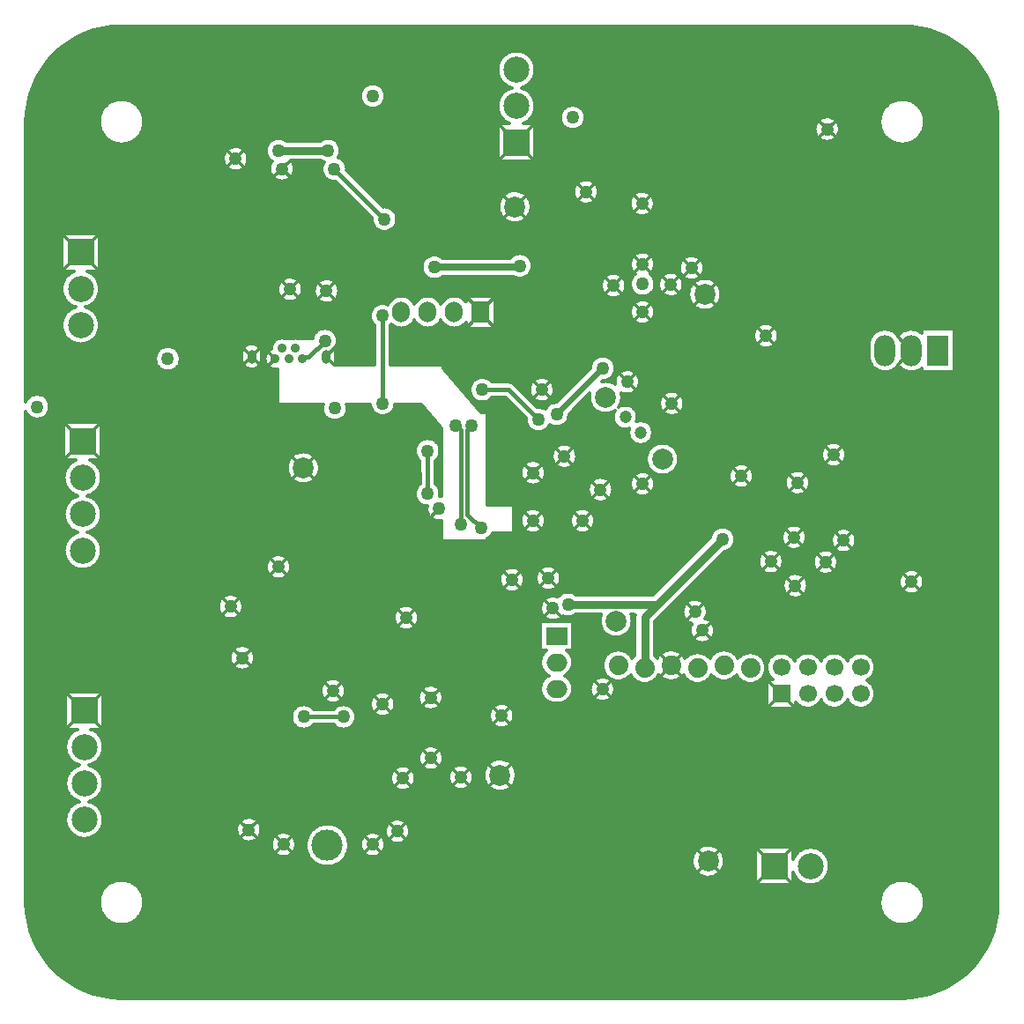
<source format=gbl>
G04 DipTrace 3.3.1.3*
G04 HypermaqBottomsidev0.1.gbl*
%MOMM*%
G04 #@! TF.FileFunction,Copper,L2,Bot*
G04 #@! TF.Part,Single*
G04 #@! TA.AperFunction,Conductor*
%ADD14C,0.381*%
%ADD16C,0.508*%
G04 #@! TA.AperFunction,ComponentPad*
%ADD19C,2.0*%
G04 #@! TA.AperFunction,Conductor*
%ADD22C,0.762*%
%ADD29C,0.635*%
G04 #@! TA.AperFunction,CopperBalancing*
%ADD32C,0.29973*%
%ADD33C,0.3302*%
G04 #@! TA.AperFunction,ComponentPad*
%ADD47O,1.7X2.0*%
%ADD48R,1.7X2.0*%
%ADD50C,2.5*%
%ADD51R,2.5X2.5*%
%ADD55C,0.9*%
%ADD56O,0.8X1.35*%
%ADD57O,2.0X1.7*%
%ADD58R,2.0X1.7*%
%ADD61C,1.8796*%
%ADD65R,1.7X1.7*%
%ADD66C,1.7*%
%ADD75C,3.0*%
%ADD78R,2.0X3.0*%
%ADD79O,2.0X3.0*%
%ADD85C,1.2*%
G04 #@! TA.AperFunction,ViaPad*
%ADD86C,1.27*%
%FSLAX35Y35*%
G04*
G71*
G90*
G75*
G01*
G04 Bottom*
%LPD*%
X4364850Y5582250D2*
D14*
X4320400Y5537800D1*
Y4749687D1*
Y4724397D1*
X4450483Y4594313D1*
X4212450Y5582250D2*
X4256900Y5537800D1*
Y4749687D1*
Y4631337D1*
X3131753Y2782500D2*
X2750750D1*
X2736500Y6223003D2*
X2752370Y6238873D1*
X2793997D1*
X2952750Y6397627D1*
X4465250Y5925750D2*
X4719250D1*
X5005000Y5640000D1*
X3941373Y4925627D2*
Y5338373D1*
X3508373Y5794377D2*
Y6635750D1*
X3524250Y7565253D2*
X3044440Y8045063D1*
X2508250Y8223250D2*
D22*
X2984500D1*
X5624127Y6132123D2*
D16*
X5179630Y5687627D1*
X6774137Y4489060D2*
D22*
X6148003Y3862927D1*
X6025500Y3740423D1*
Y3252250D1*
X6148003Y3862927D2*
X5290750D1*
X4826000Y7116377D2*
D29*
Y7103500D1*
X4004873D1*
D86*
X4364850Y5582250D3*
X4450483Y4594313D3*
X4212450Y5582250D3*
X4256900Y4631337D3*
X3131753Y2782500D3*
X2750750D3*
X2952750Y6397627D3*
X4465250Y5925750D3*
X5005000Y5640000D3*
X3941373Y4925627D3*
Y5338373D3*
X3508373Y5794377D3*
Y6635750D3*
X3524250Y7565253D3*
X3044440Y8045063D3*
X2508250Y8223250D3*
X2984500D3*
X5624127Y6132123D3*
X5179630Y5687627D3*
X6774137Y4489060D3*
X5290750Y3862927D3*
X4826000Y7116377D3*
X4004873Y7103500D3*
X4953000Y4667253D3*
X5429250D3*
X4953000Y5127623D3*
X5619750Y3048000D3*
X5857873Y6000750D3*
X6286500Y5794377D3*
X5036750Y5925750D3*
X6005123Y5020873D3*
X5143500Y3825873D3*
X4052500Y4782750D3*
X6579750Y3612250D3*
X6508750Y3794127D3*
X6005123Y7132250D3*
X5100250Y4116000D3*
X5601693Y4966247D3*
X5254623Y5286377D3*
X2047873Y3841750D3*
X3032123Y3032127D3*
X2159000Y3349627D3*
X2508250Y4222750D3*
X190500Y5762627D3*
X2968623Y6873877D3*
X2095500Y8143877D3*
X2619373Y6889750D3*
X2540000Y8048627D3*
X7461250Y4508503D3*
X7493000Y5032377D3*
X7937500Y4476753D3*
X8588373Y4079877D3*
X6953250Y5095877D3*
X4259750Y2202250D3*
X3968750Y2968627D3*
X1444623Y6223000D3*
X3508373Y2905127D3*
X4651373Y2794000D3*
X7842250Y5302250D3*
X3048000Y5746750D3*
X6000750Y7715250D3*
X5461000Y7826377D3*
X6477000Y7096127D3*
X4751000Y4100120D3*
X3973123Y2385620D3*
X5727250Y6927000D3*
X6005123Y6671873D3*
X3703250Y2195123D3*
X6277250Y6937000D3*
X7472750Y4043757D3*
X7238000Y4273997D3*
X7762873Y4270377D3*
X3413123Y8747127D3*
X5334000Y8540750D3*
X7778750Y8429627D3*
X3413123Y1555750D3*
X2555873D3*
X3651250Y1682750D3*
X2222500Y1698627D3*
X7191373Y6445250D3*
X3735000Y3734997D3*
X6005123Y6941753D3*
X776373Y9389333D2*
D32*
X8723849D1*
X681536Y9359693D2*
X8818687D1*
X611578Y9330053D2*
X8888703D1*
X553330Y9300413D2*
X8946893D1*
X503920Y9270773D2*
X8996361D1*
X461770Y9241133D2*
X9038511D1*
X421786Y9211493D2*
X9078436D1*
X388827Y9181853D2*
X4780249D1*
X4808255D2*
X9111454D1*
X356103Y9152213D2*
X4691499D1*
X4897004D2*
X9144120D1*
X328764Y9122573D2*
X4656960D1*
X4931544D2*
X9171518D1*
X301893Y9092933D2*
X4635182D1*
X4953321D2*
X9198388D1*
X278242Y9063293D2*
X4621191D1*
X4967313D2*
X9221980D1*
X256289Y9033653D2*
X4613112D1*
X4975391D2*
X9243992D1*
X235214Y9004013D2*
X4610185D1*
X4978260D2*
X9265009D1*
X217476Y8974373D2*
X4612175D1*
X4976328D2*
X9282805D1*
X199679Y8944733D2*
X4619200D1*
X4969303D2*
X9300543D1*
X184224Y8915093D2*
X4631963D1*
X4956541D2*
X9316057D1*
X170174Y8885453D2*
X4651984D1*
X4936520D2*
X9330048D1*
X156183Y8855813D2*
X3360320D1*
X3465953D2*
X4683245D1*
X4905258D2*
X9344098D1*
X145060Y8826173D2*
X3320395D1*
X3505820D2*
X4744597D1*
X4843907D2*
X9355163D1*
X134464Y8796533D2*
X3301252D1*
X3525022D2*
X4683362D1*
X4905141D2*
X9365759D1*
X123868Y8766893D2*
X3292237D1*
X3534037D2*
X4652042D1*
X4936461D2*
X9376355D1*
X116433Y8737253D2*
X3290949D1*
X3535266D2*
X4631963D1*
X4956541D2*
X9383848D1*
X108998Y8707613D2*
X939915D1*
X1060066D2*
X3297271D1*
X3528944D2*
X4619200D1*
X4969245D2*
X8439922D1*
X8560073D2*
X9391224D1*
X101681Y8677973D2*
X875812D1*
X1124169D2*
X3312609D1*
X3513665D2*
X4612175D1*
X4976328D2*
X8375819D1*
X8624176D2*
X9398542D1*
X97290Y8648333D2*
X840921D1*
X1159060D2*
X3342758D1*
X3483457D2*
X4610185D1*
X4978260D2*
X5278848D1*
X5389164D2*
X8340928D1*
X8659067D2*
X9402933D1*
X92899Y8618693D2*
X817329D1*
X1182652D2*
X4613112D1*
X4975391D2*
X5240328D1*
X5427684D2*
X8317336D1*
X8682660D2*
X9407323D1*
X88626Y8589053D2*
X800937D1*
X1199044D2*
X4621191D1*
X4967313D2*
X5221653D1*
X5446359D2*
X8300944D1*
X8699051D2*
X9411655D1*
X87162Y8559413D2*
X790049D1*
X1209933D2*
X4635124D1*
X4953380D2*
X5212930D1*
X5455082D2*
X8290056D1*
X8709940D2*
X9413060D1*
X85699Y8529773D2*
X783726D1*
X1216255D2*
X4656901D1*
X4931602D2*
X5211935D1*
X5456077D2*
X7710435D1*
X7847036D2*
X8283733D1*
X8716262D2*
X9414524D1*
X84235Y8500133D2*
X781677D1*
X1218304D2*
X4691324D1*
X4897180D2*
X5218550D1*
X5449462D2*
X7679173D1*
X7878297D2*
X8281684D1*
X8718311D2*
X9415988D1*
X84177Y8470493D2*
X783726D1*
X1216314D2*
X4610185D1*
X4978318D2*
X5234239D1*
X5433714D2*
X7663367D1*
X7894103D2*
X8283733D1*
X8716262D2*
X9416105D1*
X84177Y8440853D2*
X789990D1*
X1210050D2*
X4610185D1*
X4978318D2*
X5265325D1*
X5402687D2*
X7656693D1*
X7900777D2*
X8289939D1*
X8710057D2*
X9416105D1*
X84177Y8411213D2*
X800820D1*
X1199161D2*
X4610185D1*
X4978318D2*
X7657630D1*
X7899899D2*
X8300827D1*
X8699168D2*
X9416105D1*
X84177Y8381573D2*
X817153D1*
X1182828D2*
X4610185D1*
X4978318D2*
X7666294D1*
X7891235D2*
X8317160D1*
X8682835D2*
X9416105D1*
X84177Y8351933D2*
X840687D1*
X1159353D2*
X4610185D1*
X4978318D2*
X7684852D1*
X7872618D2*
X8340694D1*
X8659301D2*
X9416105D1*
X84177Y8322293D2*
X875402D1*
X1124579D2*
X2438289D1*
X2578227D2*
X2914526D1*
X3054464D2*
X4610185D1*
X4978318D2*
X7723080D1*
X7834449D2*
X8375409D1*
X8624586D2*
X9416105D1*
X84177Y8292653D2*
X938979D1*
X1061061D2*
X2407906D1*
X3084847D2*
X4610185D1*
X4978318D2*
X8438927D1*
X8561068D2*
X9416105D1*
X84177Y8263013D2*
X2082414D1*
X2108547D2*
X2392510D1*
X3100243D2*
X4610185D1*
X4978318D2*
X9416105D1*
X84177Y8233373D2*
X2013218D1*
X2177802D2*
X2386129D1*
X3106624D2*
X4610185D1*
X4978318D2*
X9416105D1*
X84177Y8203733D2*
X1988982D1*
X2201980D2*
X2387299D1*
X3105453D2*
X4610185D1*
X4978318D2*
X9416105D1*
X84177Y8174093D2*
X1976805D1*
X2214157D2*
X2396256D1*
X3096497D2*
X4610185D1*
X4978318D2*
X9416105D1*
X84177Y8144453D2*
X1972942D1*
X2218079D2*
X2415341D1*
X3113883D2*
X4610185D1*
X4978318D2*
X9416105D1*
X84177Y8114813D2*
X1976513D1*
X2214449D2*
X2437411D1*
X2642565D2*
X2931152D1*
X3144559D2*
X9416105D1*
X84177Y8085173D2*
X1988338D1*
X2202682D2*
X2423185D1*
X2656849D2*
X2928810D1*
X3160073D2*
X9416105D1*
X84177Y8055533D2*
X2011930D1*
X2179090D2*
X2417624D1*
X2662352D2*
X2922312D1*
X3166512D2*
X9416105D1*
X84177Y8025893D2*
X2073165D1*
X2117856D2*
X2419614D1*
X2660361D2*
X2923424D1*
X3172835D2*
X9416105D1*
X84177Y7996253D2*
X2429508D1*
X2650468D2*
X2932322D1*
X3202457D2*
X9416105D1*
X84177Y7966613D2*
X2449998D1*
X2629978D2*
X2951231D1*
X3232138D2*
X9416105D1*
X84177Y7936973D2*
X2494255D1*
X2585779D2*
X2990337D1*
X3261760D2*
X5412557D1*
X5509408D2*
X9416105D1*
X84177Y7907333D2*
X3072939D1*
X3291382D2*
X5369997D1*
X5551968D2*
X9416105D1*
X84177Y7877693D2*
X3102562D1*
X3321004D2*
X5350035D1*
X5571990D2*
X9416105D1*
X84177Y7848053D2*
X3132242D1*
X3350685D2*
X5340434D1*
X5581590D2*
X9416105D1*
X84177Y7818413D2*
X3161864D1*
X3380307D2*
X4696944D1*
X4859830D2*
X5338678D1*
X5583288D2*
X5937325D1*
X6064208D2*
X9416105D1*
X84177Y7788773D2*
X3191486D1*
X3409929D2*
X4660180D1*
X4896594D2*
X5344532D1*
X5577492D2*
X5903488D1*
X6098045D2*
X9416105D1*
X84177Y7759133D2*
X3221167D1*
X3439609D2*
X4638870D1*
X4917903D2*
X5359167D1*
X5562857D2*
X5886510D1*
X6114963D2*
X9416105D1*
X84177Y7729493D2*
X3250789D1*
X3469231D2*
X4626225D1*
X4930490D2*
X5387911D1*
X5534055D2*
X5879017D1*
X6122457D2*
X9416105D1*
X84177Y7699853D2*
X3280411D1*
X3498853D2*
X4620196D1*
X4936578D2*
X5879193D1*
X6122340D2*
X9416105D1*
X84177Y7670213D2*
X3310092D1*
X3584500D2*
X4619903D1*
X4936871D2*
X5886979D1*
X6114495D2*
X9416105D1*
X84177Y7640573D2*
X3339714D1*
X3620093D2*
X4625347D1*
X4931427D2*
X5904366D1*
X6097108D2*
X9416105D1*
X84177Y7610933D2*
X3369336D1*
X3637714D2*
X4637231D1*
X4919543D2*
X5939315D1*
X6062159D2*
X9416105D1*
X84177Y7581293D2*
X3399017D1*
X3645735D2*
X4657428D1*
X4899287D2*
X9416105D1*
X84177Y7551653D2*
X3402470D1*
X3646027D2*
X4691851D1*
X4864865D2*
X9416105D1*
X84177Y7522013D2*
X3409788D1*
X3638710D2*
X9416105D1*
X84177Y7492373D2*
X3426473D1*
X3622025D2*
X9416105D1*
X84177Y7462733D2*
X3459724D1*
X3588773D2*
X9416105D1*
X84177Y7433093D2*
X9416105D1*
X84177Y7403453D2*
X423578D1*
X791653D2*
X9416105D1*
X84177Y7373813D2*
X423578D1*
X791653D2*
X9416105D1*
X84177Y7344173D2*
X423578D1*
X791653D2*
X9416105D1*
X84177Y7314533D2*
X423578D1*
X791653D2*
X9416105D1*
X84177Y7284893D2*
X423578D1*
X791653D2*
X9416105D1*
X84177Y7255253D2*
X423578D1*
X791653D2*
X9416105D1*
X84177Y7225613D2*
X423578D1*
X791653D2*
X4774394D1*
X4877627D2*
X5927431D1*
X6082824D2*
X9416105D1*
X84177Y7195973D2*
X423578D1*
X791653D2*
X3926067D1*
X4083685D2*
X4733767D1*
X4918196D2*
X5900970D1*
X6109285D2*
X6408234D1*
X6545772D2*
X9416105D1*
X84177Y7166333D2*
X423578D1*
X791653D2*
X3900133D1*
X4937632D2*
X5887506D1*
X6122750D2*
X6377207D1*
X6576799D2*
X9416105D1*
X84177Y7136693D2*
X423578D1*
X791653D2*
X3887020D1*
X4946823D2*
X5882647D1*
X6127608D2*
X6361518D1*
X6592488D2*
X9416105D1*
X84177Y7107053D2*
X423578D1*
X791653D2*
X3882395D1*
X4948170D2*
X5885223D1*
X6124974D2*
X6354961D1*
X6599045D2*
X9416105D1*
X84177Y7077413D2*
X423578D1*
X791653D2*
X3885205D1*
X4942023D2*
X5895877D1*
X6114378D2*
X6355898D1*
X6598108D2*
X9416105D1*
X84177Y7047773D2*
X507644D1*
X707587D2*
X3896094D1*
X4926919D2*
X5917538D1*
X6092718D2*
X6229272D1*
X6325245D2*
X6364679D1*
X6589327D2*
X9416105D1*
X84177Y7018133D2*
X471992D1*
X743239D2*
X3918164D1*
X4897121D2*
X5646841D1*
X5807620D2*
X5910161D1*
X6100094D2*
X6186419D1*
X6368039D2*
X6383406D1*
X6570593D2*
X9416105D1*
X84177Y6988493D2*
X449629D1*
X765602D2*
X2548933D1*
X2689808D2*
X2931620D1*
X3005640D2*
X3969212D1*
X4040540D2*
X5621727D1*
X5832793D2*
X5892072D1*
X6118183D2*
X6166340D1*
X6388177D2*
X6421933D1*
X6661157D2*
X9416105D1*
X84177Y6958853D2*
X435228D1*
X780003D2*
X2518784D1*
X2719957D2*
X2881508D1*
X3055752D2*
X5609023D1*
X5845496D2*
X5883818D1*
X6126438D2*
X6156680D1*
X6397778D2*
X6497393D1*
X6710566D2*
X9416105D1*
X84177Y6929213D2*
X426856D1*
X788374D2*
X2503505D1*
X2735236D2*
X2859614D1*
X3077588D2*
X5604691D1*
X5849770D2*
X5883232D1*
X6127023D2*
X6154924D1*
X6399535D2*
X6471517D1*
X6736500D2*
X9416105D1*
X84177Y6899573D2*
X423636D1*
X791594D2*
X2497241D1*
X2741500D2*
X2848842D1*
X3088418D2*
X5607852D1*
X5846608D2*
X5890257D1*
X6119998D2*
X6160720D1*
X6393797D2*
X6455887D1*
X6752131D2*
X9416105D1*
X84177Y6869933D2*
X425275D1*
X789955D2*
X2498470D1*
X2740271D2*
X2846149D1*
X3091111D2*
X5619209D1*
X5835310D2*
X5906532D1*
X6103723D2*
X6175297D1*
X6379221D2*
X6447457D1*
X6760561D2*
X9416105D1*
X84177Y6840293D2*
X432008D1*
X783281D2*
X2507544D1*
X2731197D2*
X2850891D1*
X3086369D2*
X5641923D1*
X5812596D2*
X5938847D1*
X6071350D2*
X6203923D1*
X6350535D2*
X6444939D1*
X6763020D2*
X9416105D1*
X84177Y6810653D2*
X444360D1*
X770929D2*
X2526687D1*
X2712053D2*
X2864121D1*
X3073080D2*
X3616733D1*
X3758017D2*
X3870745D1*
X4012030D2*
X4124699D1*
X4266042D2*
X4305300D1*
X4593407D2*
X5696718D1*
X5757801D2*
X6448159D1*
X6759858D2*
X9416105D1*
X84177Y6781013D2*
X463854D1*
X751376D2*
X2566671D1*
X2672070D2*
X2890289D1*
X3046912D2*
X3579325D1*
X3795426D2*
X3833337D1*
X4049438D2*
X4087349D1*
X4593407D2*
X5953307D1*
X6056949D2*
X6457409D1*
X6750609D2*
X9416105D1*
X84177Y6751373D2*
X494238D1*
X721051D2*
X3474945D1*
X3541823D2*
X3558952D1*
X4593407D2*
X5912796D1*
X6097401D2*
X6474035D1*
X6733983D2*
X9416105D1*
X84177Y6721733D2*
X551667D1*
X663563D2*
X3422316D1*
X4593407D2*
X5893477D1*
X6116778D2*
X6501725D1*
X6706293D2*
X9416105D1*
X84177Y6692093D2*
X499214D1*
X716017D2*
X3399895D1*
X4593407D2*
X5884286D1*
X6125969D2*
X6558042D1*
X6649976D2*
X9416105D1*
X84177Y6662453D2*
X466957D1*
X748332D2*
X3388830D1*
X4593407D2*
X5882939D1*
X6127316D2*
X9416105D1*
X84177Y6632813D2*
X446350D1*
X768880D2*
X3385845D1*
X4593407D2*
X5889145D1*
X6121110D2*
X9416105D1*
X84177Y6603173D2*
X433179D1*
X782052D2*
X3390352D1*
X4593407D2*
X5904249D1*
X6105948D2*
X9416105D1*
X84177Y6573533D2*
X425861D1*
X789370D2*
X3403290D1*
X3804207D2*
X3824559D1*
X4058161D2*
X4078575D1*
X4593407D2*
X5934105D1*
X6076150D2*
X9416105D1*
X84177Y6543893D2*
X423578D1*
X791653D2*
X3428814D1*
X3774819D2*
X3853885D1*
X4028831D2*
X4107898D1*
X4282843D2*
X4305300D1*
X4593407D2*
X7120803D1*
X7261912D2*
X9416105D1*
X84177Y6514253D2*
X426154D1*
X789077D2*
X2923424D1*
X2982106D2*
X3430278D1*
X3586490D2*
X7090713D1*
X7292002D2*
X9416105D1*
X84177Y6484613D2*
X433881D1*
X781349D2*
X2867751D1*
X3037779D2*
X3430278D1*
X3586490D2*
X7075492D1*
X7307282D2*
X8248491D1*
X8420276D2*
X8502503D1*
X9001419D2*
X9416105D1*
X84177Y6454973D2*
X447463D1*
X767768D2*
X2844861D1*
X3060669D2*
X3430278D1*
X3586490D2*
X7069228D1*
X7313546D2*
X8213776D1*
X9001419D2*
X9416105D1*
X84177Y6425333D2*
X468655D1*
X746634D2*
X2833445D1*
X3072026D2*
X3430278D1*
X3586490D2*
X7070457D1*
X7312258D2*
X8193403D1*
X9001419D2*
X9416105D1*
X84177Y6395693D2*
X502024D1*
X713207D2*
X2468263D1*
X3075305D2*
X3430278D1*
X3586490D2*
X7079590D1*
X7303184D2*
X8181461D1*
X9001419D2*
X9416105D1*
X84177Y6366053D2*
X576196D1*
X639035D2*
X2224671D1*
X2274337D2*
X2447070D1*
X3071090D2*
X3430278D1*
X3586490D2*
X7098791D1*
X7283923D2*
X8175899D1*
X9001419D2*
X9416105D1*
X84177Y6336413D2*
X1403799D1*
X1485488D2*
X2174793D1*
X2324215D2*
X2438348D1*
X3058445D2*
X3430278D1*
X3586490D2*
X7138892D1*
X7243881D2*
X8175314D1*
X9001419D2*
X9416105D1*
X84177Y6306773D2*
X1356322D1*
X1532907D2*
X2156762D1*
X2342246D2*
X2416980D1*
X3056747D2*
X3430278D1*
X3586490D2*
X8175314D1*
X9001419D2*
X9416105D1*
X84177Y6277133D2*
X1335013D1*
X1554216D2*
X2150557D1*
X2348451D2*
X2388178D1*
X3062952D2*
X3430278D1*
X3586490D2*
X8175314D1*
X9001419D2*
X9416105D1*
X84177Y6247493D2*
X1324593D1*
X1564637D2*
X2150440D1*
X2348568D2*
X2375474D1*
X3063069D2*
X3430278D1*
X3586490D2*
X5589763D1*
X5658514D2*
X8175373D1*
X9001419D2*
X9416105D1*
X84177Y6217853D2*
X1322192D1*
X1567096D2*
X2150440D1*
X2348568D2*
X2372547D1*
X3063069D2*
X3430278D1*
X3586490D2*
X5537778D1*
X5710441D2*
X8179178D1*
X9001419D2*
X9416105D1*
X84177Y6188213D2*
X1327227D1*
X1562002D2*
X2155006D1*
X2344002D2*
X2378635D1*
X3058503D2*
X3430278D1*
X3586490D2*
X5515532D1*
X5732686D2*
X8189130D1*
X9001419D2*
X9416105D1*
X84177Y6158573D2*
X1340926D1*
X1548362D2*
X2170637D1*
X2328371D2*
X2395612D1*
X4090124D2*
X5504526D1*
X5743751D2*
X8206634D1*
X9001419D2*
X9416105D1*
X84177Y6128933D2*
X1367796D1*
X1521433D2*
X2209333D1*
X2289675D2*
X2436592D1*
X4093168D2*
X5501599D1*
X5746619D2*
X8235905D1*
X8432862D2*
X8489917D1*
X9001419D2*
X9416105D1*
X84177Y6099293D2*
X2498002D1*
X4118985D2*
X5473089D1*
X5742112D2*
X5787165D1*
X5928567D2*
X8301003D1*
X8367705D2*
X8555015D1*
X8621718D2*
X8683339D1*
X9001419D2*
X9416105D1*
X84177Y6069653D2*
X2498002D1*
X4144802D2*
X5443467D1*
X5729057D2*
X5757192D1*
X5958599D2*
X9416105D1*
X84177Y6040013D2*
X2498002D1*
X4170619D2*
X4427067D1*
X4503428D2*
X4998550D1*
X5074971D2*
X5413787D1*
X5703357D2*
X5741971D1*
X5973820D2*
X9416105D1*
X84177Y6010373D2*
X2498002D1*
X4196436D2*
X4377775D1*
X4552721D2*
X4949317D1*
X5124204D2*
X5384164D1*
X5620579D2*
X5735707D1*
X5980025D2*
X9416105D1*
X84177Y5980733D2*
X2498002D1*
X4222194D2*
X4356056D1*
X4773423D2*
X4927598D1*
X5145923D2*
X5354542D1*
X5978737D2*
X9416105D1*
X84177Y5951093D2*
X2498002D1*
X4248011D2*
X4345401D1*
X4803103D2*
X4916885D1*
X5156578D2*
X5324920D1*
X5969605D2*
X9416105D1*
X84177Y5921453D2*
X2498002D1*
X4273828D2*
X4342767D1*
X4832784D2*
X4914250D1*
X5159212D2*
X5295240D1*
X5950344D2*
X9416105D1*
X84177Y5891813D2*
X2498002D1*
X4299645D2*
X4347626D1*
X4862406D2*
X4919109D1*
X5154412D2*
X5265618D1*
X5910126D2*
X6214227D1*
X6358790D2*
X9416105D1*
X84177Y5862173D2*
X121269D1*
X259743D2*
X2498002D1*
X4325462D2*
X4360973D1*
X4892028D2*
X4932515D1*
X5141006D2*
X5235995D1*
X5472352D2*
X5491003D1*
X5808498D2*
X6185014D1*
X6388002D2*
X9416105D1*
X290477Y5832533D2*
X2498002D1*
X4351279D2*
X4387375D1*
X4543120D2*
X4703266D1*
X4921709D2*
X4958859D1*
X5114603D2*
X5206315D1*
X5442730D2*
X5491940D1*
X5807561D2*
X6170203D1*
X6402813D2*
X9416105D1*
X306050Y5802893D2*
X2498002D1*
X4377096D2*
X4732888D1*
X4951331D2*
X5144846D1*
X5413107D2*
X5498672D1*
X5800770D2*
X6164232D1*
X6408784D2*
X9416105D1*
X312606Y5773253D2*
X2928400D1*
X3167566D2*
X3387718D1*
X3629050D2*
X3884385D1*
X4402912D2*
X4762510D1*
X4980953D2*
X5093212D1*
X5383485D2*
X5512137D1*
X5787364D2*
X5802848D1*
X5876640D2*
X6165813D1*
X6407203D2*
X9416105D1*
X311552Y5743613D2*
X2925473D1*
X3170493D2*
X3397143D1*
X3619625D2*
X3909207D1*
X4428729D2*
X4792191D1*
X5353805D2*
X5534734D1*
X5925523D2*
X6175238D1*
X6397720D2*
X9416105D1*
X302713Y5713973D2*
X2930039D1*
X3165986D2*
X3416872D1*
X3599838D2*
X3934029D1*
X4454546D2*
X4821813D1*
X5324183D2*
X5574425D1*
X5946656D2*
X6195025D1*
X6377991D2*
X9416105D1*
X283862Y5684333D2*
X2943035D1*
X3152989D2*
X3458612D1*
X3558098D2*
X3958909D1*
X4518708D2*
X4851435D1*
X5302171D2*
X5722828D1*
X5956667D2*
X6236765D1*
X6336251D2*
X9416105D1*
X84177Y5654693D2*
X136080D1*
X244932D2*
X2968735D1*
X3127290D2*
X3983731D1*
X4518708D2*
X4881057D1*
X5297546D2*
X5720955D1*
X5958540D2*
X9416105D1*
X84177Y5625053D2*
X4008552D1*
X4518708D2*
X4883399D1*
X5284491D2*
X5726809D1*
X6024165D2*
X9416105D1*
X84177Y5595413D2*
X442662D1*
X810796D2*
X4033433D1*
X4518708D2*
X4891068D1*
X5258733D2*
X5741854D1*
X6073692D2*
X9416105D1*
X84177Y5565773D2*
X442662D1*
X810796D2*
X4058254D1*
X4518708D2*
X4908279D1*
X5101724D2*
X5772237D1*
X6095001D2*
X9416105D1*
X84177Y5536133D2*
X442662D1*
X810796D2*
X4069611D1*
X4518708D2*
X4942760D1*
X5067243D2*
X5871348D1*
X6105128D2*
X9416105D1*
X84177Y5506493D2*
X442662D1*
X810796D2*
X4069611D1*
X4518708D2*
X5869416D1*
X6107060D2*
X9416105D1*
X84177Y5476853D2*
X442662D1*
X810796D2*
X4069611D1*
X4518708D2*
X5875212D1*
X6101265D2*
X9416105D1*
X84177Y5447213D2*
X442662D1*
X810796D2*
X3888893D1*
X3993882D2*
X4069611D1*
X4518708D2*
X5890140D1*
X6086337D2*
X9416105D1*
X84177Y5417573D2*
X442662D1*
X810796D2*
X3848792D1*
X4033924D2*
X4069611D1*
X4518708D2*
X5920289D1*
X6056188D2*
X7807672D1*
X7876775D2*
X9416105D1*
X84177Y5387933D2*
X442662D1*
X810796D2*
X3829590D1*
X4053185D2*
X4069611D1*
X4518708D2*
X5188518D1*
X5320729D2*
X6104695D1*
X6286549D2*
X7755863D1*
X7928643D2*
X9416105D1*
X84177Y5358293D2*
X442662D1*
X810796D2*
X3820458D1*
X4518708D2*
X5156086D1*
X5353161D2*
X6072205D1*
X6319040D2*
X7733617D1*
X7950889D2*
X9416105D1*
X84177Y5328653D2*
X442662D1*
X810796D2*
X2714664D1*
X2778030D2*
X3819229D1*
X4518708D2*
X5139812D1*
X5369435D2*
X6052944D1*
X6338300D2*
X7722670D1*
X7961836D2*
X9416105D1*
X84177Y5299013D2*
X442662D1*
X810796D2*
X2648278D1*
X2844416D2*
X3825493D1*
X4518708D2*
X5132728D1*
X5376519D2*
X6041763D1*
X6349481D2*
X7719743D1*
X7964763D2*
X9416105D1*
X84177Y5269373D2*
X442662D1*
X810796D2*
X2618890D1*
X2873863D2*
X3840713D1*
X4042003D2*
X4069611D1*
X4518708D2*
X5133255D1*
X5375992D2*
X6036904D1*
X6354340D2*
X7724309D1*
X7960197D2*
X9416105D1*
X84177Y5239733D2*
X537793D1*
X715724D2*
X2601269D1*
X2891484D2*
X3863252D1*
X4019465D2*
X4069611D1*
X4518708D2*
X4908455D1*
X4997520D2*
X5141509D1*
X5367738D2*
X6037782D1*
X6353462D2*
X7737364D1*
X7947142D2*
X9416105D1*
X84177Y5210093D2*
X497457D1*
X756059D2*
X2591259D1*
X2901494D2*
X3863252D1*
X4019465D2*
X4069611D1*
X4518708D2*
X4863436D1*
X5042539D2*
X5159540D1*
X5349707D2*
X6044397D1*
X6346847D2*
X6914912D1*
X6991625D2*
X7763064D1*
X7921442D2*
X9416105D1*
X84177Y5180453D2*
X472870D1*
X780647D2*
X2587395D1*
X2905358D2*
X3863252D1*
X4019465D2*
X4069611D1*
X4518708D2*
X4842771D1*
X5063262D2*
X5196187D1*
X5313060D2*
X6057745D1*
X6333500D2*
X6865737D1*
X7040741D2*
X9416105D1*
X84177Y5150813D2*
X456947D1*
X796570D2*
X2589210D1*
X2903485D2*
X3863252D1*
X4019465D2*
X4069611D1*
X4518708D2*
X4832702D1*
X5073273D2*
X6080166D1*
X6311078D2*
X6844077D1*
X7062460D2*
X7473634D1*
X7512353D2*
X9416105D1*
X84177Y5121173D2*
X447346D1*
X806171D2*
X2596996D1*
X2895757D2*
X3863252D1*
X4019465D2*
X4069611D1*
X4518708D2*
X4830594D1*
X5075381D2*
X5937032D1*
X6073223D2*
X6119389D1*
X6271855D2*
X6833422D1*
X7073115D2*
X7409940D1*
X7576046D2*
X9416105D1*
X84177Y5091533D2*
X443014D1*
X810445D2*
X2611690D1*
X2881063D2*
X3863252D1*
X4019465D2*
X4069611D1*
X4518708D2*
X4836039D1*
X5069995D2*
X5905654D1*
X6104543D2*
X6830788D1*
X7075749D2*
X7386114D1*
X7599873D2*
X9416105D1*
X84177Y5061893D2*
X443658D1*
X809859D2*
X2636102D1*
X2856651D2*
X3863252D1*
X4019465D2*
X4069611D1*
X4518708D2*
X4850147D1*
X5055886D2*
X5526948D1*
X5676428D2*
X5889847D1*
X6120408D2*
X6835647D1*
X7070890D2*
X7374113D1*
X7611874D2*
X9416105D1*
X84177Y5032253D2*
X449219D1*
X804298D2*
X2680886D1*
X2811867D2*
X3863252D1*
X4019465D2*
X4069611D1*
X4518708D2*
X4877896D1*
X5028079D2*
X5499023D1*
X5704352D2*
X5883115D1*
X6127140D2*
X6849053D1*
X7057484D2*
X7370425D1*
X7615562D2*
X9416105D1*
X84177Y5002613D2*
X460225D1*
X793233D2*
X3846919D1*
X4035856D2*
X4069611D1*
X4518708D2*
X5484798D1*
X5718578D2*
X5883993D1*
X6126262D2*
X6875455D1*
X7031082D2*
X7374230D1*
X7611815D2*
X9416105D1*
X84177Y4972973D2*
X477963D1*
X775495D2*
X3828595D1*
X4054180D2*
X4069611D1*
X4518708D2*
X5479295D1*
X5724081D2*
X5892599D1*
X6117656D2*
X7386231D1*
X7599756D2*
X9416105D1*
X84177Y4943333D2*
X505419D1*
X748098D2*
X3820107D1*
X4518708D2*
X5481344D1*
X5722032D2*
X5911098D1*
X6099157D2*
X7410233D1*
X7575812D2*
X9416105D1*
X84177Y4913693D2*
X553013D1*
X700445D2*
X3819404D1*
X4518708D2*
X5491296D1*
X5712080D2*
X5949150D1*
X6061105D2*
X7475507D1*
X7510480D2*
X9416105D1*
X84177Y4884053D2*
X528016D1*
X725501D2*
X3826254D1*
X4518708D2*
X5511844D1*
X5691532D2*
X9416105D1*
X84177Y4854413D2*
X491837D1*
X761621D2*
X3842353D1*
X4518708D2*
X5556394D1*
X5646981D2*
X9416105D1*
X84177Y4824773D2*
X469240D1*
X784276D2*
X3874141D1*
X4518708D2*
X9416105D1*
X84177Y4795133D2*
X454663D1*
X798853D2*
X3930575D1*
X4772720D2*
X9416105D1*
X84177Y4765493D2*
X446116D1*
X807342D2*
X3931219D1*
X4772720D2*
X4881877D1*
X5024157D2*
X5358113D1*
X5500393D2*
X9416105D1*
X84177Y4735853D2*
X442779D1*
X810737D2*
X3939532D1*
X4772720D2*
X4852079D1*
X5053896D2*
X5328316D1*
X5530191D2*
X9416105D1*
X84177Y4706213D2*
X444302D1*
X809215D2*
X3957621D1*
X4772720D2*
X4836975D1*
X5069058D2*
X5313212D1*
X5545295D2*
X9416105D1*
X84177Y4676573D2*
X450858D1*
X802658D2*
X3994561D1*
X4772720D2*
X4830829D1*
X5075205D2*
X5307065D1*
X5551441D2*
X9416105D1*
X84177Y4646933D2*
X463035D1*
X790423D2*
X4069611D1*
X4772720D2*
X4832175D1*
X5073800D2*
X5308412D1*
X5550095D2*
X9416105D1*
X84177Y4617293D2*
X482354D1*
X771163D2*
X4069611D1*
X4772720D2*
X4841366D1*
X5064609D2*
X5317603D1*
X5540845D2*
X7408652D1*
X7513817D2*
X9416105D1*
X84177Y4587653D2*
X512327D1*
X741190D2*
X4069611D1*
X4772720D2*
X4860802D1*
X5045232D2*
X5337038D1*
X5521468D2*
X6703518D1*
X6844744D2*
X7368668D1*
X7553859D2*
X7889806D1*
X7985194D2*
X9416105D1*
X84177Y4558013D2*
X568293D1*
X685224D2*
X4069611D1*
X4772720D2*
X4901430D1*
X5004604D2*
X5377666D1*
X5480840D2*
X6673486D1*
X6874834D2*
X7349408D1*
X7573061D2*
X7846778D1*
X8028222D2*
X9416105D1*
X84177Y4528373D2*
X519469D1*
X734048D2*
X4069611D1*
X4553189D2*
X6658207D1*
X6890055D2*
X7340334D1*
X7582135D2*
X7826640D1*
X8048361D2*
X9416105D1*
X84177Y4498733D2*
X486744D1*
X766772D2*
X4069611D1*
X4525323D2*
X6647669D1*
X6896319D2*
X7339105D1*
X7583423D2*
X7816980D1*
X8058020D2*
X9416105D1*
X84177Y4469093D2*
X465903D1*
X787555D2*
X6617989D1*
X6895031D2*
X7345369D1*
X7577100D2*
X7815166D1*
X8059835D2*
X9416105D1*
X84177Y4439453D2*
X452614D1*
X800902D2*
X6588367D1*
X6885899D2*
X7360648D1*
X7561879D2*
X7820903D1*
X8054098D2*
X9416105D1*
X84177Y4409813D2*
X445121D1*
X808396D2*
X6558744D1*
X6866638D2*
X7390739D1*
X7531730D2*
X7835421D1*
X8039579D2*
X9416105D1*
X84177Y4380173D2*
X442662D1*
X810796D2*
X6529064D1*
X6826537D2*
X7180047D1*
X7295983D2*
X7712542D1*
X7813199D2*
X7864048D1*
X8010952D2*
X9416105D1*
X84177Y4350533D2*
X445180D1*
X808337D2*
X6499442D1*
X6771801D2*
X7143166D1*
X7332864D2*
X7671153D1*
X7854588D2*
X9416105D1*
X84177Y4320893D2*
X452732D1*
X800785D2*
X2436943D1*
X2579515D2*
X6469820D1*
X6742120D2*
X7125018D1*
X7350954D2*
X7651483D1*
X7874258D2*
X9416105D1*
X84177Y4291253D2*
X466138D1*
X787379D2*
X2407262D1*
X2609254D2*
X6440139D1*
X6712498D2*
X7116705D1*
X7359325D2*
X7642175D1*
X7883624D2*
X9416105D1*
X84177Y4261613D2*
X487095D1*
X766421D2*
X2392158D1*
X2624300D2*
X6410517D1*
X6682876D2*
X7116061D1*
X7359911D2*
X7640653D1*
X7885088D2*
X9416105D1*
X84177Y4231973D2*
X519996D1*
X733462D2*
X2386070D1*
X2630446D2*
X5068157D1*
X5132342D2*
X6380895D1*
X6653196D2*
X7123086D1*
X7352944D2*
X7646624D1*
X7879117D2*
X9416105D1*
X84177Y4202333D2*
X590831D1*
X662685D2*
X2387475D1*
X2629041D2*
X4685997D1*
X4816041D2*
X5014532D1*
X5185966D2*
X6351273D1*
X6623573D2*
X7139302D1*
X7336728D2*
X7661552D1*
X7864188D2*
X9416105D1*
X84177Y4172693D2*
X2396666D1*
X2619850D2*
X4652979D1*
X4849000D2*
X4991994D1*
X5208504D2*
X6321592D1*
X6593951D2*
X7171500D1*
X7304530D2*
X7690940D1*
X7834801D2*
X8509997D1*
X8666736D2*
X9416105D1*
X84177Y4143053D2*
X2416102D1*
X2600356D2*
X4636412D1*
X4865567D2*
X4980812D1*
X5219686D2*
X6291970D1*
X6564271D2*
X7403149D1*
X7542326D2*
X8483887D1*
X8692904D2*
X9416105D1*
X84177Y4113413D2*
X2456847D1*
X2559611D2*
X4629153D1*
X4872826D2*
X4977710D1*
X5222788D2*
X6262348D1*
X6534649D2*
X7372591D1*
X7572944D2*
X8470598D1*
X8706135D2*
X9416105D1*
X84177Y4083773D2*
X4629562D1*
X4872417D2*
X4982100D1*
X5218398D2*
X6232667D1*
X6505027D2*
X7357077D1*
X7588399D2*
X8465856D1*
X8710877D2*
X9416105D1*
X84177Y4054133D2*
X4637641D1*
X4864338D2*
X4994921D1*
X5205577D2*
X6203045D1*
X6475346D2*
X7350638D1*
X7594838D2*
X8468608D1*
X8708125D2*
X9416105D1*
X84177Y4024493D2*
X4655379D1*
X4846600D2*
X5020328D1*
X5180229D2*
X6173423D1*
X6445724D2*
X7351750D1*
X7593726D2*
X8479438D1*
X8697353D2*
X9416105D1*
X84177Y3994853D2*
X4691324D1*
X4810714D2*
X6143743D1*
X6416102D2*
X7360648D1*
X7584828D2*
X8501333D1*
X8675459D2*
X9416105D1*
X84177Y3965213D2*
X5225868D1*
X5355678D2*
X6114120D1*
X6386480D2*
X7379616D1*
X7565919D2*
X8551503D1*
X8625230D2*
X9416105D1*
X84177Y3935573D2*
X1970775D1*
X2124998D2*
X5092978D1*
X6356799D2*
X7418839D1*
X7526637D2*
X9416105D1*
X84177Y3905933D2*
X1944022D1*
X2151751D2*
X5051706D1*
X6327177D2*
X6463380D1*
X6554085D2*
X9416105D1*
X84177Y3876293D2*
X1930440D1*
X2165333D2*
X5032095D1*
X6297555D2*
X6418888D1*
X6598576D2*
X9416105D1*
X84177Y3846653D2*
X1925406D1*
X2170309D2*
X3689266D1*
X3780732D2*
X5022787D1*
X6267874D2*
X6398340D1*
X6619124D2*
X9416105D1*
X84177Y3817013D2*
X1927923D1*
X2167850D2*
X3645009D1*
X3824989D2*
X5021265D1*
X6238252D2*
X6388388D1*
X6629076D2*
X9416105D1*
X84177Y3787373D2*
X1938402D1*
X2157371D2*
X3624519D1*
X3845479D2*
X5027294D1*
X6208630D2*
X6386398D1*
X6631125D2*
X9416105D1*
X84177Y3757733D2*
X1959828D1*
X2135945D2*
X3614625D1*
X3855372D2*
X5042281D1*
X5350585D2*
X5601881D1*
X5900350D2*
X5929948D1*
X6178950D2*
X6391842D1*
X6625622D2*
X9416105D1*
X84177Y3728093D2*
X2007774D1*
X2087999D2*
X3612635D1*
X3857363D2*
X5071669D1*
X5215295D2*
X5594036D1*
X5908194D2*
X5928368D1*
X6149327D2*
X6406068D1*
X6612333D2*
X9416105D1*
X84177Y3698453D2*
X3618138D1*
X3851860D2*
X5020562D1*
X5338701D2*
X5592163D1*
X5910126D2*
X5928368D1*
X6122632D2*
X6434051D1*
X6665606D2*
X9416105D1*
X84177Y3668813D2*
X3632422D1*
X3837576D2*
X5020562D1*
X5338701D2*
X5595910D1*
X5906321D2*
X5928368D1*
X6122632D2*
X6471400D1*
X6688086D2*
X9416105D1*
X84177Y3639173D2*
X3660522D1*
X3809476D2*
X5020562D1*
X5338701D2*
X5605803D1*
X5896427D2*
X5928368D1*
X6122632D2*
X6460277D1*
X6699268D2*
X9416105D1*
X84177Y3609533D2*
X5020562D1*
X5338701D2*
X5623366D1*
X5878923D2*
X5928368D1*
X6122632D2*
X6457233D1*
X6702253D2*
X9416105D1*
X84177Y3579893D2*
X5020562D1*
X5338701D2*
X5652519D1*
X5849711D2*
X5928368D1*
X6122632D2*
X6461624D1*
X6697863D2*
X9416105D1*
X84177Y3550253D2*
X5020562D1*
X5338701D2*
X5717325D1*
X5784906D2*
X5928368D1*
X6122632D2*
X6474503D1*
X6684984D2*
X9416105D1*
X84177Y3520613D2*
X5020562D1*
X5338701D2*
X5928368D1*
X6122632D2*
X6499969D1*
X6659518D2*
X9416105D1*
X84177Y3490973D2*
X5020562D1*
X5338701D2*
X5928368D1*
X6122632D2*
X9416105D1*
X84177Y3461333D2*
X2113383D1*
X2204614D2*
X5020562D1*
X5338701D2*
X5928368D1*
X6122632D2*
X9416105D1*
X84177Y3431693D2*
X2069067D1*
X2248930D2*
X5020562D1*
X5338701D2*
X5928368D1*
X6122632D2*
X9416105D1*
X84177Y3402053D2*
X2048519D1*
X2269478D2*
X5057970D1*
X5301293D2*
X5684600D1*
X5858375D2*
X5928368D1*
X6122632D2*
X6192625D1*
X6366400D2*
X6522039D1*
X6544952D2*
X6700591D1*
X6874366D2*
X7030063D1*
X7052977D2*
X9416105D1*
X84177Y3372413D2*
X2038625D1*
X2279372D2*
X5036954D1*
X5322251D2*
X5652168D1*
X5890807D2*
X5928368D1*
X6122632D2*
X6160193D1*
X6398832D2*
X6440666D1*
X6626325D2*
X6668159D1*
X6906798D2*
X6948632D1*
X7134350D2*
X7252112D1*
X7425185D2*
X7506066D1*
X7679138D2*
X7760078D1*
X7933151D2*
X8014090D1*
X8187163D2*
X9416105D1*
X84177Y3342773D2*
X2036635D1*
X2281362D2*
X5025363D1*
X5333901D2*
X5633318D1*
X7164147D2*
X7222314D1*
X7454924D2*
X7476327D1*
X7708936D2*
X7730339D1*
X7962948D2*
X7984293D1*
X8216902D2*
X9416105D1*
X84177Y3313133D2*
X2042138D1*
X2275860D2*
X5020738D1*
X5338525D2*
X5622722D1*
X7181651D2*
X7205454D1*
X8233762D2*
X9416105D1*
X84177Y3283493D2*
X2056422D1*
X2261575D2*
X5022435D1*
X5336828D2*
X5618565D1*
X8242485D2*
X9416105D1*
X84177Y3253853D2*
X2084405D1*
X2233592D2*
X5030690D1*
X5328515D2*
X5620380D1*
X8244592D2*
X9416105D1*
X84177Y3224213D2*
X5046964D1*
X5312299D2*
X5628283D1*
X8240377D2*
X9416105D1*
X84177Y3194573D2*
X5075591D1*
X5283613D2*
X5643563D1*
X7182998D2*
X7210020D1*
X8229254D2*
X9416105D1*
X84177Y3164933D2*
X5076587D1*
X5282677D2*
X5591812D1*
X5647684D2*
X5669497D1*
X5873538D2*
X5900502D1*
X6150498D2*
X6177463D1*
X6381504D2*
X6408468D1*
X6658523D2*
X6685487D1*
X6889528D2*
X6916493D1*
X7166489D2*
X7230276D1*
X8208940D2*
X9416105D1*
X84177Y3135293D2*
X2968677D1*
X3095560D2*
X5047491D1*
X5311713D2*
X5535026D1*
X5704469D2*
X5721119D1*
X5821904D2*
X5928543D1*
X6122457D2*
X6229096D1*
X6329928D2*
X6436509D1*
X6630481D2*
X6737121D1*
X6837895D2*
X6944534D1*
X7138506D2*
X7194565D1*
X8171883D2*
X9416105D1*
X84177Y3105653D2*
X2934840D1*
X3129397D2*
X5030983D1*
X5328222D2*
X5512019D1*
X5727476D2*
X5990539D1*
X6060461D2*
X6498505D1*
X6568486D2*
X7006530D1*
X7076452D2*
X7194565D1*
X8202208D2*
X9416105D1*
X84177Y3076013D2*
X2917921D1*
X3146316D2*
X3913188D1*
X4024323D2*
X5022553D1*
X5336711D2*
X5500545D1*
X5739009D2*
X7194565D1*
X8225332D2*
X9416105D1*
X84177Y3046373D2*
X2910428D1*
X3153809D2*
X3874902D1*
X4062551D2*
X5020679D1*
X5338584D2*
X5497208D1*
X5742287D2*
X7194565D1*
X8238387D2*
X9416105D1*
X84177Y3016733D2*
X458586D1*
X826661D2*
X2910545D1*
X3153692D2*
X3462476D1*
X3554234D2*
X3856285D1*
X4081226D2*
X5025128D1*
X5334135D2*
X5501365D1*
X5738131D2*
X7194565D1*
X8244182D2*
X9416105D1*
X84177Y2987093D2*
X458586D1*
X826661D2*
X2918389D1*
X3145906D2*
X3418335D1*
X3598433D2*
X3847621D1*
X4089890D2*
X5036603D1*
X5322661D2*
X5513893D1*
X5725661D2*
X7194565D1*
X8243597D2*
X9416105D1*
X84177Y2957453D2*
X458586D1*
X826661D2*
X2935776D1*
X3128519D2*
X3397846D1*
X3618864D2*
X3846685D1*
X4090768D2*
X5057268D1*
X5301995D2*
X5538656D1*
X5700840D2*
X7194565D1*
X8236513D2*
X9416105D1*
X84177Y2927813D2*
X458586D1*
X826661D2*
X2970726D1*
X3093570D2*
X3388011D1*
X3628757D2*
X3853358D1*
X4084153D2*
X5095437D1*
X5263826D2*
X7194565D1*
X8221878D2*
X9416105D1*
X84177Y2898173D2*
X458586D1*
X826661D2*
X2717533D1*
X2784001D2*
X3098522D1*
X3164990D2*
X3386020D1*
X3630748D2*
X3869165D1*
X4068347D2*
X4589695D1*
X4713066D2*
X7194565D1*
X7688037D2*
X7751238D1*
X7942049D2*
X8005192D1*
X8196061D2*
X9416105D1*
X84177Y2868533D2*
X458586D1*
X826661D2*
X2664728D1*
X2836747D2*
X3045718D1*
X3217795D2*
X3391523D1*
X3625186D2*
X3900367D1*
X4037144D2*
X4554863D1*
X4747840D2*
X7194565D1*
X7482672D2*
X7552958D1*
X7632246D2*
X7806970D1*
X7886259D2*
X8060982D1*
X8140271D2*
X9416105D1*
X84177Y2838893D2*
X458586D1*
X826661D2*
X2642307D1*
X3240158D2*
X3405807D1*
X3610902D2*
X4537535D1*
X4765168D2*
X9416105D1*
X84177Y2809253D2*
X458586D1*
X826661D2*
X2631243D1*
X3251281D2*
X3433966D1*
X3582802D2*
X4529807D1*
X4772954D2*
X9416105D1*
X84177Y2779613D2*
X458586D1*
X826661D2*
X2628198D1*
X3254266D2*
X4529690D1*
X4773071D2*
X9416105D1*
X84177Y2749973D2*
X458586D1*
X826661D2*
X2632706D1*
X3249817D2*
X4537242D1*
X4765520D2*
X9416105D1*
X84177Y2720333D2*
X458586D1*
X826661D2*
X2645644D1*
X3236880D2*
X4554219D1*
X4748542D2*
X9416105D1*
X84177Y2690693D2*
X458586D1*
X826661D2*
X2671168D1*
X2830366D2*
X3052157D1*
X3211355D2*
X4588173D1*
X4714588D2*
X9416105D1*
X84177Y2661053D2*
X569229D1*
X716017D2*
X9416105D1*
X84177Y2631413D2*
X521459D1*
X763787D2*
X9416105D1*
X84177Y2601773D2*
X493945D1*
X791301D2*
X9416105D1*
X84177Y2572133D2*
X476148D1*
X809098D2*
X9416105D1*
X84177Y2542493D2*
X465142D1*
X820162D2*
X9416105D1*
X84177Y2512853D2*
X459522D1*
X825724D2*
X9416105D1*
X84177Y2483213D2*
X458878D1*
X826368D2*
X3901070D1*
X4045164D2*
X9416105D1*
X84177Y2453573D2*
X463210D1*
X822036D2*
X3871740D1*
X4074494D2*
X9416105D1*
X84177Y2423933D2*
X472753D1*
X812493D2*
X3856871D1*
X4089363D2*
X9416105D1*
X84177Y2394293D2*
X488676D1*
X796570D2*
X3850900D1*
X4095393D2*
X9416105D1*
X84177Y2364653D2*
X513205D1*
X772100D2*
X3852422D1*
X4093812D2*
X4568094D1*
X4702880D2*
X9416105D1*
X84177Y2335013D2*
X553423D1*
X731823D2*
X3861788D1*
X4084446D2*
X4524363D1*
X4746669D2*
X9416105D1*
X84177Y2305373D2*
X557053D1*
X728193D2*
X3653965D1*
X3752515D2*
X3881517D1*
X4064776D2*
X4196237D1*
X4323237D2*
X4500244D1*
X4770730D2*
X9416105D1*
X84177Y2275733D2*
X515137D1*
X770109D2*
X3611933D1*
X3794547D2*
X3923023D1*
X4023211D2*
X4162458D1*
X4357074D2*
X4485784D1*
X4785190D2*
X9416105D1*
X84177Y2246093D2*
X489905D1*
X795341D2*
X3592087D1*
X3814393D2*
X4145540D1*
X4373993D2*
X4478232D1*
X4792741D2*
X9416105D1*
X84177Y2216453D2*
X473572D1*
X811674D2*
X3582603D1*
X3823877D2*
X4138047D1*
X4381486D2*
X4476534D1*
X4794439D2*
X9416105D1*
X84177Y2186813D2*
X463620D1*
X821626D2*
X3580964D1*
X3825516D2*
X4138164D1*
X4381311D2*
X4480574D1*
X4790400D2*
X9416105D1*
X84177Y2157173D2*
X459054D1*
X826251D2*
X3586877D1*
X3819603D2*
X4146008D1*
X4373466D2*
X4490760D1*
X4780213D2*
X9416105D1*
X84177Y2127533D2*
X459347D1*
X825900D2*
X3601629D1*
X3804851D2*
X4163395D1*
X4356079D2*
X4508674D1*
X4762358D2*
X9416105D1*
X84177Y2097893D2*
X464615D1*
X820631D2*
X3630666D1*
X3775814D2*
X4198403D1*
X4321071D2*
X4538530D1*
X4732443D2*
X9416105D1*
X84177Y2068253D2*
X475270D1*
X809976D2*
X4608780D1*
X4662252D2*
X9416105D1*
X84177Y2038613D2*
X492598D1*
X792706D2*
X9416105D1*
X84177Y2008973D2*
X519293D1*
X765953D2*
X9416105D1*
X84177Y1979333D2*
X564897D1*
X720349D2*
X9416105D1*
X84177Y1949693D2*
X546808D1*
X738438D2*
X9416105D1*
X84177Y1920053D2*
X509400D1*
X775846D2*
X9416105D1*
X84177Y1890413D2*
X486217D1*
X799029D2*
X9416105D1*
X84177Y1860773D2*
X471231D1*
X814016D2*
X9416105D1*
X84177Y1831133D2*
X462391D1*
X822914D2*
X9416105D1*
X84177Y1801493D2*
X458703D1*
X826543D2*
X2158577D1*
X2286456D2*
X3634295D1*
X3668215D2*
X9416105D1*
X84177Y1771853D2*
X459932D1*
X825314D2*
X2124974D1*
X2320000D2*
X3568553D1*
X3733957D2*
X9416105D1*
X84177Y1742213D2*
X466196D1*
X819050D2*
X2108173D1*
X2336860D2*
X2899832D1*
X3053703D2*
X3544551D1*
X3757959D2*
X9416105D1*
X84177Y1712573D2*
X478022D1*
X807225D2*
X2100738D1*
X2344236D2*
X2847320D1*
X3106215D2*
X3532492D1*
X3770018D2*
X9416105D1*
X84177Y1682933D2*
X496813D1*
X788433D2*
X2100972D1*
X2344002D2*
X2816410D1*
X3137066D2*
X3528686D1*
X3773824D2*
X9416105D1*
X84177Y1653293D2*
X525967D1*
X759279D2*
X2108875D1*
X2336157D2*
X2483718D1*
X2627988D2*
X2795510D1*
X3157965D2*
X3341002D1*
X3485272D2*
X3532374D1*
X3770136D2*
X9416105D1*
X84177Y1623653D2*
X578947D1*
X706299D2*
X2126379D1*
X2318653D2*
X2454447D1*
X2657258D2*
X2781343D1*
X3172132D2*
X3311731D1*
X3514543D2*
X3544317D1*
X3758193D2*
X9416105D1*
X84177Y1594013D2*
X2161621D1*
X2283411D2*
X2439577D1*
X2672128D2*
X2772445D1*
X3181031D2*
X3296861D1*
X3529412D2*
X3568143D1*
X3734367D2*
X9416105D1*
X84177Y1564373D2*
X2433606D1*
X2678099D2*
X2768230D1*
X3185304D2*
X3290890D1*
X3535383D2*
X3631485D1*
X3671025D2*
X9416105D1*
X84177Y1534733D2*
X2435187D1*
X2676577D2*
X2768230D1*
X3185246D2*
X3292412D1*
X3533803D2*
X6559388D1*
X6712147D2*
X9416105D1*
X84177Y1505093D2*
X2444553D1*
X2667152D2*
X2772621D1*
X3180855D2*
X3301837D1*
X3524436D2*
X6520165D1*
X6751311D2*
X7085912D1*
X7454046D2*
X7524623D1*
X7715376D2*
X9416105D1*
X84177Y1475453D2*
X2464282D1*
X2647482D2*
X2781578D1*
X3171898D2*
X3321566D1*
X3504708D2*
X6497861D1*
X6773674D2*
X7085912D1*
X7454046D2*
X7487040D1*
X7752959D2*
X9416105D1*
X84177Y1445813D2*
X2505846D1*
X2605859D2*
X2795920D1*
X3157614D2*
X3363130D1*
X3463143D2*
X6484514D1*
X6786963D2*
X7085912D1*
X7776259D2*
X9416105D1*
X84177Y1416173D2*
X2816937D1*
X3136539D2*
X6477898D1*
X6793637D2*
X7085912D1*
X7791304D2*
X9416105D1*
X84177Y1386533D2*
X2848139D1*
X3105395D2*
X6477020D1*
X6794457D2*
X7085912D1*
X7800202D2*
X9416105D1*
X84177Y1356893D2*
X2901529D1*
X3052005D2*
X6481938D1*
X6789539D2*
X7085912D1*
X7803891D2*
X9416105D1*
X84177Y1327253D2*
X6493119D1*
X6778358D2*
X7085912D1*
X7802720D2*
X9416105D1*
X84177Y1297613D2*
X6512438D1*
X6759039D2*
X7085912D1*
X7796514D2*
X9416105D1*
X84177Y1267973D2*
X6544987D1*
X6726548D2*
X7085912D1*
X7784747D2*
X9416105D1*
X84177Y1238333D2*
X7085912D1*
X7454046D2*
X7473985D1*
X7766014D2*
X9416105D1*
X84177Y1208693D2*
X944013D1*
X1056027D2*
X7085912D1*
X7454046D2*
X7503022D1*
X7736977D2*
X8444020D1*
X8556034D2*
X9416105D1*
X84177Y1179053D2*
X877393D1*
X1122589D2*
X7085912D1*
X7454046D2*
X7555592D1*
X7684407D2*
X8377400D1*
X8622596D2*
X9416105D1*
X84177Y1149413D2*
X841975D1*
X1158065D2*
X8341982D1*
X8658013D2*
X9416105D1*
X84177Y1119773D2*
X818090D1*
X1181950D2*
X8318097D1*
X8681957D2*
X9416105D1*
X84177Y1090133D2*
X801464D1*
X1198517D2*
X8301471D1*
X8698524D2*
X9416105D1*
X84177Y1060493D2*
X790341D1*
X1209640D2*
X8290348D1*
X8709647D2*
X9416105D1*
X84177Y1030853D2*
X783902D1*
X1216080D2*
X8283909D1*
X8716087D2*
X9416105D1*
X84177Y1001213D2*
X781677D1*
X1218304D2*
X8281684D1*
X8718311D2*
X9416046D1*
X85640Y971573D2*
X783550D1*
X1216431D2*
X8283558D1*
X8716438D2*
X9414583D1*
X87104Y941933D2*
X789639D1*
X1210343D2*
X8289646D1*
X8710350D2*
X9413178D1*
X88567Y912293D2*
X800352D1*
X1199630D2*
X8300359D1*
X8699637D2*
X9411714D1*
X92724Y882653D2*
X816451D1*
X1183531D2*
X8316458D1*
X8683538D2*
X9407558D1*
X97114Y853013D2*
X839633D1*
X1160348D2*
X8339640D1*
X8660355D2*
X9403108D1*
X101505Y823373D2*
X873880D1*
X1126160D2*
X8373829D1*
X8626167D2*
X9398718D1*
X108647Y793733D2*
X935232D1*
X1064750D2*
X8435239D1*
X8564757D2*
X9391576D1*
X116082Y764093D2*
X9384141D1*
X123517Y734453D2*
X9376765D1*
X133996Y704813D2*
X9366286D1*
X144592Y675173D2*
X9355631D1*
X155539Y645533D2*
X9344742D1*
X169530Y615893D2*
X9330692D1*
X183580Y586253D2*
X9316701D1*
X198860Y556613D2*
X9301363D1*
X216656Y526973D2*
X9283625D1*
X234395Y497333D2*
X9265828D1*
X255294Y467693D2*
X9244987D1*
X277247Y438053D2*
X9222976D1*
X300664Y408413D2*
X9199559D1*
X327534Y378773D2*
X9172747D1*
X354639Y349133D2*
X9145642D1*
X387305Y319493D2*
X9112917D1*
X420030Y289853D2*
X9080251D1*
X459956Y260213D2*
X9040326D1*
X501637Y230573D2*
X8998585D1*
X551105Y200933D2*
X8949176D1*
X608710Y171293D2*
X8891513D1*
X677789Y141653D2*
X8822434D1*
X771046Y112013D2*
X8729235D1*
X977698Y82373D2*
X8522525D1*
X4791533Y2219503D2*
X4790527Y2204556D1*
X4788092Y2189774D1*
X4784252Y2175294D1*
X4779040Y2161249D1*
X4772506Y2147768D1*
X4764709Y2134976D1*
X4755722Y2122990D1*
X4745626Y2111922D1*
X4734516Y2101872D1*
X4722494Y2092934D1*
X4709670Y2085189D1*
X4696163Y2078710D1*
X4682096Y2073556D1*
X4667601Y2069775D1*
X4652809Y2067401D1*
X4637858Y2066456D1*
X4622885Y2066948D1*
X4608029Y2068875D1*
X4593425Y2072216D1*
X4579209Y2076943D1*
X4565512Y2083011D1*
X4552460Y2090364D1*
X4540173Y2098935D1*
X4528765Y2108645D1*
X4518340Y2119403D1*
X4508995Y2131112D1*
X4500815Y2143663D1*
X4493876Y2156940D1*
X4488243Y2170821D1*
X4483966Y2185178D1*
X4481086Y2199880D1*
X4479628Y2214790D1*
X4479607Y2229771D1*
X4481023Y2244685D1*
X4483861Y2259394D1*
X4488098Y2273764D1*
X4493692Y2287661D1*
X4500593Y2300957D1*
X4508737Y2313531D1*
X4518050Y2325266D1*
X4528444Y2336054D1*
X4539825Y2345796D1*
X4552088Y2354401D1*
X4565119Y2361791D1*
X4578799Y2367898D1*
X4593001Y2372664D1*
X4607595Y2376047D1*
X4622446Y2378015D1*
X4637418Y2378550D1*
X4652372Y2377648D1*
X4667170Y2375315D1*
X4681676Y2371574D1*
X4695757Y2366460D1*
X4709283Y2360019D1*
X4722128Y2352311D1*
X4734176Y2343407D1*
X4745314Y2333389D1*
X4755440Y2322348D1*
X4764462Y2310388D1*
X4772294Y2297618D1*
X4778867Y2284156D1*
X4784118Y2270125D1*
X4788000Y2255656D1*
X4790476Y2240881D1*
X4791524Y2225937D1*
X4791533Y2219503D1*
X6791783Y1394006D2*
X6790777Y1379059D1*
X6788342Y1364277D1*
X6784502Y1349797D1*
X6779290Y1335752D1*
X6772756Y1322271D1*
X6764959Y1309479D1*
X6755972Y1297494D1*
X6745876Y1286425D1*
X6734766Y1276375D1*
X6722744Y1267437D1*
X6709920Y1259693D1*
X6696413Y1253214D1*
X6682346Y1248060D1*
X6667851Y1244278D1*
X6653059Y1241904D1*
X6638108Y1240959D1*
X6623135Y1241452D1*
X6608279Y1243378D1*
X6593675Y1246720D1*
X6579459Y1251446D1*
X6565762Y1257514D1*
X6552710Y1264868D1*
X6540423Y1273438D1*
X6529015Y1283148D1*
X6518590Y1293907D1*
X6509245Y1305615D1*
X6501065Y1318166D1*
X6494126Y1331443D1*
X6488493Y1345324D1*
X6484216Y1359682D1*
X6481336Y1374383D1*
X6479878Y1389293D1*
X6479857Y1404274D1*
X6481273Y1419188D1*
X6484111Y1433897D1*
X6488348Y1448267D1*
X6493942Y1462164D1*
X6500843Y1475461D1*
X6508987Y1488034D1*
X6518300Y1499769D1*
X6528694Y1510557D1*
X6540075Y1520299D1*
X6552338Y1528904D1*
X6565369Y1536294D1*
X6579049Y1542401D1*
X6593251Y1547168D1*
X6607845Y1550551D1*
X6622696Y1552519D1*
X6637668Y1553054D1*
X6652622Y1552151D1*
X6667420Y1549818D1*
X6681926Y1546078D1*
X6696007Y1540963D1*
X6709533Y1534523D1*
X6722378Y1526815D1*
X6734426Y1517910D1*
X6745564Y1507892D1*
X6755690Y1496852D1*
X6764712Y1484892D1*
X6772544Y1472121D1*
X6779117Y1458659D1*
X6784368Y1444629D1*
X6788250Y1430160D1*
X6790726Y1415385D1*
X6791774Y1400441D1*
X6791783Y1394006D1*
X6760033Y6839130D2*
X6759027Y6824182D1*
X6756592Y6809401D1*
X6752752Y6794921D1*
X6747540Y6780875D1*
X6741006Y6767395D1*
X6733209Y6754602D1*
X6724222Y6742617D1*
X6714126Y6731548D1*
X6703016Y6721498D1*
X6690994Y6712560D1*
X6678170Y6704816D1*
X6664663Y6698337D1*
X6650596Y6693183D1*
X6636101Y6689401D1*
X6621309Y6687027D1*
X6606358Y6686082D1*
X6591385Y6686575D1*
X6576529Y6688501D1*
X6561925Y6691843D1*
X6547709Y6696570D1*
X6534012Y6702638D1*
X6520960Y6709991D1*
X6508673Y6718562D1*
X6497265Y6728271D1*
X6486840Y6739030D1*
X6477495Y6750738D1*
X6469315Y6763289D1*
X6462376Y6776566D1*
X6456743Y6790448D1*
X6452466Y6804805D1*
X6449586Y6819507D1*
X6448128Y6834416D1*
X6448107Y6849397D1*
X6449523Y6864311D1*
X6452361Y6879021D1*
X6456598Y6893390D1*
X6462192Y6907287D1*
X6469093Y6920584D1*
X6477237Y6933158D1*
X6486550Y6944893D1*
X6496944Y6955681D1*
X6508325Y6965422D1*
X6520588Y6974028D1*
X6533619Y6981418D1*
X6547299Y6987524D1*
X6561501Y6992291D1*
X6576095Y6995674D1*
X6590946Y6997642D1*
X6605918Y6998177D1*
X6620872Y6997274D1*
X6635670Y6994942D1*
X6650176Y6991201D1*
X6664257Y6986087D1*
X6677783Y6979646D1*
X6690628Y6971938D1*
X6702676Y6963034D1*
X6713814Y6953015D1*
X6723940Y6941975D1*
X6732962Y6930015D1*
X6740794Y6917245D1*
X6747367Y6903783D1*
X6752618Y6889752D1*
X6756500Y6875283D1*
X6758976Y6860508D1*
X6760024Y6845564D1*
X6760033Y6839130D1*
X2902407Y5172253D2*
X2901401Y5157306D1*
X2898966Y5142524D1*
X2895125Y5128044D1*
X2889913Y5113999D1*
X2883379Y5100518D1*
X2875582Y5087726D1*
X2866595Y5075740D1*
X2856500Y5064672D1*
X2845390Y5054622D1*
X2833367Y5045684D1*
X2820544Y5037939D1*
X2807036Y5031460D1*
X2792970Y5026306D1*
X2778474Y5022525D1*
X2763682Y5020151D1*
X2748731Y5019206D1*
X2733758Y5019698D1*
X2718902Y5021625D1*
X2704299Y5024966D1*
X2690083Y5029693D1*
X2676386Y5035761D1*
X2663334Y5043114D1*
X2651047Y5051685D1*
X2639638Y5061395D1*
X2629213Y5072153D1*
X2619868Y5083862D1*
X2611688Y5096413D1*
X2604750Y5109690D1*
X2599116Y5123571D1*
X2594839Y5137928D1*
X2591959Y5152630D1*
X2590502Y5167540D1*
X2590481Y5182521D1*
X2591896Y5197435D1*
X2594735Y5212144D1*
X2598971Y5226514D1*
X2604565Y5240411D1*
X2611466Y5253707D1*
X2619611Y5266281D1*
X2628923Y5278016D1*
X2639318Y5288804D1*
X2650699Y5298546D1*
X2662961Y5307151D1*
X2675993Y5314541D1*
X2689673Y5320648D1*
X2703875Y5325414D1*
X2718469Y5328797D1*
X2733320Y5330765D1*
X2748291Y5331300D1*
X2763245Y5330398D1*
X2778043Y5328065D1*
X2792549Y5324324D1*
X2806630Y5319210D1*
X2820156Y5312769D1*
X2833002Y5305061D1*
X2845049Y5296157D1*
X2856187Y5286139D1*
X2866314Y5275098D1*
X2875335Y5263138D1*
X2883168Y5250368D1*
X2889740Y5236906D1*
X2894991Y5222875D1*
X2898873Y5208406D1*
X2901349Y5193631D1*
X2902398Y5178687D1*
X2902407Y5172253D1*
X4934407Y7680503D2*
X4933401Y7665556D1*
X4930966Y7650774D1*
X4927125Y7636294D1*
X4921913Y7622249D1*
X4915379Y7608768D1*
X4907582Y7595976D1*
X4898595Y7583990D1*
X4888500Y7572922D1*
X4877390Y7562872D1*
X4865367Y7553934D1*
X4852544Y7546189D1*
X4839036Y7539710D1*
X4824970Y7534556D1*
X4810474Y7530775D1*
X4795682Y7528401D1*
X4780731Y7527456D1*
X4765758Y7527948D1*
X4750902Y7529875D1*
X4736299Y7533216D1*
X4722083Y7537943D1*
X4708386Y7544011D1*
X4695334Y7551364D1*
X4683047Y7559935D1*
X4671638Y7569645D1*
X4661213Y7580403D1*
X4651868Y7592112D1*
X4643688Y7604663D1*
X4636750Y7617940D1*
X4631116Y7631821D1*
X4626839Y7646178D1*
X4623959Y7660880D1*
X4622502Y7675790D1*
X4622481Y7690771D1*
X4623896Y7705685D1*
X4626735Y7720394D1*
X4630971Y7734764D1*
X4636565Y7748661D1*
X4643466Y7761957D1*
X4651611Y7774531D1*
X4660923Y7786266D1*
X4671318Y7797054D1*
X4682699Y7806796D1*
X4694961Y7815401D1*
X4707993Y7822791D1*
X4721673Y7828898D1*
X4735875Y7833664D1*
X4750469Y7837047D1*
X4765320Y7839015D1*
X4780291Y7839550D1*
X4795245Y7838648D1*
X4810043Y7836315D1*
X4824549Y7832574D1*
X4838630Y7827460D1*
X4852156Y7821019D1*
X4865002Y7813311D1*
X4877049Y7804407D1*
X4888187Y7794389D1*
X4898314Y7783348D1*
X4907335Y7771388D1*
X4915168Y7758618D1*
X4921740Y7745156D1*
X4926991Y7731125D1*
X4930873Y7716656D1*
X4933349Y7701881D1*
X4934398Y7686937D1*
X4934407Y7680503D1*
X3558625Y6744274D2*
X3567098Y6760578D1*
X3573252Y6769788D1*
X3580109Y6778486D1*
X3587627Y6786619D1*
X3595761Y6794138D1*
X3604459Y6800995D1*
X3613669Y6807149D1*
X3623332Y6812561D1*
X3633391Y6817198D1*
X3643783Y6821032D1*
X3654443Y6824038D1*
X3665306Y6826199D1*
X3676306Y6827501D1*
X3687373Y6827936D1*
X3698441Y6827501D1*
X3709440Y6826199D1*
X3720304Y6824038D1*
X3730964Y6821032D1*
X3741356Y6817198D1*
X3751414Y6812561D1*
X3761078Y6807149D1*
X3770288Y6800995D1*
X3778986Y6794138D1*
X3787119Y6786619D1*
X3794638Y6778486D1*
X3801495Y6769788D1*
X3807649Y6760578D1*
X3814311Y6748203D1*
X3821098Y6760578D1*
X3827252Y6769788D1*
X3834109Y6778486D1*
X3841627Y6786619D1*
X3849761Y6794138D1*
X3858459Y6800995D1*
X3867669Y6807149D1*
X3877332Y6812561D1*
X3887391Y6817198D1*
X3897783Y6821032D1*
X3908443Y6824038D1*
X3919306Y6826199D1*
X3930306Y6827501D1*
X3941373Y6827936D1*
X3952441Y6827501D1*
X3963440Y6826199D1*
X3974304Y6824038D1*
X3984964Y6821032D1*
X3995356Y6817198D1*
X4005414Y6812561D1*
X4015078Y6807149D1*
X4024288Y6800995D1*
X4032986Y6794138D1*
X4041119Y6786619D1*
X4048638Y6778486D1*
X4055495Y6769788D1*
X4061649Y6760578D1*
X4068311Y6748203D1*
X4075098Y6760578D1*
X4081252Y6769788D1*
X4088109Y6778486D1*
X4095627Y6786619D1*
X4103761Y6794138D1*
X4112459Y6800995D1*
X4121669Y6807149D1*
X4131332Y6812561D1*
X4141391Y6817198D1*
X4151783Y6821032D1*
X4162443Y6824038D1*
X4173306Y6826199D1*
X4184306Y6827501D1*
X4195373Y6827936D1*
X4206441Y6827501D1*
X4217440Y6826199D1*
X4228304Y6824038D1*
X4238964Y6821032D1*
X4249356Y6817198D1*
X4259414Y6812561D1*
X4269078Y6807149D1*
X4278288Y6800995D1*
X4286986Y6794138D1*
X4295119Y6786619D1*
X4302638Y6778486D1*
X4308290Y6771317D1*
X4308311Y6827935D1*
X4590436D1*
Y6515811D1*
X4308311D1*
Y6572350D1*
X4295119Y6557127D1*
X4286986Y6549609D1*
X4278288Y6542752D1*
X4269078Y6536598D1*
X4259414Y6531186D1*
X4249356Y6526549D1*
X4238964Y6522715D1*
X4228304Y6519709D1*
X4217440Y6517548D1*
X4206441Y6516246D1*
X4195373Y6515811D1*
X4184306Y6516246D1*
X4173306Y6517548D1*
X4162443Y6519709D1*
X4151783Y6522715D1*
X4141391Y6526549D1*
X4131332Y6531186D1*
X4121669Y6536598D1*
X4112459Y6542752D1*
X4103761Y6549609D1*
X4095627Y6557127D1*
X4088109Y6565261D1*
X4081252Y6573959D1*
X4075098Y6583169D1*
X4068436Y6595544D1*
X4061649Y6583169D1*
X4055495Y6573959D1*
X4048638Y6565261D1*
X4041119Y6557127D1*
X4032986Y6549609D1*
X4024288Y6542752D1*
X4015078Y6536598D1*
X4005414Y6531186D1*
X3995356Y6526549D1*
X3984964Y6522715D1*
X3974304Y6519709D1*
X3963440Y6517548D1*
X3952441Y6516246D1*
X3941373Y6515811D1*
X3930306Y6516246D1*
X3919306Y6517548D1*
X3908443Y6519709D1*
X3897783Y6522715D1*
X3887391Y6526549D1*
X3877332Y6531186D1*
X3867669Y6536598D1*
X3858459Y6542752D1*
X3849761Y6549609D1*
X3841627Y6557127D1*
X3834109Y6565261D1*
X3827252Y6573959D1*
X3821098Y6583169D1*
X3814436Y6595544D1*
X3807649Y6583169D1*
X3801495Y6573959D1*
X3794638Y6565261D1*
X3787119Y6557127D1*
X3778986Y6549609D1*
X3770288Y6542752D1*
X3761078Y6536598D1*
X3751414Y6531186D1*
X3741356Y6526549D1*
X3730964Y6522715D1*
X3720304Y6519709D1*
X3709440Y6517548D1*
X3698441Y6516246D1*
X3687373Y6515811D1*
X3676306Y6516246D1*
X3665306Y6517548D1*
X3654443Y6519709D1*
X3643783Y6522715D1*
X3633391Y6526549D1*
X3623332Y6531186D1*
X3613669Y6536598D1*
X3604459Y6542752D1*
X3593441Y6551753D1*
X3583460Y6542814D1*
X3583486Y6166773D1*
X4087114Y6166739D1*
Y6132375D1*
X4458226Y5706324D1*
X4515737Y5706363D1*
Y4817407D1*
X4769737Y4817366D1*
Y4548889D1*
X4560944Y4548559D1*
X4552427Y4531842D1*
X4541399Y4516664D1*
X4528133Y4503397D1*
X4515729Y4494224D1*
X4515737Y4473883D1*
X4072637D1*
X4072365Y4664850D1*
X4060462Y4663453D1*
X4048479Y4663255D1*
X4036537Y4664258D1*
X4024755Y4666451D1*
X4013252Y4669813D1*
X4002143Y4674310D1*
X3991540Y4679895D1*
X3981550Y4686515D1*
X3972272Y4694101D1*
X3963801Y4702578D1*
X3956220Y4711860D1*
X3949607Y4721855D1*
X3944028Y4732461D1*
X3939539Y4743573D1*
X3936184Y4755078D1*
X3933998Y4766861D1*
X3933003Y4778804D1*
X3933208Y4790787D1*
X3934612Y4802688D1*
X3935270Y4806222D1*
X3922670Y4807536D1*
X3904427Y4811916D1*
X3887093Y4819096D1*
X3871096Y4828899D1*
X3856830Y4841083D1*
X3844645Y4855350D1*
X3834843Y4871347D1*
X3827663Y4888680D1*
X3823283Y4906923D1*
X3821811Y4925627D1*
X3823283Y4944330D1*
X3827663Y4962573D1*
X3834843Y4979907D1*
X3844645Y4995904D1*
X3856830Y5010170D1*
X3866287Y5018563D1*
X3866261Y5245323D1*
X3856830Y5253830D1*
X3844645Y5268096D1*
X3834843Y5284093D1*
X3827663Y5301427D1*
X3823283Y5319670D1*
X3821811Y5338373D1*
X3823283Y5357077D1*
X3827663Y5375320D1*
X3834843Y5392653D1*
X3844645Y5408650D1*
X3856830Y5422917D1*
X3871096Y5435101D1*
X3887093Y5444904D1*
X3904427Y5452084D1*
X3922670Y5456464D1*
X3941373Y5457936D1*
X3960077Y5456464D1*
X3978320Y5452084D1*
X3995653Y5444904D1*
X4011650Y5435101D1*
X4025917Y5422917D1*
X4038101Y5408650D1*
X4047904Y5392653D1*
X4055084Y5375320D1*
X4059464Y5357077D1*
X4060936Y5338373D1*
X4059464Y5319670D1*
X4055084Y5301427D1*
X4047904Y5284093D1*
X4038101Y5268096D1*
X4025917Y5253830D1*
X4016460Y5245437D1*
X4016486Y5018677D1*
X4025917Y5010170D1*
X4038101Y4995904D1*
X4047904Y4979907D1*
X4055084Y4962573D1*
X4059464Y4944330D1*
X4060936Y4925627D1*
X4059464Y4906923D1*
X4058512Y4902139D1*
X4072627Y4900598D1*
X4072637Y5552161D1*
X3875750Y5787128D1*
X3627738Y5787136D1*
X3626464Y5775673D1*
X3622084Y5757430D1*
X3614904Y5740097D1*
X3605101Y5724100D1*
X3592917Y5709833D1*
X3578650Y5697649D1*
X3562653Y5687846D1*
X3545320Y5680666D1*
X3527077Y5676286D1*
X3508373Y5674814D1*
X3489670Y5676286D1*
X3471427Y5680666D1*
X3454093Y5687846D1*
X3438096Y5697649D1*
X3423830Y5709833D1*
X3411645Y5724100D1*
X3401843Y5740097D1*
X3394663Y5757430D1*
X3390283Y5775673D1*
X3389095Y5787158D1*
X3160575Y5787136D1*
X3164259Y5774661D1*
X3167194Y5756131D1*
Y5737369D1*
X3164259Y5718839D1*
X3158461Y5700996D1*
X3149944Y5684279D1*
X3138916Y5669101D1*
X3125649Y5655834D1*
X3110471Y5644806D1*
X3093754Y5636289D1*
X3075911Y5630491D1*
X3057381Y5627556D1*
X3038619D1*
X3020089Y5630491D1*
X3002246Y5636289D1*
X2985529Y5644806D1*
X2970351Y5655834D1*
X2957084Y5669101D1*
X2946056Y5684279D1*
X2937539Y5700996D1*
X2931741Y5718839D1*
X2928806Y5737369D1*
Y5756131D1*
X2931741Y5774661D1*
X2935546Y5787103D1*
X2501011Y5787136D1*
Y6124980D1*
X2488352Y6122638D1*
X2476390Y6121941D1*
X2464429Y6122665D1*
X2452638Y6124798D1*
X2441183Y6128313D1*
X2430224Y6133158D1*
X2419916Y6139267D1*
X2410403Y6146552D1*
X2401819Y6154913D1*
X2394285Y6164230D1*
X2387907Y6174374D1*
X2382774Y6185201D1*
X2378959Y6196560D1*
X2376515Y6208290D1*
X2375476Y6220227D1*
X2375857Y6232203D1*
X2377654Y6244050D1*
X2380839Y6255601D1*
X2385370Y6266694D1*
X2391181Y6277173D1*
X2398192Y6286890D1*
X2406304Y6295709D1*
X2415403Y6303506D1*
X2425360Y6310171D1*
X2436036Y6315611D1*
X2440581Y6317456D1*
X2440749Y6330933D1*
X2443230Y6346596D1*
X2448131Y6361678D1*
X2455330Y6375808D1*
X2464652Y6388638D1*
X2475865Y6399852D1*
X2488695Y6409173D1*
X2500995Y6415529D1*
X2501011Y6420739D1*
X2515822D1*
X2525690Y6422821D1*
X2541500Y6424066D1*
X2557310Y6422821D1*
X2566972Y6420743D1*
X2645784Y6420739D1*
X2655690Y6422821D1*
X2671500Y6424066D1*
X2687310Y6422821D1*
X2696972Y6420743D1*
X2835459Y6420739D1*
X2839040Y6434573D1*
X2846219Y6451907D1*
X2856022Y6467904D1*
X2868207Y6482170D1*
X2882473Y6494355D1*
X2898470Y6504157D1*
X2915803Y6511337D1*
X2934046Y6515717D1*
X2952750Y6517189D1*
X2971454Y6515717D1*
X2989697Y6511337D1*
X3007030Y6504157D1*
X3023027Y6494355D1*
X3037293Y6482170D1*
X3049478Y6467904D1*
X3059281Y6451907D1*
X3066460Y6434573D1*
X3070840Y6416330D1*
X3072312Y6397627D1*
X3070840Y6378923D1*
X3066460Y6360680D1*
X3059281Y6343347D1*
X3049478Y6327350D1*
X3045868Y6322771D1*
X3051822Y6311429D1*
X3055985Y6300194D1*
X3058716Y6288528D1*
X3059974Y6276612D1*
X3060016Y6214506D1*
X3058896Y6202577D1*
X3056299Y6190880D1*
X3052267Y6179598D1*
X3046862Y6168905D1*
X3045543Y6166734D1*
X3433287Y6166739D1*
X3433261Y6542715D1*
X3423830Y6551207D1*
X3411645Y6565473D1*
X3401843Y6581470D1*
X3394663Y6598803D1*
X3390283Y6617046D1*
X3388811Y6635750D1*
X3390283Y6654454D1*
X3394663Y6672697D1*
X3401843Y6690030D1*
X3411645Y6706027D1*
X3423830Y6720293D1*
X3438096Y6732478D1*
X3454093Y6742281D1*
X3471427Y6749460D1*
X3489670Y6753840D1*
X3508373Y6755312D1*
X3527077Y6753840D1*
X3545320Y6749460D1*
X3558491Y6744200D1*
X7800504Y1335171D2*
X7798833Y1321052D1*
X7796060Y1307109D1*
X7792200Y1293425D1*
X7787280Y1280087D1*
X7781328Y1267176D1*
X7774381Y1254772D1*
X7766482Y1242951D1*
X7757681Y1231786D1*
X7748030Y1221346D1*
X7737591Y1211696D1*
X7726426Y1202894D1*
X7714605Y1194996D1*
X7702201Y1188049D1*
X7689290Y1182097D1*
X7675951Y1177176D1*
X7662268Y1173317D1*
X7648324Y1170544D1*
X7634206Y1168873D1*
X7620000Y1168314D1*
X7605794Y1168873D1*
X7591676Y1170544D1*
X7577732Y1173317D1*
X7564049Y1177176D1*
X7550710Y1182097D1*
X7537799Y1188049D1*
X7525395Y1194996D1*
X7513574Y1202894D1*
X7502409Y1211696D1*
X7491970Y1221346D1*
X7482319Y1231786D1*
X7473518Y1242951D1*
X7465619Y1254772D1*
X7458672Y1267176D1*
X7451048Y1284620D1*
X7451062Y1168314D1*
X7088938D1*
Y1530439D1*
X7451062D1*
Y1414515D1*
X7458672Y1431577D1*
X7465619Y1443981D1*
X7473518Y1455802D1*
X7482319Y1466967D1*
X7491970Y1477407D1*
X7502409Y1487057D1*
X7513574Y1495859D1*
X7525395Y1503758D1*
X7537799Y1510704D1*
X7550710Y1516656D1*
X7564049Y1521577D1*
X7577732Y1525436D1*
X7591676Y1528210D1*
X7605794Y1529881D1*
X7620000Y1530439D1*
X7634206Y1529881D1*
X7648324Y1528210D1*
X7662268Y1525436D1*
X7675951Y1521577D1*
X7689290Y1516656D1*
X7702201Y1510704D1*
X7714605Y1503758D1*
X7726426Y1495859D1*
X7737591Y1487057D1*
X7748030Y1477407D1*
X7757681Y1466967D1*
X7766482Y1455802D1*
X7774381Y1443981D1*
X7781328Y1431577D1*
X7787280Y1418666D1*
X7792200Y1405328D1*
X7796060Y1391645D1*
X7798833Y1377701D1*
X7800504Y1363583D1*
X7801062Y1349377D1*
X7800504Y1335171D1*
X807254Y4366167D2*
X805583Y4352049D1*
X802810Y4338105D1*
X798950Y4324422D1*
X794030Y4311084D1*
X788078Y4298173D1*
X781131Y4285769D1*
X773232Y4273948D1*
X764431Y4262783D1*
X754780Y4252343D1*
X744341Y4242693D1*
X733176Y4233891D1*
X721355Y4225992D1*
X708951Y4219046D1*
X696040Y4213094D1*
X682701Y4208173D1*
X669018Y4204314D1*
X655074Y4201540D1*
X640956Y4199869D1*
X626750Y4199311D1*
X612544Y4199869D1*
X598426Y4201540D1*
X584482Y4204314D1*
X570799Y4208173D1*
X557460Y4213094D1*
X544549Y4219046D1*
X532145Y4225992D1*
X520324Y4233891D1*
X509159Y4242693D1*
X498720Y4252343D1*
X489069Y4262783D1*
X480268Y4273948D1*
X472369Y4285769D1*
X465422Y4298173D1*
X459470Y4311084D1*
X454550Y4324422D1*
X450690Y4338105D1*
X447917Y4352049D1*
X446246Y4366167D1*
X445688Y4380373D1*
X446246Y4394579D1*
X447917Y4408698D1*
X450690Y4422641D1*
X454550Y4436325D1*
X459470Y4449663D1*
X465422Y4462574D1*
X472369Y4474978D1*
X480268Y4486799D1*
X489069Y4497964D1*
X498720Y4508404D1*
X509159Y4518054D1*
X520324Y4526856D1*
X532145Y4534754D1*
X544549Y4541701D1*
X557460Y4547653D1*
X570799Y4552574D1*
X580473Y4555302D1*
X570799Y4558173D1*
X557460Y4563094D1*
X544549Y4569046D1*
X532145Y4575992D1*
X520324Y4583891D1*
X509159Y4592693D1*
X498720Y4602343D1*
X489069Y4612783D1*
X480268Y4623948D1*
X472369Y4635769D1*
X465422Y4648173D1*
X459470Y4661084D1*
X454550Y4674422D1*
X450690Y4688105D1*
X447917Y4702049D1*
X446246Y4716167D1*
X445688Y4730373D1*
X446246Y4744579D1*
X447917Y4758698D1*
X450690Y4772641D1*
X454550Y4786325D1*
X459470Y4799663D1*
X465422Y4812574D1*
X472369Y4824978D1*
X480268Y4836799D1*
X489069Y4847964D1*
X498720Y4858404D1*
X509159Y4868054D1*
X520324Y4876856D1*
X532145Y4884754D1*
X544549Y4891701D1*
X557460Y4897653D1*
X570799Y4902574D1*
X580473Y4905302D1*
X570799Y4908173D1*
X557460Y4913094D1*
X544549Y4919046D1*
X532145Y4925992D1*
X520324Y4933891D1*
X509159Y4942693D1*
X498720Y4952343D1*
X489069Y4962783D1*
X480268Y4973948D1*
X472369Y4985769D1*
X465422Y4998173D1*
X459470Y5011084D1*
X454550Y5024422D1*
X450690Y5038105D1*
X447917Y5052049D1*
X446246Y5066167D1*
X445688Y5080373D1*
X446246Y5094579D1*
X447917Y5108698D1*
X450690Y5122641D1*
X454550Y5136325D1*
X459470Y5149663D1*
X465422Y5162574D1*
X472369Y5174978D1*
X480268Y5186799D1*
X489069Y5197964D1*
X498720Y5208404D1*
X509159Y5218054D1*
X520324Y5226856D1*
X532145Y5234754D1*
X544549Y5241701D1*
X561993Y5249325D1*
X445688Y5249311D1*
Y5611435D1*
X807813D1*
Y5249311D1*
X691888D1*
X708951Y5241701D1*
X721355Y5234754D1*
X733176Y5226856D1*
X744341Y5218054D1*
X754780Y5208404D1*
X764431Y5197964D1*
X773232Y5186799D1*
X781131Y5174978D1*
X788078Y5162574D1*
X794030Y5149663D1*
X798950Y5136325D1*
X802810Y5122641D1*
X805583Y5108698D1*
X807254Y5094579D1*
X807812Y5080373D1*
X807254Y5066167D1*
X805583Y5052049D1*
X802810Y5038105D1*
X798950Y5024422D1*
X794030Y5011084D1*
X788078Y4998173D1*
X781131Y4985769D1*
X773232Y4973948D1*
X764431Y4962783D1*
X754780Y4952343D1*
X744341Y4942693D1*
X733176Y4933891D1*
X721355Y4925992D1*
X708951Y4919046D1*
X696040Y4913094D1*
X682701Y4908173D1*
X673027Y4905444D1*
X682701Y4902574D1*
X696040Y4897653D1*
X708951Y4891701D1*
X721355Y4884754D1*
X733176Y4876856D1*
X744341Y4868054D1*
X754780Y4858404D1*
X764431Y4847964D1*
X773232Y4836799D1*
X781131Y4824978D1*
X788078Y4812574D1*
X794030Y4799663D1*
X798950Y4786325D1*
X802810Y4772641D1*
X805583Y4758698D1*
X807254Y4744579D1*
X807812Y4730373D1*
X807254Y4716167D1*
X805583Y4702049D1*
X802810Y4688105D1*
X798950Y4674422D1*
X794030Y4661084D1*
X788078Y4648173D1*
X781131Y4635769D1*
X773232Y4623948D1*
X764431Y4612783D1*
X754780Y4602343D1*
X744341Y4592693D1*
X733176Y4583891D1*
X721355Y4575992D1*
X708951Y4569046D1*
X696040Y4563094D1*
X682701Y4558173D1*
X673027Y4555444D1*
X682701Y4552574D1*
X696040Y4547653D1*
X708951Y4541701D1*
X721355Y4534754D1*
X733176Y4526856D1*
X744341Y4518054D1*
X754780Y4508404D1*
X764431Y4497964D1*
X773232Y4486799D1*
X781131Y4474978D1*
X788078Y4462574D1*
X794030Y4449663D1*
X798950Y4436325D1*
X802810Y4422641D1*
X805583Y4408698D1*
X807254Y4394579D1*
X807812Y4380373D1*
X807254Y4366167D1*
X823131Y1780041D2*
X821460Y1765922D1*
X818686Y1751979D1*
X814827Y1738295D1*
X809906Y1724957D1*
X803954Y1712046D1*
X797008Y1699642D1*
X789109Y1687821D1*
X780307Y1676656D1*
X770657Y1666216D1*
X760217Y1656566D1*
X749052Y1647764D1*
X737231Y1639866D1*
X724827Y1632919D1*
X711916Y1626967D1*
X698578Y1622046D1*
X684895Y1618187D1*
X670951Y1615414D1*
X656833Y1613743D1*
X642627Y1613184D1*
X628421Y1613743D1*
X614302Y1615414D1*
X600359Y1618187D1*
X586675Y1622046D1*
X573337Y1626967D1*
X560426Y1632919D1*
X548022Y1639866D1*
X536201Y1647764D1*
X525036Y1656566D1*
X514596Y1666216D1*
X504946Y1676656D1*
X496144Y1687821D1*
X488246Y1699642D1*
X481299Y1712046D1*
X475347Y1724957D1*
X470426Y1738295D1*
X466567Y1751979D1*
X463794Y1765922D1*
X462123Y1780041D1*
X461564Y1794247D1*
X462123Y1808453D1*
X463794Y1822571D1*
X466567Y1836515D1*
X470426Y1850198D1*
X475347Y1863536D1*
X481299Y1876447D1*
X488246Y1888851D1*
X496144Y1900672D1*
X504946Y1911837D1*
X514596Y1922277D1*
X525036Y1931927D1*
X536201Y1940729D1*
X548022Y1948628D1*
X560426Y1955574D1*
X573337Y1961526D1*
X586675Y1966447D1*
X596350Y1969176D1*
X586675Y1972046D1*
X573337Y1976967D1*
X560426Y1982919D1*
X548022Y1989866D1*
X536201Y1997764D1*
X525036Y2006566D1*
X514596Y2016216D1*
X504946Y2026656D1*
X496144Y2037821D1*
X488246Y2049642D1*
X481299Y2062046D1*
X475347Y2074957D1*
X470426Y2088295D1*
X466567Y2101979D1*
X463794Y2115922D1*
X462123Y2130041D1*
X461564Y2144247D1*
X462123Y2158453D1*
X463794Y2172571D1*
X466567Y2186515D1*
X470426Y2200198D1*
X475347Y2213536D1*
X481299Y2226447D1*
X488246Y2238851D1*
X496144Y2250672D1*
X504946Y2261837D1*
X514596Y2272277D1*
X525036Y2281927D1*
X536201Y2290729D1*
X548022Y2298628D1*
X560426Y2305574D1*
X573337Y2311526D1*
X586675Y2316447D1*
X596350Y2319176D1*
X586675Y2322046D1*
X573337Y2326967D1*
X560426Y2332919D1*
X548022Y2339866D1*
X536201Y2347764D1*
X525036Y2356566D1*
X514596Y2366216D1*
X504946Y2376656D1*
X496144Y2387821D1*
X488246Y2399642D1*
X481299Y2412046D1*
X475347Y2424957D1*
X470426Y2438295D1*
X466567Y2451979D1*
X463794Y2465922D1*
X462123Y2480041D1*
X461564Y2494247D1*
X462123Y2508453D1*
X463794Y2522571D1*
X466567Y2536515D1*
X470426Y2550198D1*
X475347Y2563536D1*
X481299Y2576447D1*
X488246Y2588851D1*
X496144Y2600672D1*
X504946Y2611837D1*
X514596Y2622277D1*
X525036Y2631927D1*
X536201Y2640729D1*
X548022Y2648628D1*
X560426Y2655574D1*
X577870Y2663199D1*
X461565Y2663184D1*
Y3025309D1*
X823689D1*
Y2663184D1*
X707765D1*
X724827Y2655574D1*
X737231Y2648628D1*
X749052Y2640729D1*
X760217Y2631927D1*
X770657Y2622277D1*
X780307Y2611837D1*
X789109Y2600672D1*
X797008Y2588851D1*
X803954Y2576447D1*
X809906Y2563536D1*
X814827Y2550198D1*
X818686Y2536515D1*
X821460Y2522571D1*
X823131Y2508453D1*
X823689Y2494247D1*
X823131Y2480041D1*
X821460Y2465922D1*
X818686Y2451979D1*
X814827Y2438295D1*
X809906Y2424957D1*
X803954Y2412046D1*
X797008Y2399642D1*
X789109Y2387821D1*
X780307Y2376656D1*
X770657Y2366216D1*
X760217Y2356566D1*
X749052Y2347764D1*
X737231Y2339866D1*
X724827Y2332919D1*
X711916Y2326967D1*
X698578Y2322046D1*
X688904Y2319318D1*
X698578Y2316447D1*
X711916Y2311526D1*
X724827Y2305574D1*
X737231Y2298628D1*
X749052Y2290729D1*
X760217Y2281927D1*
X770657Y2272277D1*
X780307Y2261837D1*
X789109Y2250672D1*
X797008Y2238851D1*
X803954Y2226447D1*
X809906Y2213536D1*
X814827Y2200198D1*
X818686Y2186515D1*
X821460Y2172571D1*
X823131Y2158453D1*
X823689Y2144247D1*
X823131Y2130041D1*
X821460Y2115922D1*
X818686Y2101979D1*
X814827Y2088295D1*
X809906Y2074957D1*
X803954Y2062046D1*
X797008Y2049642D1*
X789109Y2037821D1*
X780307Y2026656D1*
X770657Y2016216D1*
X760217Y2006566D1*
X749052Y1997764D1*
X737231Y1989866D1*
X724827Y1982919D1*
X711916Y1976967D1*
X698578Y1972046D1*
X688904Y1969318D1*
X698578Y1966447D1*
X711916Y1961526D1*
X724827Y1955574D1*
X737231Y1948628D1*
X749052Y1940729D1*
X760217Y1931927D1*
X770657Y1922277D1*
X780307Y1911837D1*
X789109Y1900672D1*
X797008Y1888851D1*
X803954Y1876447D1*
X809906Y1863536D1*
X814827Y1850198D1*
X818686Y1836515D1*
X821460Y1822571D1*
X823131Y1808453D1*
X823689Y1794247D1*
X823131Y1780041D1*
X4974754Y8986921D2*
X4973083Y8972802D1*
X4970310Y8958859D1*
X4966450Y8945175D1*
X4961530Y8931837D1*
X4955578Y8918926D1*
X4948631Y8906522D1*
X4940732Y8894701D1*
X4931931Y8883536D1*
X4922280Y8873096D1*
X4911841Y8863446D1*
X4900676Y8854644D1*
X4888855Y8846746D1*
X4876451Y8839799D1*
X4863540Y8833847D1*
X4850201Y8828926D1*
X4840527Y8826198D1*
X4850201Y8823327D1*
X4863540Y8818406D1*
X4876451Y8812454D1*
X4888855Y8805508D1*
X4900676Y8797609D1*
X4911841Y8788807D1*
X4922280Y8779157D1*
X4931931Y8768717D1*
X4940732Y8757552D1*
X4948631Y8745731D1*
X4955578Y8733327D1*
X4961530Y8720416D1*
X4966450Y8707078D1*
X4970310Y8693395D1*
X4973083Y8679451D1*
X4974754Y8665333D1*
X4975312Y8651127D1*
X4974754Y8636921D1*
X4973083Y8622802D1*
X4970310Y8608859D1*
X4966450Y8595175D1*
X4961530Y8581837D1*
X4955578Y8568926D1*
X4948631Y8556522D1*
X4940732Y8544701D1*
X4931931Y8533536D1*
X4922280Y8523096D1*
X4911841Y8513446D1*
X4900676Y8504644D1*
X4888855Y8496746D1*
X4876451Y8489799D1*
X4859007Y8482175D1*
X4975313Y8482189D1*
Y8120064D1*
X4613188D1*
Y8482189D1*
X4729112D1*
X4712049Y8489799D1*
X4699645Y8496746D1*
X4687824Y8504644D1*
X4676659Y8513446D1*
X4666220Y8523096D1*
X4656569Y8533536D1*
X4647768Y8544701D1*
X4639869Y8556522D1*
X4632922Y8568926D1*
X4626970Y8581837D1*
X4622050Y8595175D1*
X4618190Y8608859D1*
X4615417Y8622802D1*
X4613746Y8636921D1*
X4613188Y8651127D1*
X4613746Y8665333D1*
X4615417Y8679451D1*
X4618190Y8693395D1*
X4622050Y8707078D1*
X4626970Y8720416D1*
X4632922Y8733327D1*
X4639869Y8745731D1*
X4647768Y8757552D1*
X4656569Y8768717D1*
X4666220Y8779157D1*
X4676659Y8788807D1*
X4687824Y8797609D1*
X4699645Y8805508D1*
X4712049Y8812454D1*
X4724960Y8818406D1*
X4738299Y8823327D1*
X4747973Y8826056D1*
X4738299Y8828926D1*
X4724960Y8833847D1*
X4712049Y8839799D1*
X4699645Y8846746D1*
X4687824Y8854644D1*
X4676659Y8863446D1*
X4666220Y8873096D1*
X4656569Y8883536D1*
X4647768Y8894701D1*
X4639869Y8906522D1*
X4632922Y8918926D1*
X4626970Y8931837D1*
X4622050Y8945175D1*
X4618190Y8958859D1*
X4615417Y8972802D1*
X4613746Y8986921D1*
X4613188Y9001127D1*
X4613746Y9015333D1*
X4615417Y9029451D1*
X4618190Y9043395D1*
X4622050Y9057078D1*
X4626970Y9070416D1*
X4632922Y9083327D1*
X4639869Y9095731D1*
X4647768Y9107552D1*
X4656569Y9118717D1*
X4666220Y9129157D1*
X4676659Y9138807D1*
X4687824Y9147609D1*
X4699645Y9155508D1*
X4712049Y9162454D1*
X4724960Y9168406D1*
X4738299Y9173327D1*
X4751982Y9177186D1*
X4765926Y9179960D1*
X4780044Y9181631D1*
X4794250Y9182189D1*
X4808456Y9181631D1*
X4822574Y9179960D1*
X4836518Y9177186D1*
X4850201Y9173327D1*
X4863540Y9168406D1*
X4876451Y9162454D1*
X4888855Y9155508D1*
X4900676Y9147609D1*
X4911841Y9138807D1*
X4922280Y9129157D1*
X4931931Y9118717D1*
X4940732Y9107552D1*
X4948631Y9095731D1*
X4955578Y9083327D1*
X4961530Y9070416D1*
X4966450Y9057078D1*
X4970310Y9043395D1*
X4973083Y9029451D1*
X4974754Y9015333D1*
X4975312Y9001127D1*
X4974754Y8986921D1*
X2153448Y6272497D2*
X2154307Y6285396D1*
X2156652Y6297146D1*
X2160442Y6308512D1*
X2165617Y6319318D1*
X2172097Y6329396D1*
X2179782Y6338589D1*
X2188551Y6346754D1*
X2198268Y6353763D1*
X2208782Y6359509D1*
X2219929Y6363901D1*
X2231537Y6366871D1*
X2243424Y6368373D1*
X2255406Y6368384D1*
X2267295Y6366903D1*
X2278908Y6363953D1*
X2290063Y6359581D1*
X2300588Y6353854D1*
X2310317Y6346862D1*
X2319101Y6338713D1*
X2326801Y6329534D1*
X2333299Y6319467D1*
X2338494Y6308670D1*
X2342304Y6297311D1*
X2344670Y6285565D1*
X2345563Y6272503D1*
X2345375Y6211513D1*
X2343884Y6199624D1*
X2340924Y6188014D1*
X2336542Y6176863D1*
X2330806Y6166343D1*
X2323805Y6156620D1*
X2315648Y6147844D1*
X2306462Y6140151D1*
X2296389Y6133662D1*
X2285588Y6128477D1*
X2274225Y6124677D1*
X2262477Y6122322D1*
X2250528Y6121447D1*
X2238562Y6122066D1*
X2226767Y6124170D1*
X2215325Y6127726D1*
X2204415Y6132678D1*
X2194206Y6138950D1*
X2184858Y6146445D1*
X2176515Y6155044D1*
X2169307Y6164616D1*
X2163347Y6175010D1*
X2158728Y6186065D1*
X2155520Y6197609D1*
X2153775Y6209463D1*
X2153438Y6226495D1*
Y6272229D1*
X5164667Y2911316D2*
X5153556Y2911749D1*
X5142556Y2913051D1*
X5131693Y2915212D1*
X5121033Y2918218D1*
X5110641Y2922052D1*
X5100582Y2926689D1*
X5090919Y2932101D1*
X5081709Y2938255D1*
X5073011Y2945112D1*
X5064877Y2952631D1*
X5057359Y2960764D1*
X5050502Y2969462D1*
X5044348Y2978672D1*
X5038936Y2988336D1*
X5034299Y2998394D1*
X5030465Y3008786D1*
X5027459Y3019446D1*
X5025298Y3030310D1*
X5023996Y3041309D1*
X5023561Y3052377D1*
X5023996Y3063444D1*
X5025298Y3074444D1*
X5027459Y3085307D1*
X5030465Y3095967D1*
X5034299Y3106359D1*
X5038936Y3116418D1*
X5044348Y3126081D1*
X5050502Y3135291D1*
X5057359Y3143989D1*
X5064877Y3152123D1*
X5073011Y3159641D1*
X5081709Y3166498D1*
X5090919Y3172652D1*
X5103294Y3179314D1*
X5090919Y3186101D1*
X5081709Y3192255D1*
X5073011Y3199112D1*
X5064877Y3206631D1*
X5057359Y3214764D1*
X5050502Y3223462D1*
X5044348Y3232672D1*
X5038936Y3242336D1*
X5034299Y3252394D1*
X5030465Y3262786D1*
X5027459Y3273446D1*
X5025298Y3284310D1*
X5023996Y3295309D1*
X5023561Y3306377D1*
X5023996Y3317444D1*
X5025298Y3328444D1*
X5027459Y3339307D1*
X5030465Y3349967D1*
X5034299Y3360359D1*
X5038936Y3370418D1*
X5044348Y3380081D1*
X5050502Y3389291D1*
X5057359Y3397989D1*
X5064877Y3406123D1*
X5073011Y3413641D1*
X5080180Y3419293D1*
X5023562Y3419314D1*
Y3701438D1*
X5335686D1*
Y3419314D1*
X5279193D1*
X5294369Y3406123D1*
X5301888Y3397989D1*
X5308745Y3389291D1*
X5314899Y3380081D1*
X5320311Y3370418D1*
X5324948Y3360359D1*
X5328782Y3349967D1*
X5331788Y3339307D1*
X5333949Y3328444D1*
X5335251Y3317444D1*
X5335686Y3306377D1*
X5335251Y3295309D1*
X5333949Y3284310D1*
X5331788Y3273446D1*
X5328782Y3262786D1*
X5324948Y3252394D1*
X5320311Y3242336D1*
X5314899Y3232672D1*
X5308745Y3223462D1*
X5301888Y3214764D1*
X5294369Y3206631D1*
X5286236Y3199112D1*
X5277538Y3192255D1*
X5268328Y3186101D1*
X5255953Y3179439D1*
X5268328Y3172652D1*
X5277538Y3166498D1*
X5286236Y3159641D1*
X5294369Y3152123D1*
X5301888Y3143989D1*
X5308745Y3135291D1*
X5314899Y3126081D1*
X5320311Y3116418D1*
X5324948Y3106359D1*
X5328782Y3095967D1*
X5331788Y3085307D1*
X5333949Y3074444D1*
X5335251Y3063444D1*
X5335686Y3052377D1*
X5335251Y3041309D1*
X5333949Y3030310D1*
X5331788Y3019446D1*
X5328782Y3008786D1*
X5324948Y2998394D1*
X5320311Y2988336D1*
X5314899Y2978672D1*
X5308745Y2969462D1*
X5301888Y2960764D1*
X5294369Y2952631D1*
X5286236Y2945112D1*
X5277538Y2938255D1*
X5268328Y2932101D1*
X5258664Y2926689D1*
X5248606Y2922052D1*
X5238214Y2918218D1*
X5227554Y2915212D1*
X5216690Y2913051D1*
X5205691Y2911749D1*
X5179637Y2911314D1*
X5164624Y2911373D1*
X7191080Y3240478D2*
X7189695Y3228778D1*
X7187397Y3217223D1*
X7184199Y3205884D1*
X7180121Y3194831D1*
X7175189Y3184132D1*
X7169432Y3173853D1*
X7162887Y3164057D1*
X7155593Y3154805D1*
X7147596Y3146154D1*
X7138945Y3138157D1*
X7129693Y3130863D1*
X7119897Y3124318D1*
X7109618Y3118561D1*
X7098919Y3113629D1*
X7087866Y3109551D1*
X7076527Y3106353D1*
X7064972Y3104055D1*
X7053272Y3102670D1*
X7041500Y3102208D1*
X7029728Y3102670D1*
X7018028Y3104055D1*
X7006473Y3106353D1*
X6995134Y3109551D1*
X6984081Y3113629D1*
X6973382Y3118561D1*
X6963103Y3124318D1*
X6953307Y3130863D1*
X6944055Y3138157D1*
X6935404Y3146154D1*
X6927407Y3154805D1*
X6920113Y3164057D1*
X6913568Y3173853D1*
X6906713Y3186514D1*
X6893596Y3171554D1*
X6884945Y3163557D1*
X6875693Y3156263D1*
X6865897Y3149718D1*
X6855618Y3143961D1*
X6844919Y3139029D1*
X6833866Y3134951D1*
X6822527Y3131753D1*
X6810972Y3129455D1*
X6799272Y3128070D1*
X6787500Y3127608D1*
X6775728Y3128070D1*
X6764028Y3129455D1*
X6752473Y3131753D1*
X6741134Y3134951D1*
X6730081Y3139029D1*
X6719382Y3143961D1*
X6709103Y3149718D1*
X6699307Y3156263D1*
X6690055Y3163557D1*
X6681404Y3171554D1*
X6673407Y3180205D1*
X6668421Y3186530D1*
X6661432Y3173853D1*
X6654887Y3164057D1*
X6647593Y3154805D1*
X6639596Y3146154D1*
X6630945Y3138157D1*
X6621693Y3130863D1*
X6611897Y3124318D1*
X6601618Y3118561D1*
X6590919Y3113629D1*
X6579866Y3109551D1*
X6568527Y3106353D1*
X6556972Y3104055D1*
X6545272Y3102670D1*
X6533500Y3102208D1*
X6521728Y3102670D1*
X6510028Y3104055D1*
X6498473Y3106353D1*
X6487134Y3109551D1*
X6476081Y3113629D1*
X6465382Y3118561D1*
X6455103Y3124318D1*
X6445307Y3130863D1*
X6436055Y3138157D1*
X6427404Y3146154D1*
X6419407Y3154805D1*
X6412113Y3164057D1*
X6405568Y3173853D1*
X6398713Y3186514D1*
X6388348Y3174379D1*
X6377508Y3164040D1*
X6365690Y3154833D1*
X6353014Y3146851D1*
X6339605Y3140172D1*
X6325596Y3134864D1*
X6311128Y3130979D1*
X6296345Y3128556D1*
X6281394Y3127620D1*
X6266424Y3128179D1*
X6251584Y3130228D1*
X6237023Y3133746D1*
X6222885Y3138699D1*
X6209311Y3145037D1*
X6196437Y3152697D1*
X6184391Y3161603D1*
X6173293Y3171665D1*
X6163254Y3182784D1*
X6160349Y3186472D1*
X6153432Y3173853D1*
X6146887Y3164057D1*
X6139593Y3154805D1*
X6131596Y3146154D1*
X6122945Y3138157D1*
X6113693Y3130863D1*
X6103897Y3124318D1*
X6093618Y3118561D1*
X6082919Y3113629D1*
X6071866Y3109551D1*
X6060527Y3106353D1*
X6048972Y3104055D1*
X6037272Y3102670D1*
X6025500Y3102208D1*
X6013728Y3102670D1*
X6002028Y3104055D1*
X5990473Y3106353D1*
X5979134Y3109551D1*
X5968081Y3113629D1*
X5957382Y3118561D1*
X5947103Y3124318D1*
X5937307Y3130863D1*
X5928055Y3138157D1*
X5919404Y3146154D1*
X5911407Y3154805D1*
X5904113Y3164057D1*
X5897568Y3173853D1*
X5890713Y3186514D1*
X5877596Y3171554D1*
X5868945Y3163557D1*
X5859693Y3156263D1*
X5849897Y3149718D1*
X5839618Y3143961D1*
X5828919Y3139029D1*
X5817866Y3134951D1*
X5806527Y3131753D1*
X5794972Y3129455D1*
X5783272Y3128070D1*
X5771500Y3127608D1*
X5759728Y3128070D1*
X5748028Y3129455D1*
X5736473Y3131753D1*
X5725134Y3134951D1*
X5714081Y3139029D1*
X5703382Y3143961D1*
X5693103Y3149718D1*
X5683307Y3156263D1*
X5674055Y3163557D1*
X5665404Y3171554D1*
X5657407Y3180205D1*
X5650113Y3189457D1*
X5643568Y3199253D1*
X5637811Y3209532D1*
X5632879Y3220231D1*
X5628801Y3231284D1*
X5625603Y3242623D1*
X5623305Y3254178D1*
X5621920Y3265878D1*
X5621458Y3277650D1*
X5621920Y3289422D1*
X5623305Y3301122D1*
X5625603Y3312677D1*
X5628801Y3324016D1*
X5632879Y3335069D1*
X5637811Y3345768D1*
X5643568Y3356047D1*
X5650113Y3365843D1*
X5657407Y3375095D1*
X5665404Y3383746D1*
X5674055Y3391743D1*
X5683307Y3399037D1*
X5693103Y3405582D1*
X5703382Y3411339D1*
X5714081Y3416271D1*
X5725134Y3420349D1*
X5736473Y3423547D1*
X5748028Y3425845D1*
X5759728Y3427230D1*
X5771500Y3427692D1*
X5783272Y3427230D1*
X5794972Y3425845D1*
X5806527Y3423547D1*
X5817866Y3420349D1*
X5828919Y3416271D1*
X5839618Y3411339D1*
X5849897Y3405582D1*
X5859693Y3399037D1*
X5868945Y3391743D1*
X5877596Y3383746D1*
X5885593Y3375095D1*
X5892887Y3365843D1*
X5899432Y3356047D1*
X5906287Y3343386D1*
X5919404Y3358346D1*
X5931344Y3368936D1*
X5931628Y3747811D1*
X5933947Y3762433D1*
X5923203Y3768764D1*
X5892820D1*
X5899551Y3751473D1*
X5902877Y3739679D1*
X5905268Y3727660D1*
X5906708Y3715491D1*
X5907189Y3703247D1*
X5906708Y3691002D1*
X5905268Y3678833D1*
X5902877Y3666815D1*
X5899551Y3655021D1*
X5895309Y3643524D1*
X5890179Y3632396D1*
X5884192Y3621704D1*
X5877384Y3611516D1*
X5869797Y3601892D1*
X5861479Y3592894D1*
X5852481Y3584576D1*
X5842858Y3576990D1*
X5832669Y3570182D1*
X5821977Y3564194D1*
X5810849Y3559064D1*
X5799353Y3554823D1*
X5787559Y3551496D1*
X5775540Y3549106D1*
X5763371Y3547665D1*
X5751127Y3547184D1*
X5738882Y3547665D1*
X5726713Y3549106D1*
X5714695Y3551496D1*
X5702901Y3554823D1*
X5691404Y3559064D1*
X5680276Y3564194D1*
X5669584Y3570182D1*
X5659396Y3576990D1*
X5649772Y3584576D1*
X5640774Y3592894D1*
X5632456Y3601892D1*
X5624870Y3611516D1*
X5618062Y3621704D1*
X5612074Y3632396D1*
X5606944Y3643524D1*
X5602703Y3655021D1*
X5599376Y3666815D1*
X5596986Y3678833D1*
X5595545Y3691002D1*
X5595064Y3703247D1*
X5595545Y3715491D1*
X5596986Y3727660D1*
X5599376Y3739679D1*
X5602703Y3751473D1*
X5609609Y3768751D1*
X5364423Y3768764D1*
X5353221Y3760983D1*
X5336504Y3752466D1*
X5318661Y3746668D1*
X5300131Y3743733D1*
X5281369D1*
X5262839Y3746668D1*
X5244996Y3752466D1*
X5239700Y3754907D1*
X5230813Y3744194D1*
X5222197Y3735863D1*
X5212791Y3728437D1*
X5202689Y3721990D1*
X5191992Y3716586D1*
X5180808Y3712281D1*
X5169249Y3709117D1*
X5157431Y3707125D1*
X5145473Y3706327D1*
X5133496Y3706730D1*
X5121619Y3708330D1*
X5109961Y3711111D1*
X5098641Y3715045D1*
X5087772Y3720093D1*
X5077462Y3726203D1*
X5067816Y3733315D1*
X5058930Y3741356D1*
X5050894Y3750247D1*
X5043789Y3759898D1*
X5037685Y3770211D1*
X5032644Y3781084D1*
X5028717Y3792407D1*
X5025943Y3804065D1*
X5024351Y3815944D1*
X5023955Y3827921D1*
X5024761Y3839879D1*
X5026759Y3851695D1*
X5029931Y3863252D1*
X5034243Y3874434D1*
X5039653Y3885127D1*
X5046107Y3895226D1*
X5053539Y3904627D1*
X5061875Y3913237D1*
X5071031Y3920970D1*
X5080915Y3927747D1*
X5091428Y3933501D1*
X5102464Y3938173D1*
X5113912Y3941717D1*
X5125658Y3944097D1*
X5137583Y3945289D1*
X5149567Y3945282D1*
X5161490Y3944074D1*
X5173233Y3941680D1*
X5184677Y3938121D1*
X5194573Y3933968D1*
X5206207Y3947470D1*
X5220473Y3959655D1*
X5236470Y3969457D1*
X5253803Y3976637D1*
X5272046Y3981017D1*
X5290750Y3982489D1*
X5309454Y3981017D1*
X5327697Y3976637D1*
X5345030Y3969457D1*
X5361027Y3959655D1*
X5364281Y3957089D1*
X6108987D1*
X6655448Y4503537D1*
X6657878Y4516971D1*
X6663676Y4534814D1*
X6672193Y4551531D1*
X6683221Y4566709D1*
X6696487Y4579976D1*
X6711666Y4591004D1*
X6728382Y4599521D1*
X6746225Y4605319D1*
X6764756Y4608254D1*
X6783517D1*
X6802048Y4605319D1*
X6819891Y4599521D1*
X6836608Y4591004D1*
X6851786Y4579976D1*
X6865053Y4566709D1*
X6876080Y4551531D1*
X6884598Y4534814D1*
X6890395Y4516971D1*
X6893330Y4498441D1*
Y4479679D1*
X6890395Y4461149D1*
X6884598Y4443306D1*
X6876080Y4426589D1*
X6865053Y4411411D1*
X6851786Y4398144D1*
X6836608Y4387116D1*
X6819891Y4378599D1*
X6802048Y4372801D1*
X6788725Y4370483D1*
X6119667Y3701424D1*
X6119663Y3369094D1*
X6131596Y3358346D1*
X6139593Y3349695D1*
X6144670Y3343479D1*
X6151906Y3356596D1*
X6160414Y3368926D1*
X6170110Y3380346D1*
X6180895Y3390742D1*
X6192664Y3400011D1*
X6205298Y3408060D1*
X6218672Y3414809D1*
X6232652Y3420191D1*
X6247100Y3424152D1*
X6261870Y3426653D1*
X6276816Y3427668D1*
X6291789Y3427188D1*
X6306639Y3425217D1*
X6321219Y3421776D1*
X6335383Y3416897D1*
X6348989Y3410631D1*
X6361903Y3403039D1*
X6373996Y3394197D1*
X6385147Y3384193D1*
X6395244Y3373127D1*
X6404188Y3361110D1*
X6411889Y3348260D1*
X6414349Y3343430D1*
X6427404Y3358346D1*
X6436055Y3366343D1*
X6445307Y3373637D1*
X6455103Y3380182D1*
X6465382Y3385939D1*
X6476081Y3390871D1*
X6487134Y3394949D1*
X6498473Y3398147D1*
X6510028Y3400445D1*
X6521728Y3401830D1*
X6533500Y3402292D1*
X6545272Y3401830D1*
X6556972Y3400445D1*
X6568527Y3398147D1*
X6579866Y3394949D1*
X6590919Y3390871D1*
X6601618Y3385939D1*
X6611897Y3380182D1*
X6621693Y3373637D1*
X6630945Y3366343D1*
X6639596Y3358346D1*
X6647593Y3349695D1*
X6652579Y3343370D1*
X6659568Y3356047D1*
X6666113Y3365843D1*
X6673407Y3375095D1*
X6681404Y3383746D1*
X6690055Y3391743D1*
X6699307Y3399037D1*
X6709103Y3405582D1*
X6719382Y3411339D1*
X6730081Y3416271D1*
X6741134Y3420349D1*
X6752473Y3423547D1*
X6764028Y3425845D1*
X6775728Y3427230D1*
X6787500Y3427692D1*
X6799272Y3427230D1*
X6810972Y3425845D1*
X6822527Y3423547D1*
X6833866Y3420349D1*
X6844919Y3416271D1*
X6855618Y3411339D1*
X6865897Y3405582D1*
X6875693Y3399037D1*
X6884945Y3391743D1*
X6893596Y3383746D1*
X6901593Y3375095D1*
X6908887Y3365843D1*
X6915432Y3356047D1*
X6922287Y3343386D1*
X6935404Y3358346D1*
X6944055Y3366343D1*
X6953307Y3373637D1*
X6963103Y3380182D1*
X6973382Y3385939D1*
X6984081Y3390871D1*
X6995134Y3394949D1*
X7006473Y3398147D1*
X7018028Y3400445D1*
X7029728Y3401830D1*
X7041500Y3402292D1*
X7053272Y3401830D1*
X7064972Y3400445D1*
X7076527Y3398147D1*
X7087866Y3394949D1*
X7098919Y3390871D1*
X7109618Y3385939D1*
X7119897Y3380182D1*
X7129693Y3373637D1*
X7138945Y3366343D1*
X7147596Y3358346D1*
X7155593Y3349695D1*
X7162887Y3340443D1*
X7169432Y3330647D1*
X7175189Y3320368D1*
X7180121Y3309669D1*
X7184199Y3298616D1*
X7187397Y3287277D1*
X7189695Y3275722D1*
X7191080Y3264022D1*
X7191542Y3252250D1*
X7191080Y3240478D1*
X788124Y6530667D2*
X786453Y6516549D1*
X783680Y6502605D1*
X779820Y6488922D1*
X774900Y6475584D1*
X768948Y6462673D1*
X762001Y6450269D1*
X754102Y6438448D1*
X745301Y6427283D1*
X735650Y6416843D1*
X725211Y6407193D1*
X714046Y6398391D1*
X702225Y6390492D1*
X689821Y6383546D1*
X676910Y6377594D1*
X663571Y6372673D1*
X649888Y6368814D1*
X635944Y6366040D1*
X621826Y6364369D1*
X607620Y6363811D1*
X593414Y6364369D1*
X579296Y6366040D1*
X565352Y6368814D1*
X551669Y6372673D1*
X538330Y6377594D1*
X525419Y6383546D1*
X513015Y6390492D1*
X501194Y6398391D1*
X490029Y6407193D1*
X479590Y6416843D1*
X469939Y6427283D1*
X461138Y6438448D1*
X453239Y6450269D1*
X446292Y6462673D1*
X440340Y6475584D1*
X435420Y6488922D1*
X431560Y6502605D1*
X428787Y6516549D1*
X427116Y6530667D1*
X426558Y6544873D1*
X427116Y6559079D1*
X428787Y6573198D1*
X431560Y6587141D1*
X435420Y6600825D1*
X440340Y6614163D1*
X446292Y6627074D1*
X453239Y6639478D1*
X461138Y6651299D1*
X469939Y6662464D1*
X479590Y6672904D1*
X490029Y6682554D1*
X501194Y6691356D1*
X513015Y6699254D1*
X525419Y6706201D1*
X538330Y6712153D1*
X551669Y6717074D1*
X561343Y6719802D1*
X551669Y6722673D1*
X538330Y6727594D1*
X525419Y6733546D1*
X513015Y6740492D1*
X501194Y6748391D1*
X490029Y6757193D1*
X479590Y6766843D1*
X469939Y6777283D1*
X461138Y6788448D1*
X453239Y6800269D1*
X446292Y6812673D1*
X440340Y6825584D1*
X435420Y6838922D1*
X431560Y6852605D1*
X428787Y6866549D1*
X427116Y6880667D1*
X426558Y6894873D1*
X427116Y6909079D1*
X428787Y6923198D1*
X431560Y6937141D1*
X435420Y6950825D1*
X440340Y6964163D1*
X446292Y6977074D1*
X453239Y6989478D1*
X461138Y7001299D1*
X469939Y7012464D1*
X479590Y7022904D1*
X490029Y7032554D1*
X501194Y7041356D1*
X513015Y7049254D1*
X525419Y7056201D1*
X542863Y7063825D1*
X426558Y7063811D1*
Y7425935D1*
X788683D1*
Y7063811D1*
X672759D1*
X689821Y7056201D1*
X702225Y7049254D1*
X714046Y7041356D1*
X725211Y7032554D1*
X735650Y7022904D1*
X745301Y7012464D1*
X754102Y7001299D1*
X762001Y6989478D1*
X768948Y6977074D1*
X774900Y6964163D1*
X779820Y6950825D1*
X783680Y6937141D1*
X786453Y6923198D1*
X788124Y6909079D1*
X788682Y6894873D1*
X788124Y6880667D1*
X786453Y6866549D1*
X783680Y6852605D1*
X779820Y6838922D1*
X774900Y6825584D1*
X768948Y6812673D1*
X762001Y6800269D1*
X754102Y6788448D1*
X745301Y6777283D1*
X735650Y6766843D1*
X725211Y6757193D1*
X714046Y6748391D1*
X702225Y6740492D1*
X689821Y6733546D1*
X676910Y6727594D1*
X663571Y6722673D1*
X653897Y6719944D1*
X663571Y6717074D1*
X676910Y6712153D1*
X689821Y6706201D1*
X702225Y6699254D1*
X714046Y6691356D1*
X725211Y6682554D1*
X735650Y6672904D1*
X745301Y6662464D1*
X754102Y6651299D1*
X762001Y6639478D1*
X768948Y6627074D1*
X774900Y6614163D1*
X779820Y6600825D1*
X783680Y6587141D1*
X786453Y6573198D1*
X788124Y6559079D1*
X788682Y6544873D1*
X788124Y6530667D1*
X7200559Y3145812D2*
X7254101D1*
X7238877Y3159004D1*
X7231359Y3167137D1*
X7224502Y3175836D1*
X7218348Y3185045D1*
X7212936Y3194709D1*
X7208299Y3204768D1*
X7204465Y3215159D1*
X7201459Y3225820D1*
X7199298Y3236683D1*
X7197996Y3247682D1*
X7197561Y3258750D1*
X7197996Y3269818D1*
X7199298Y3280817D1*
X7201459Y3291680D1*
X7204465Y3302341D1*
X7208299Y3312732D1*
X7212936Y3322791D1*
X7218348Y3332455D1*
X7224502Y3341664D1*
X7231359Y3350363D1*
X7238877Y3358496D1*
X7247011Y3366015D1*
X7255709Y3372872D1*
X7264919Y3379025D1*
X7274582Y3384437D1*
X7284641Y3389075D1*
X7295033Y3392908D1*
X7305693Y3395915D1*
X7316556Y3398076D1*
X7327556Y3399377D1*
X7338623Y3399812D1*
X7349691Y3399377D1*
X7360690Y3398076D1*
X7371554Y3395915D1*
X7382214Y3392908D1*
X7392606Y3389075D1*
X7402664Y3384437D1*
X7412328Y3379025D1*
X7421538Y3372872D1*
X7430236Y3366015D1*
X7438369Y3358496D1*
X7445888Y3350363D1*
X7452745Y3341664D1*
X7458899Y3332455D1*
X7465561Y3320080D1*
X7472348Y3332455D1*
X7478502Y3341664D1*
X7485359Y3350363D1*
X7492877Y3358496D1*
X7501011Y3366015D1*
X7509709Y3372872D1*
X7518919Y3379025D1*
X7528582Y3384437D1*
X7538641Y3389075D1*
X7549033Y3392908D1*
X7559693Y3395915D1*
X7570556Y3398076D1*
X7581556Y3399377D1*
X7592623Y3399812D1*
X7603691Y3399377D1*
X7614690Y3398076D1*
X7625554Y3395915D1*
X7636214Y3392908D1*
X7646606Y3389075D1*
X7656664Y3384437D1*
X7666328Y3379025D1*
X7675538Y3372872D1*
X7684236Y3366015D1*
X7692369Y3358496D1*
X7699888Y3350363D1*
X7706745Y3341664D1*
X7712899Y3332455D1*
X7719561Y3320080D1*
X7726348Y3332455D1*
X7732502Y3341664D1*
X7739359Y3350363D1*
X7746877Y3358496D1*
X7755011Y3366015D1*
X7763709Y3372872D1*
X7772919Y3379025D1*
X7782582Y3384437D1*
X7792641Y3389075D1*
X7803033Y3392908D1*
X7813693Y3395915D1*
X7824556Y3398076D1*
X7835556Y3399377D1*
X7846623Y3399812D1*
X7857691Y3399377D1*
X7868690Y3398076D1*
X7879554Y3395915D1*
X7890214Y3392908D1*
X7900606Y3389075D1*
X7910664Y3384437D1*
X7920328Y3379025D1*
X7929538Y3372872D1*
X7938236Y3366015D1*
X7946369Y3358496D1*
X7953888Y3350363D1*
X7960745Y3341664D1*
X7966899Y3332455D1*
X7973561Y3320080D1*
X7980348Y3332455D1*
X7986502Y3341664D1*
X7993359Y3350363D1*
X8000877Y3358496D1*
X8009011Y3366015D1*
X8017709Y3372872D1*
X8026919Y3379025D1*
X8036582Y3384437D1*
X8046641Y3389075D1*
X8057033Y3392908D1*
X8067693Y3395915D1*
X8078556Y3398076D1*
X8089556Y3399377D1*
X8100623Y3399812D1*
X8111691Y3399377D1*
X8122690Y3398076D1*
X8133554Y3395915D1*
X8144214Y3392908D1*
X8154606Y3389075D1*
X8164664Y3384437D1*
X8174328Y3379025D1*
X8183538Y3372872D1*
X8192236Y3366015D1*
X8200369Y3358496D1*
X8207888Y3350363D1*
X8214745Y3341664D1*
X8220899Y3332455D1*
X8226311Y3322791D1*
X8230948Y3312732D1*
X8234782Y3302341D1*
X8237788Y3291680D1*
X8239949Y3280817D1*
X8241251Y3269818D1*
X8241686Y3258750D1*
X8241251Y3247682D1*
X8239949Y3236683D1*
X8237788Y3225820D1*
X8234782Y3215159D1*
X8230948Y3204768D1*
X8226311Y3194709D1*
X8220899Y3185045D1*
X8214745Y3175836D1*
X8207888Y3167137D1*
X8200369Y3159004D1*
X8192236Y3151485D1*
X8183538Y3144628D1*
X8174328Y3138475D1*
X8161953Y3131813D1*
X8174328Y3125025D1*
X8183538Y3118872D1*
X8192236Y3112015D1*
X8200369Y3104496D1*
X8207888Y3096363D1*
X8214745Y3087664D1*
X8220899Y3078455D1*
X8226311Y3068791D1*
X8230948Y3058732D1*
X8234782Y3048341D1*
X8237788Y3037680D1*
X8239949Y3026817D1*
X8241251Y3015818D1*
X8241686Y3004750D1*
X8241251Y2993682D1*
X8239949Y2982683D1*
X8237788Y2971820D1*
X8234782Y2961159D1*
X8230948Y2950768D1*
X8226311Y2940709D1*
X8220899Y2931045D1*
X8214745Y2921836D1*
X8207888Y2913137D1*
X8200369Y2905004D1*
X8192236Y2897485D1*
X8183538Y2890628D1*
X8174328Y2884475D1*
X8164664Y2879063D1*
X8154606Y2874425D1*
X8144214Y2870592D1*
X8133554Y2867585D1*
X8122690Y2865424D1*
X8111691Y2864123D1*
X8100623Y2863688D1*
X8089556Y2864123D1*
X8078556Y2865424D1*
X8067693Y2867585D1*
X8057033Y2870592D1*
X8046641Y2874425D1*
X8036582Y2879063D1*
X8026919Y2884475D1*
X8017709Y2890628D1*
X8009011Y2897485D1*
X8000877Y2905004D1*
X7993359Y2913137D1*
X7986502Y2921836D1*
X7980348Y2931045D1*
X7973686Y2943420D1*
X7966899Y2931045D1*
X7960745Y2921836D1*
X7953888Y2913137D1*
X7946369Y2905004D1*
X7938236Y2897485D1*
X7929538Y2890628D1*
X7920328Y2884475D1*
X7910664Y2879063D1*
X7900606Y2874425D1*
X7890214Y2870592D1*
X7879554Y2867585D1*
X7868690Y2865424D1*
X7857691Y2864123D1*
X7846623Y2863688D1*
X7835556Y2864123D1*
X7824556Y2865424D1*
X7813693Y2867585D1*
X7803033Y2870592D1*
X7792641Y2874425D1*
X7782582Y2879063D1*
X7772919Y2884475D1*
X7763709Y2890628D1*
X7755011Y2897485D1*
X7746877Y2905004D1*
X7739359Y2913137D1*
X7732502Y2921836D1*
X7726348Y2931045D1*
X7719686Y2943420D1*
X7712899Y2931045D1*
X7706745Y2921836D1*
X7699888Y2913137D1*
X7692369Y2905004D1*
X7684236Y2897485D1*
X7675538Y2890628D1*
X7666328Y2884475D1*
X7656664Y2879063D1*
X7646606Y2874425D1*
X7636214Y2870592D1*
X7625554Y2867585D1*
X7614690Y2865424D1*
X7603691Y2864123D1*
X7592623Y2863688D1*
X7581556Y2864123D1*
X7570556Y2865424D1*
X7559693Y2867585D1*
X7549033Y2870592D1*
X7538641Y2874425D1*
X7528582Y2879063D1*
X7518919Y2884475D1*
X7509709Y2890628D1*
X7501011Y2897485D1*
X7492877Y2905004D1*
X7485359Y2913137D1*
X7479707Y2920307D1*
X7479686Y2863687D1*
X7197562D1*
Y3145812D1*
X7200559D1*
X6351205Y5246752D2*
X6349764Y5234583D1*
X6347374Y5222565D1*
X6344047Y5210771D1*
X6339806Y5199274D1*
X6334676Y5188146D1*
X6328688Y5177454D1*
X6321880Y5167266D1*
X6314294Y5157642D1*
X6305976Y5148644D1*
X6296978Y5140326D1*
X6287354Y5132740D1*
X6277166Y5125932D1*
X6266474Y5119944D1*
X6255346Y5114814D1*
X6243849Y5110573D1*
X6232055Y5107246D1*
X6220037Y5104856D1*
X6207868Y5103415D1*
X6195623Y5102934D1*
X6183379Y5103415D1*
X6171210Y5104856D1*
X6159191Y5107246D1*
X6147397Y5110573D1*
X6135901Y5114814D1*
X6124773Y5119944D1*
X6114081Y5125932D1*
X6103892Y5132740D1*
X6094269Y5140326D1*
X6085271Y5148644D1*
X6076953Y5157642D1*
X6069366Y5167266D1*
X6062558Y5177454D1*
X6056571Y5188146D1*
X6051441Y5199274D1*
X6047199Y5210771D1*
X6043873Y5222565D1*
X6041482Y5234583D1*
X6040042Y5246752D1*
X6039561Y5258997D1*
X6040042Y5271241D1*
X6041482Y5283410D1*
X6043873Y5295429D1*
X6047199Y5307223D1*
X6051441Y5318719D1*
X6056571Y5329847D1*
X6062558Y5340539D1*
X6069366Y5350728D1*
X6076953Y5360351D1*
X6085271Y5369349D1*
X6094269Y5377667D1*
X6103892Y5385254D1*
X6114081Y5392062D1*
X6124773Y5398049D1*
X6135901Y5403179D1*
X6147397Y5407421D1*
X6159191Y5410747D1*
X6171210Y5413138D1*
X6183379Y5414578D1*
X6195623Y5415059D1*
X6207868Y5414578D1*
X6220037Y5413138D1*
X6232055Y5410747D1*
X6243849Y5407421D1*
X6255346Y5403179D1*
X6266474Y5398049D1*
X6277166Y5392062D1*
X6287354Y5385254D1*
X6296978Y5377667D1*
X6305976Y5369349D1*
X6314294Y5360351D1*
X6321880Y5350728D1*
X6328688Y5340539D1*
X6334676Y5329847D1*
X6339806Y5318719D1*
X6344047Y5307223D1*
X6347374Y5295429D1*
X6349764Y5283410D1*
X6351205Y5271241D1*
X6351686Y5258997D1*
X6351205Y5246752D1*
X5805331Y5840005D2*
X5803891Y5827836D1*
X5801500Y5815818D1*
X5798174Y5804024D1*
X5793933Y5792528D1*
X5788802Y5781399D1*
X5782815Y5770708D1*
X5773844Y5757775D1*
X5787059Y5765659D1*
X5803885Y5772628D1*
X5821594Y5776880D1*
X5839750Y5778309D1*
X5857906Y5776880D1*
X5875615Y5772628D1*
X5892441Y5765659D1*
X5907970Y5756143D1*
X5921818Y5744315D1*
X5933646Y5730466D1*
X5943162Y5714938D1*
X5950132Y5698112D1*
X5954383Y5680403D1*
X5955812Y5662247D1*
X5954383Y5644091D1*
X5950132Y5626381D1*
X5948863Y5622941D1*
X5961149Y5626609D1*
X5979137Y5629458D1*
X5997349D1*
X6015338Y5626609D1*
X6032658Y5620981D1*
X6048886Y5612713D1*
X6063620Y5602008D1*
X6076498Y5589130D1*
X6087203Y5574396D1*
X6095471Y5558168D1*
X6101099Y5540848D1*
X6103948Y5522859D1*
Y5504647D1*
X6101099Y5486659D1*
X6095471Y5469338D1*
X6087203Y5453111D1*
X6076498Y5438377D1*
X6063620Y5425499D1*
X6048886Y5414794D1*
X6032658Y5406526D1*
X6015338Y5400898D1*
X5997349Y5398049D1*
X5979137D1*
X5961149Y5400898D1*
X5943828Y5406526D1*
X5927601Y5414794D1*
X5912867Y5425499D1*
X5899989Y5438377D1*
X5889284Y5453111D1*
X5881016Y5469338D1*
X5875388Y5486659D1*
X5872539Y5504647D1*
Y5522859D1*
X5875388Y5540848D1*
X5879131Y5553059D1*
X5866844Y5549391D1*
X5848856Y5546542D1*
X5830644D1*
X5812656Y5549391D1*
X5795335Y5555019D1*
X5779108Y5563287D1*
X5764374Y5573992D1*
X5751496Y5586870D1*
X5740791Y5601604D1*
X5732522Y5617832D1*
X5726895Y5635152D1*
X5724046Y5653141D1*
Y5671353D1*
X5726895Y5689341D1*
X5732522Y5706662D1*
X5740791Y5722889D1*
X5744212Y5728010D1*
X5731292Y5719185D1*
X5720601Y5713198D1*
X5709472Y5708067D1*
X5697976Y5703826D1*
X5686182Y5700500D1*
X5674164Y5698109D1*
X5661995Y5696669D1*
X5649750Y5696188D1*
X5637505Y5696669D1*
X5625336Y5698109D1*
X5613318Y5700500D1*
X5601524Y5703826D1*
X5590028Y5708067D1*
X5578899Y5713198D1*
X5568208Y5719185D1*
X5558019Y5725993D1*
X5548396Y5733579D1*
X5539397Y5741897D1*
X5531079Y5750896D1*
X5523493Y5760519D1*
X5516685Y5770708D1*
X5510698Y5781399D1*
X5505567Y5792528D1*
X5501326Y5804024D1*
X5498000Y5815818D1*
X5495609Y5827836D1*
X5494169Y5840005D1*
X5493688Y5852250D1*
X5494169Y5864495D1*
X5495609Y5876664D1*
X5498818Y5891584D1*
X5299113Y5691905D1*
X5298824Y5678246D1*
X5295889Y5659715D1*
X5290091Y5641872D1*
X5281574Y5625156D1*
X5270546Y5609977D1*
X5257279Y5596711D1*
X5242101Y5585683D1*
X5225384Y5577166D1*
X5207541Y5571368D1*
X5189011Y5568433D1*
X5170249D1*
X5151719Y5571368D1*
X5133876Y5577166D1*
X5117159Y5585683D1*
X5112921Y5588515D1*
X5106944Y5577529D1*
X5095916Y5562351D1*
X5082649Y5549084D1*
X5067471Y5538056D1*
X5050754Y5529539D1*
X5032911Y5523741D1*
X5014381Y5520806D1*
X4995619D1*
X4977089Y5523741D1*
X4959246Y5529539D1*
X4942529Y5538056D1*
X4927351Y5549084D1*
X4914084Y5562351D1*
X4903056Y5577529D1*
X4894539Y5594246D1*
X4888741Y5612089D1*
X4885806Y5630619D1*
Y5649381D1*
X4886190Y5652622D1*
X4688159Y5850616D1*
X4558319Y5850638D1*
X4549793Y5841207D1*
X4535527Y5829022D1*
X4519530Y5819219D1*
X4502197Y5812040D1*
X4483954Y5807660D1*
X4465250Y5806188D1*
X4446546Y5807660D1*
X4428303Y5812040D1*
X4410970Y5819219D1*
X4394973Y5829022D1*
X4380707Y5841207D1*
X4368522Y5855473D1*
X4358719Y5871470D1*
X4351540Y5888803D1*
X4347160Y5907046D1*
X4345688Y5925750D1*
X4347160Y5944454D1*
X4351540Y5962697D1*
X4358719Y5980030D1*
X4368522Y5996027D1*
X4380707Y6010293D1*
X4394973Y6022478D1*
X4410970Y6032281D1*
X4428303Y6039460D1*
X4446546Y6043840D1*
X4465250Y6045312D1*
X4483954Y6043840D1*
X4502197Y6039460D1*
X4519530Y6032281D1*
X4535527Y6022478D1*
X4549793Y6010293D1*
X4558186Y6000836D1*
X4725143Y6000631D1*
X4736785Y5998787D1*
X4747994Y5995145D1*
X4758496Y5989794D1*
X4768032Y5982866D1*
X4804154Y5947071D1*
X4992295Y5758930D1*
X5005000Y5759562D1*
X5023704Y5758090D1*
X5041947Y5753710D1*
X5059280Y5746531D1*
X5071709Y5739112D1*
X5077686Y5750098D1*
X5088714Y5765276D1*
X5101981Y5778543D1*
X5117159Y5789570D1*
X5133876Y5798088D1*
X5151719Y5803885D1*
X5170249Y5806820D1*
X5183844Y5807023D1*
X5504643Y6127845D1*
X5504933Y6141504D1*
X5507868Y6160035D1*
X5513666Y6177878D1*
X5522183Y6194594D1*
X5533211Y6209773D1*
X5546477Y6223039D1*
X5561656Y6234067D1*
X5578372Y6242584D1*
X5596215Y6248382D1*
X5614746Y6251317D1*
X5633507D1*
X5652038Y6248382D1*
X5669881Y6242584D1*
X5686598Y6234067D1*
X5701776Y6223039D1*
X5715043Y6209773D1*
X5726070Y6194594D1*
X5734588Y6177878D1*
X5740385Y6160035D1*
X5743320Y6141504D1*
Y6122743D1*
X5740385Y6104212D1*
X5734588Y6086369D1*
X5726070Y6069652D1*
X5715043Y6054474D1*
X5701776Y6041207D1*
X5686598Y6030180D1*
X5669881Y6021662D1*
X5652038Y6015865D1*
X5633507Y6012930D1*
X5619913Y6012727D1*
X5610488Y6003279D1*
X5625336Y6006391D1*
X5637505Y6007831D1*
X5649750Y6008312D1*
X5661995Y6007831D1*
X5674164Y6006391D1*
X5686182Y6004000D1*
X5697976Y6000674D1*
X5709472Y5996433D1*
X5720601Y5991302D1*
X5731292Y5985315D1*
X5740247Y5979331D1*
X5738513Y5993810D1*
X5738418Y6005794D1*
X5739523Y6017727D1*
X5741817Y6029490D1*
X5745277Y6040964D1*
X5749868Y6052034D1*
X5755545Y6062588D1*
X5762249Y6072522D1*
X5769915Y6081734D1*
X5778464Y6090133D1*
X5787811Y6097633D1*
X5797861Y6104160D1*
X5808515Y6109649D1*
X5819665Y6114043D1*
X5831198Y6117299D1*
X5843000Y6119384D1*
X5854951Y6120277D1*
X5866931Y6119969D1*
X5878821Y6118463D1*
X5890500Y6115775D1*
X5901851Y6111931D1*
X5912760Y6106970D1*
X5923118Y6100941D1*
X5932820Y6093906D1*
X5941769Y6085936D1*
X5949876Y6077109D1*
X5957058Y6067515D1*
X5963243Y6057250D1*
X5968370Y6046418D1*
X5972387Y6035127D1*
X5975253Y6023490D1*
X5976940Y6011625D1*
X5977398Y5997753D1*
X5976498Y5985803D1*
X5974405Y5974002D1*
X5971142Y5962471D1*
X5966741Y5951324D1*
X5961246Y5940673D1*
X5954713Y5930627D1*
X5947206Y5921285D1*
X5938802Y5912741D1*
X5929585Y5905081D1*
X5919648Y5898383D1*
X5909089Y5892713D1*
X5898017Y5888128D1*
X5886541Y5884675D1*
X5874776Y5882389D1*
X5862843Y5881291D1*
X5850859Y5881394D1*
X5838945Y5882696D1*
X5827222Y5885183D1*
X5815807Y5888832D1*
X5804814Y5893606D1*
X5799420Y5896452D1*
X5803891Y5876664D1*
X5805331Y5864495D1*
X5805812Y5852250D1*
X5805331Y5840005D1*
X3182268Y1534903D2*
X3180636Y1520009D1*
X3177927Y1505273D1*
X3174154Y1490772D1*
X3169337Y1476584D1*
X3163502Y1462783D1*
X3156680Y1449443D1*
X3148906Y1436634D1*
X3140223Y1424424D1*
X3130674Y1412877D1*
X3120312Y1402054D1*
X3109191Y1392013D1*
X3097370Y1382807D1*
X3084911Y1374483D1*
X3071880Y1367088D1*
X3058347Y1360658D1*
X3044381Y1355229D1*
X3030059Y1350829D1*
X3015454Y1347482D1*
X3000645Y1345204D1*
X2985709Y1344009D1*
X2970726Y1343902D1*
X2955775Y1344885D1*
X2940935Y1346951D1*
X2926284Y1350090D1*
X2911900Y1354285D1*
X2897859Y1359514D1*
X2884235Y1365750D1*
X2871100Y1372960D1*
X2858523Y1381104D1*
X2846572Y1390141D1*
X2835309Y1400023D1*
X2824794Y1410697D1*
X2815082Y1422107D1*
X2806225Y1434192D1*
X2798270Y1446889D1*
X2791258Y1460131D1*
X2785227Y1473847D1*
X2780209Y1487964D1*
X2776229Y1502410D1*
X2773310Y1517106D1*
X2771467Y1531976D1*
X2770709Y1546940D1*
X2771040Y1561919D1*
X2772459Y1576835D1*
X2774958Y1591609D1*
X2778524Y1606162D1*
X2783138Y1620417D1*
X2788775Y1634299D1*
X2795407Y1647735D1*
X2802997Y1660654D1*
X2811506Y1672987D1*
X2820889Y1684669D1*
X2831095Y1695638D1*
X2842072Y1705837D1*
X2853761Y1715211D1*
X2866100Y1723711D1*
X2879024Y1731291D1*
X2892465Y1737913D1*
X2906351Y1743540D1*
X2920610Y1748144D1*
X2935165Y1751699D1*
X2949941Y1754188D1*
X2964858Y1755595D1*
X2979838Y1755916D1*
X2994801Y1755147D1*
X3009669Y1753292D1*
X3024364Y1750363D1*
X3038806Y1746373D1*
X3052920Y1741344D1*
X3066632Y1735303D1*
X3079868Y1728282D1*
X3092559Y1720317D1*
X3104638Y1711451D1*
X3116041Y1701731D1*
X3126707Y1691208D1*
X3136580Y1679938D1*
X3145609Y1667980D1*
X3153744Y1655398D1*
X3160944Y1642257D1*
X3167170Y1628629D1*
X3172389Y1614584D1*
X3176574Y1600197D1*
X3179702Y1585544D1*
X3181757Y1570702D1*
X3182812Y1549877D1*
X3182268Y1534903D1*
X8701298Y6508438D2*
X8998436D1*
Y6096314D1*
X8686312D1*
Y6130912D1*
X8675367Y6122810D1*
X8662544Y6115066D1*
X8649036Y6108587D1*
X8634970Y6103433D1*
X8620474Y6099651D1*
X8605682Y6097277D1*
X8590731Y6096332D1*
X8575758Y6096825D1*
X8560902Y6098751D1*
X8546299Y6102093D1*
X8532083Y6106820D1*
X8518386Y6112888D1*
X8505334Y6120241D1*
X8493047Y6128812D1*
X8481638Y6138521D1*
X8471213Y6149280D1*
X8461374Y6161686D1*
X8453044Y6151022D1*
X8444726Y6142024D1*
X8435728Y6133706D1*
X8426104Y6126120D1*
X8415916Y6119312D1*
X8405224Y6113324D1*
X8394096Y6108194D1*
X8382599Y6103953D1*
X8370805Y6100626D1*
X8358787Y6098236D1*
X8346618Y6096795D1*
X8334373Y6096314D1*
X8322129Y6096795D1*
X8309960Y6098236D1*
X8297941Y6100626D1*
X8286147Y6103953D1*
X8274651Y6108194D1*
X8263523Y6113324D1*
X8252831Y6119312D1*
X8242642Y6126120D1*
X8233019Y6133706D1*
X8224021Y6142024D1*
X8215703Y6151022D1*
X8208116Y6160646D1*
X8201308Y6170834D1*
X8195321Y6181526D1*
X8190191Y6192654D1*
X8185949Y6204151D1*
X8182623Y6215945D1*
X8180232Y6227963D1*
X8178792Y6240132D1*
X8178312Y6267363D1*
X8178311Y6352377D1*
X8178792Y6364621D1*
X8180232Y6376790D1*
X8182623Y6388809D1*
X8185949Y6400603D1*
X8190191Y6412099D1*
X8195321Y6423227D1*
X8201308Y6433919D1*
X8208116Y6444108D1*
X8215703Y6453731D1*
X8224021Y6462729D1*
X8233019Y6471047D1*
X8242642Y6478634D1*
X8252831Y6485442D1*
X8263523Y6491429D1*
X8274651Y6496559D1*
X8286147Y6500801D1*
X8297941Y6504127D1*
X8309960Y6506518D1*
X8322129Y6507958D1*
X8334373Y6508439D1*
X8346618Y6507958D1*
X8358787Y6506518D1*
X8370805Y6504127D1*
X8382599Y6500801D1*
X8394096Y6496559D1*
X8405224Y6491429D1*
X8415916Y6485442D1*
X8426104Y6478634D1*
X8435728Y6471047D1*
X8444726Y6462729D1*
X8453044Y6453731D1*
X8461348Y6443033D1*
X8470923Y6455143D1*
X8481318Y6465931D1*
X8492699Y6475672D1*
X8504961Y6484278D1*
X8517993Y6491668D1*
X8531673Y6497774D1*
X8545875Y6502541D1*
X8560469Y6505924D1*
X8575320Y6507892D1*
X8590291Y6508427D1*
X8605245Y6507524D1*
X8620043Y6505192D1*
X8634549Y6501451D1*
X8648630Y6496337D1*
X8662156Y6489896D1*
X8675002Y6482188D1*
X8686309Y6473876D1*
X8686312Y6508438D1*
X8701298D1*
X5072525Y4664256D2*
X5071624Y4652306D1*
X5069532Y4640506D1*
X5066269Y4628974D1*
X5061868Y4617827D1*
X5056373Y4607177D1*
X5049839Y4597130D1*
X5042333Y4587788D1*
X5033929Y4579244D1*
X5024712Y4571584D1*
X5014774Y4564886D1*
X5004216Y4559216D1*
X4993143Y4554632D1*
X4981667Y4551179D1*
X4969903Y4548892D1*
X4957969Y4547794D1*
X4945985Y4547897D1*
X4934072Y4549199D1*
X4922349Y4551687D1*
X4910933Y4555336D1*
X4899941Y4560109D1*
X4889481Y4565959D1*
X4879660Y4572827D1*
X4870575Y4580643D1*
X4862319Y4589330D1*
X4854974Y4598799D1*
X4848613Y4608956D1*
X4843302Y4619699D1*
X4839092Y4630920D1*
X4836027Y4642506D1*
X4834137Y4654340D1*
X4833442Y4666304D1*
X4833947Y4678278D1*
X4835649Y4690141D1*
X4838530Y4701774D1*
X4842560Y4713060D1*
X4847701Y4723886D1*
X4853899Y4734142D1*
X4861093Y4743727D1*
X4869211Y4752544D1*
X4878170Y4760503D1*
X4887881Y4767526D1*
X4898246Y4773541D1*
X4909162Y4778489D1*
X4920518Y4782319D1*
X4932200Y4784992D1*
X4944091Y4786483D1*
X4956072Y4786776D1*
X4968022Y4785868D1*
X4979821Y4783769D1*
X4991350Y4780498D1*
X5002494Y4776090D1*
X5013141Y4770589D1*
X5023184Y4764049D1*
X5032521Y4756537D1*
X5041060Y4748127D1*
X5048714Y4738905D1*
X5055406Y4728964D1*
X5061069Y4718402D1*
X5065647Y4707326D1*
X5069093Y4695848D1*
X5071372Y4684082D1*
X5072462Y4672148D1*
X5072525Y4664256D1*
X5548775D2*
X5547874Y4652306D1*
X5545782Y4640506D1*
X5542519Y4628974D1*
X5538118Y4617827D1*
X5532623Y4607177D1*
X5526089Y4597130D1*
X5518583Y4587788D1*
X5510179Y4579244D1*
X5500962Y4571584D1*
X5491024Y4564886D1*
X5480466Y4559216D1*
X5469393Y4554632D1*
X5457917Y4551179D1*
X5446153Y4548892D1*
X5434219Y4547794D1*
X5422235Y4547897D1*
X5410322Y4549199D1*
X5398599Y4551687D1*
X5387183Y4555336D1*
X5376191Y4560109D1*
X5365731Y4565959D1*
X5355910Y4572827D1*
X5346825Y4580643D1*
X5338569Y4589330D1*
X5331224Y4598799D1*
X5324863Y4608956D1*
X5319552Y4619699D1*
X5315342Y4630920D1*
X5312277Y4642506D1*
X5310387Y4654340D1*
X5309692Y4666304D1*
X5310197Y4678278D1*
X5311899Y4690141D1*
X5314780Y4701774D1*
X5318810Y4713060D1*
X5323951Y4723886D1*
X5330149Y4734142D1*
X5337343Y4743727D1*
X5345461Y4752544D1*
X5354420Y4760503D1*
X5364131Y4767526D1*
X5374496Y4773541D1*
X5385412Y4778489D1*
X5396768Y4782319D1*
X5408450Y4784992D1*
X5420341Y4786483D1*
X5432322Y4786776D1*
X5444272Y4785868D1*
X5456071Y4783769D1*
X5467600Y4780498D1*
X5478744Y4776090D1*
X5489391Y4770589D1*
X5499434Y4764049D1*
X5508771Y4756537D1*
X5517310Y4748127D1*
X5524964Y4738905D1*
X5531656Y4728964D1*
X5537319Y4718402D1*
X5541897Y4707326D1*
X5545343Y4695848D1*
X5547622Y4684082D1*
X5548712Y4672148D1*
X5548775Y4664256D1*
X5072525Y5124626D2*
X5071624Y5112676D1*
X5069532Y5100876D1*
X5066269Y5089344D1*
X5061868Y5078197D1*
X5056373Y5067547D1*
X5049839Y5057500D1*
X5042333Y5048158D1*
X5033929Y5039614D1*
X5024712Y5031954D1*
X5014774Y5025256D1*
X5004216Y5019586D1*
X4993143Y5015002D1*
X4981667Y5011549D1*
X4969903Y5009262D1*
X4957969Y5008164D1*
X4945985Y5008267D1*
X4934072Y5009569D1*
X4922349Y5012057D1*
X4910933Y5015706D1*
X4899941Y5020479D1*
X4889481Y5026329D1*
X4879660Y5033197D1*
X4870575Y5041013D1*
X4862319Y5049700D1*
X4854974Y5059169D1*
X4848613Y5069326D1*
X4843302Y5080069D1*
X4839092Y5091290D1*
X4836027Y5102876D1*
X4834137Y5114710D1*
X4833442Y5126674D1*
X4833947Y5138648D1*
X4835649Y5150511D1*
X4838530Y5162144D1*
X4842560Y5173430D1*
X4847701Y5184256D1*
X4853899Y5194512D1*
X4861093Y5204097D1*
X4869211Y5212914D1*
X4878170Y5220873D1*
X4887881Y5227896D1*
X4898246Y5233911D1*
X4909162Y5238859D1*
X4920518Y5242689D1*
X4932200Y5245362D1*
X4944091Y5246853D1*
X4956072Y5247146D1*
X4968022Y5246238D1*
X4979821Y5244139D1*
X4991350Y5240868D1*
X5002494Y5236460D1*
X5013141Y5230959D1*
X5023184Y5224419D1*
X5032521Y5216907D1*
X5041060Y5208497D1*
X5048714Y5199275D1*
X5055406Y5189334D1*
X5061069Y5178772D1*
X5065647Y5167696D1*
X5069093Y5156218D1*
X5071372Y5144452D1*
X5072462Y5132518D1*
X5072525Y5124626D1*
X5739275Y3045003D2*
X5738374Y3033053D1*
X5736282Y3021252D1*
X5733019Y3009721D1*
X5728618Y2998574D1*
X5723123Y2987923D1*
X5716589Y2977877D1*
X5709083Y2968535D1*
X5700679Y2959991D1*
X5691462Y2952331D1*
X5681524Y2945633D1*
X5670966Y2939963D1*
X5659893Y2935378D1*
X5648417Y2931925D1*
X5636653Y2929639D1*
X5624719Y2928541D1*
X5612735Y2928644D1*
X5600822Y2929946D1*
X5589099Y2932433D1*
X5577683Y2936082D1*
X5566691Y2940856D1*
X5556231Y2946706D1*
X5546410Y2953573D1*
X5537325Y2961390D1*
X5529069Y2970076D1*
X5521724Y2979546D1*
X5515363Y2989703D1*
X5510052Y3000446D1*
X5505842Y3011667D1*
X5502777Y3023252D1*
X5500887Y3035087D1*
X5500192Y3047051D1*
X5500697Y3059024D1*
X5502399Y3070887D1*
X5505280Y3082520D1*
X5509310Y3093806D1*
X5514451Y3104632D1*
X5520649Y3114889D1*
X5527843Y3124474D1*
X5535961Y3133290D1*
X5544920Y3141250D1*
X5554631Y3148273D1*
X5564996Y3154288D1*
X5575912Y3159236D1*
X5587268Y3163065D1*
X5598950Y3165739D1*
X5610841Y3167230D1*
X5622822Y3167523D1*
X5634772Y3166615D1*
X5646571Y3164515D1*
X5658100Y3161245D1*
X5669244Y3156837D1*
X5679891Y3151335D1*
X5689934Y3144796D1*
X5699271Y3137283D1*
X5707810Y3128874D1*
X5715464Y3119652D1*
X5722156Y3109710D1*
X5727819Y3099149D1*
X5732397Y3088073D1*
X5735843Y3076595D1*
X5738122Y3064829D1*
X5739212Y3052895D1*
X5739275Y3045003D1*
X6406025Y5791380D2*
X6405124Y5779429D1*
X6403032Y5767629D1*
X6399769Y5756097D1*
X6395368Y5744951D1*
X6389873Y5734300D1*
X6383339Y5724253D1*
X6375833Y5714911D1*
X6367429Y5706367D1*
X6358212Y5698708D1*
X6348274Y5692009D1*
X6337716Y5686339D1*
X6326643Y5681755D1*
X6315167Y5678302D1*
X6303403Y5676015D1*
X6291469Y5674918D1*
X6279485Y5675020D1*
X6267572Y5676322D1*
X6255849Y5678810D1*
X6244433Y5682459D1*
X6233441Y5687233D1*
X6222981Y5693082D1*
X6213160Y5699950D1*
X6204075Y5707766D1*
X6195819Y5716453D1*
X6188474Y5725922D1*
X6182113Y5736080D1*
X6176802Y5746823D1*
X6172592Y5758043D1*
X6169527Y5769629D1*
X6167637Y5781463D1*
X6166942Y5793427D1*
X6167447Y5805401D1*
X6169149Y5817264D1*
X6172030Y5828897D1*
X6176060Y5840183D1*
X6181201Y5851009D1*
X6187399Y5861266D1*
X6194593Y5870851D1*
X6202711Y5879667D1*
X6211670Y5887627D1*
X6221381Y5894649D1*
X6231746Y5900665D1*
X6242662Y5905612D1*
X6254018Y5909442D1*
X6265700Y5912116D1*
X6277591Y5913607D1*
X6289572Y5913899D1*
X6301522Y5912992D1*
X6313321Y5910892D1*
X6324850Y5907622D1*
X6335994Y5903214D1*
X6346641Y5897712D1*
X6356684Y5891172D1*
X6366021Y5883660D1*
X6374560Y5875251D1*
X6382214Y5866029D1*
X6388906Y5856087D1*
X6394569Y5845525D1*
X6399147Y5834450D1*
X6402593Y5822971D1*
X6404872Y5811206D1*
X6405962Y5799271D1*
X6406025Y5791380D1*
X5156275Y5922753D2*
X5155374Y5910803D1*
X5153282Y5899002D1*
X5150019Y5887471D1*
X5145618Y5876324D1*
X5140123Y5865673D1*
X5133589Y5855627D1*
X5126083Y5846285D1*
X5117679Y5837741D1*
X5108462Y5830081D1*
X5098524Y5823383D1*
X5087966Y5817713D1*
X5076893Y5813128D1*
X5065417Y5809675D1*
X5053653Y5807389D1*
X5041719Y5806291D1*
X5029735Y5806394D1*
X5017822Y5807696D1*
X5006099Y5810183D1*
X4994683Y5813832D1*
X4983691Y5818606D1*
X4973231Y5824456D1*
X4963410Y5831323D1*
X4954325Y5839140D1*
X4946069Y5847826D1*
X4938724Y5857296D1*
X4932363Y5867453D1*
X4927052Y5878196D1*
X4922842Y5889417D1*
X4919777Y5901002D1*
X4917887Y5912837D1*
X4917192Y5924801D1*
X4917697Y5936774D1*
X4919399Y5948637D1*
X4922280Y5960270D1*
X4926310Y5971556D1*
X4931451Y5982382D1*
X4937649Y5992639D1*
X4944843Y6002224D1*
X4952961Y6011040D1*
X4961920Y6019000D1*
X4971631Y6026023D1*
X4981996Y6032038D1*
X4992912Y6036986D1*
X5004268Y6040815D1*
X5015950Y6043489D1*
X5027841Y6044980D1*
X5039822Y6045273D1*
X5051772Y6044365D1*
X5063571Y6042265D1*
X5075100Y6038995D1*
X5086244Y6034587D1*
X5096891Y6029085D1*
X5106934Y6022546D1*
X5116271Y6015033D1*
X5124810Y6006624D1*
X5132464Y5997402D1*
X5139156Y5987460D1*
X5144819Y5976899D1*
X5149397Y5965823D1*
X5152843Y5954345D1*
X5155122Y5942579D1*
X5156212Y5930645D1*
X5156275Y5922753D1*
X6124648Y5017876D2*
X6123748Y5005926D1*
X6121655Y4994126D1*
X6118392Y4982594D1*
X6113991Y4971447D1*
X6108496Y4960797D1*
X6101963Y4950750D1*
X6094456Y4941408D1*
X6086052Y4932864D1*
X6076835Y4925204D1*
X6066898Y4918506D1*
X6056339Y4912836D1*
X6045267Y4908252D1*
X6033791Y4904799D1*
X6022026Y4902512D1*
X6010093Y4901414D1*
X5998109Y4901517D1*
X5986195Y4902819D1*
X5974472Y4905307D1*
X5963057Y4908956D1*
X5952064Y4913729D1*
X5941605Y4919579D1*
X5931783Y4926447D1*
X5922699Y4934263D1*
X5914442Y4942950D1*
X5907097Y4952419D1*
X5900737Y4962576D1*
X5895425Y4973319D1*
X5891215Y4984540D1*
X5888150Y4996126D1*
X5886260Y5007960D1*
X5885565Y5019924D1*
X5886070Y5031898D1*
X5887772Y5043761D1*
X5890653Y5055394D1*
X5894684Y5066680D1*
X5899824Y5077506D1*
X5906022Y5087762D1*
X5913216Y5097347D1*
X5921334Y5106164D1*
X5930293Y5114123D1*
X5940004Y5121146D1*
X5950370Y5127161D1*
X5961285Y5132109D1*
X5972641Y5135939D1*
X5984323Y5138612D1*
X5996214Y5140103D1*
X6008195Y5140396D1*
X6020145Y5139488D1*
X6031944Y5137389D1*
X6043473Y5134118D1*
X6054618Y5129710D1*
X6065264Y5124209D1*
X6075307Y5117669D1*
X6084645Y5110157D1*
X6093183Y5101747D1*
X6100837Y5092525D1*
X6107529Y5082584D1*
X6113193Y5072022D1*
X6117770Y5060946D1*
X6121216Y5049468D1*
X6123495Y5037702D1*
X6124585Y5025768D1*
X6124648Y5017876D1*
X6699275Y3609253D2*
X6698374Y3597303D1*
X6696282Y3585502D1*
X6693019Y3573971D1*
X6688618Y3562824D1*
X6683123Y3552173D1*
X6676589Y3542127D1*
X6669083Y3532785D1*
X6660679Y3524241D1*
X6651462Y3516581D1*
X6641524Y3509883D1*
X6630966Y3504213D1*
X6619893Y3499628D1*
X6608417Y3496175D1*
X6596653Y3493889D1*
X6584719Y3492791D1*
X6572735Y3492894D1*
X6560822Y3494196D1*
X6549099Y3496683D1*
X6537683Y3500332D1*
X6526691Y3505106D1*
X6516231Y3510956D1*
X6506410Y3517823D1*
X6497325Y3525640D1*
X6489069Y3534326D1*
X6481724Y3543796D1*
X6475363Y3553953D1*
X6470052Y3564696D1*
X6465842Y3575917D1*
X6462777Y3587502D1*
X6460887Y3599337D1*
X6460192Y3611301D1*
X6460697Y3623274D1*
X6462399Y3635137D1*
X6465280Y3646770D1*
X6469310Y3658056D1*
X6474451Y3668882D1*
X6479961Y3678092D1*
X6466683Y3682209D1*
X6455691Y3686983D1*
X6445231Y3692832D1*
X6435410Y3699700D1*
X6426325Y3707516D1*
X6418069Y3716203D1*
X6410724Y3725672D1*
X6404363Y3735830D1*
X6399052Y3746573D1*
X6394842Y3757793D1*
X6391777Y3769379D1*
X6389887Y3781213D1*
X6389192Y3793177D1*
X6389697Y3805151D1*
X6391399Y3817014D1*
X6394280Y3828647D1*
X6398310Y3839933D1*
X6403451Y3850759D1*
X6409649Y3861016D1*
X6416843Y3870601D1*
X6424961Y3879417D1*
X6433920Y3887377D1*
X6443631Y3894399D1*
X6453996Y3900415D1*
X6464912Y3905362D1*
X6476268Y3909192D1*
X6487950Y3911866D1*
X6499841Y3913357D1*
X6511822Y3913649D1*
X6523772Y3912742D1*
X6535571Y3910642D1*
X6547100Y3907372D1*
X6558244Y3902964D1*
X6568891Y3897462D1*
X6578934Y3890922D1*
X6588271Y3883410D1*
X6596810Y3875001D1*
X6604464Y3865779D1*
X6611156Y3855837D1*
X6616819Y3845275D1*
X6621397Y3834200D1*
X6624843Y3822721D1*
X6627122Y3810956D1*
X6628212Y3799021D1*
X6627974Y3785143D1*
X6626476Y3773253D1*
X6623795Y3761572D1*
X6619958Y3750219D1*
X6615004Y3739306D1*
X6608546Y3728293D1*
X6620927Y3724498D1*
X6631957Y3719812D1*
X6642462Y3714045D1*
X6652338Y3707256D1*
X6661484Y3699512D1*
X6669809Y3690891D1*
X6677230Y3681480D1*
X6683671Y3671374D1*
X6689067Y3660674D1*
X6693366Y3649487D1*
X6696523Y3637926D1*
X6698507Y3626107D1*
X6699312Y3612250D1*
X6699275Y3609253D1*
X6124648Y7129253D2*
X6123748Y7117303D1*
X6121655Y7105502D1*
X6118392Y7093971D1*
X6113991Y7082824D1*
X6108496Y7072173D1*
X6101963Y7062127D1*
X6094456Y7052785D1*
X6086052Y7044241D1*
X6077383Y7037002D1*
X6089667Y7026297D1*
X6101851Y7012030D1*
X6111654Y6996033D1*
X6118834Y6978700D1*
X6123214Y6960457D1*
X6124686Y6941753D1*
X6123214Y6923050D1*
X6118834Y6904807D1*
X6111654Y6887473D1*
X6101851Y6871476D1*
X6089667Y6857210D1*
X6075400Y6845025D1*
X6059403Y6835223D1*
X6042070Y6828043D1*
X6023827Y6823663D1*
X6005123Y6822191D1*
X5986420Y6823663D1*
X5968177Y6828043D1*
X5950843Y6835223D1*
X5934846Y6845025D1*
X5920580Y6857210D1*
X5908395Y6871476D1*
X5898593Y6887473D1*
X5891413Y6904807D1*
X5887033Y6923050D1*
X5885561Y6941753D1*
X5887033Y6960457D1*
X5891413Y6978700D1*
X5898593Y6996033D1*
X5908395Y7012030D1*
X5920580Y7026297D1*
X5932917Y7036960D1*
X5922699Y7045640D1*
X5914442Y7054326D1*
X5907097Y7063796D1*
X5900737Y7073953D1*
X5895425Y7084696D1*
X5891215Y7095917D1*
X5888150Y7107502D1*
X5886260Y7119337D1*
X5885565Y7131301D1*
X5886070Y7143274D1*
X5887772Y7155137D1*
X5890653Y7166770D1*
X5894684Y7178056D1*
X5899824Y7188882D1*
X5906022Y7199139D1*
X5913216Y7208724D1*
X5921334Y7217540D1*
X5930293Y7225500D1*
X5940004Y7232523D1*
X5950370Y7238538D1*
X5961285Y7243486D1*
X5972641Y7247315D1*
X5984323Y7249989D1*
X5996214Y7251480D1*
X6008195Y7251773D1*
X6020145Y7250865D1*
X6031944Y7248765D1*
X6043473Y7245495D1*
X6054618Y7241087D1*
X6065264Y7235585D1*
X6075307Y7229046D1*
X6084645Y7221533D1*
X6093183Y7213124D1*
X6100837Y7203902D1*
X6107529Y7193960D1*
X6113193Y7183399D1*
X6117770Y7172323D1*
X6121216Y7160845D1*
X6123495Y7149079D1*
X6124585Y7137145D1*
X6124648Y7129253D1*
X5219775Y4113003D2*
X5218874Y4101053D1*
X5216782Y4089252D1*
X5213519Y4077721D1*
X5209118Y4066574D1*
X5203623Y4055923D1*
X5197089Y4045877D1*
X5189583Y4036535D1*
X5181179Y4027991D1*
X5171962Y4020331D1*
X5162024Y4013633D1*
X5151466Y4007963D1*
X5140393Y4003378D1*
X5128917Y3999925D1*
X5117153Y3997639D1*
X5105219Y3996541D1*
X5093235Y3996644D1*
X5081322Y3997946D1*
X5069599Y4000433D1*
X5058183Y4004082D1*
X5047191Y4008856D1*
X5036731Y4014706D1*
X5026910Y4021573D1*
X5017825Y4029390D1*
X5009569Y4038076D1*
X5002224Y4047546D1*
X4995863Y4057703D1*
X4990552Y4068446D1*
X4986342Y4079667D1*
X4983277Y4091252D1*
X4981387Y4103087D1*
X4980692Y4115051D1*
X4981197Y4127024D1*
X4982899Y4138887D1*
X4985780Y4150520D1*
X4989810Y4161806D1*
X4994951Y4172632D1*
X5001149Y4182889D1*
X5008343Y4192474D1*
X5016461Y4201290D1*
X5025420Y4209250D1*
X5035131Y4216273D1*
X5045496Y4222288D1*
X5056412Y4227236D1*
X5067768Y4231065D1*
X5079450Y4233739D1*
X5091341Y4235230D1*
X5103322Y4235523D1*
X5115272Y4234615D1*
X5127071Y4232515D1*
X5138600Y4229245D1*
X5149744Y4224837D1*
X5160391Y4219335D1*
X5170434Y4212796D1*
X5179771Y4205283D1*
X5188310Y4196874D1*
X5195964Y4187652D1*
X5202656Y4177710D1*
X5208319Y4167149D1*
X5212897Y4156073D1*
X5216343Y4144595D1*
X5218622Y4132829D1*
X5219712Y4120895D1*
X5219775Y4113003D1*
X5721218Y4963250D2*
X5720318Y4951299D1*
X5718225Y4939499D1*
X5714962Y4927967D1*
X5710561Y4916821D1*
X5705066Y4906170D1*
X5698533Y4896123D1*
X5691026Y4886781D1*
X5682622Y4878237D1*
X5673405Y4870578D1*
X5663468Y4863879D1*
X5652909Y4858209D1*
X5641837Y4853625D1*
X5630361Y4850172D1*
X5618596Y4847885D1*
X5606663Y4846788D1*
X5594679Y4846890D1*
X5582765Y4848192D1*
X5571042Y4850680D1*
X5559627Y4854329D1*
X5548634Y4859103D1*
X5538175Y4864952D1*
X5528353Y4871820D1*
X5519269Y4879636D1*
X5511012Y4888323D1*
X5503667Y4897792D1*
X5497307Y4907950D1*
X5491995Y4918693D1*
X5487785Y4929913D1*
X5484720Y4941499D1*
X5482830Y4953333D1*
X5482135Y4965297D1*
X5482640Y4977271D1*
X5484342Y4989134D1*
X5487223Y5000767D1*
X5491254Y5012053D1*
X5496394Y5022879D1*
X5502592Y5033136D1*
X5509786Y5042721D1*
X5517904Y5051537D1*
X5526863Y5059497D1*
X5536574Y5066519D1*
X5546940Y5072535D1*
X5557855Y5077482D1*
X5569211Y5081312D1*
X5580893Y5083986D1*
X5592784Y5085477D1*
X5604765Y5085769D1*
X5616715Y5084862D1*
X5628514Y5082762D1*
X5640043Y5079492D1*
X5651188Y5075084D1*
X5661834Y5069582D1*
X5671877Y5063042D1*
X5681215Y5055530D1*
X5689753Y5047121D1*
X5697407Y5037899D1*
X5704099Y5027957D1*
X5709763Y5017395D1*
X5714340Y5006320D1*
X5717786Y4994841D1*
X5720065Y4983076D1*
X5721155Y4971141D1*
X5721218Y4963250D1*
X5374148Y5283380D2*
X5373248Y5271429D1*
X5371155Y5259629D1*
X5367892Y5248097D1*
X5363491Y5236951D1*
X5357996Y5226300D1*
X5351463Y5216253D1*
X5343956Y5206911D1*
X5335552Y5198367D1*
X5326335Y5190708D1*
X5316398Y5184009D1*
X5305839Y5178339D1*
X5294767Y5173755D1*
X5283291Y5170302D1*
X5271526Y5168015D1*
X5259593Y5166918D1*
X5247609Y5167020D1*
X5235695Y5168322D1*
X5223972Y5170810D1*
X5212557Y5174459D1*
X5201564Y5179233D1*
X5191105Y5185082D1*
X5181283Y5191950D1*
X5172199Y5199766D1*
X5163942Y5208453D1*
X5156597Y5217922D1*
X5150237Y5228080D1*
X5144925Y5238823D1*
X5140715Y5250043D1*
X5137650Y5261629D1*
X5135760Y5273463D1*
X5135065Y5285427D1*
X5135570Y5297401D1*
X5137272Y5309264D1*
X5140153Y5320897D1*
X5144184Y5332183D1*
X5149324Y5343009D1*
X5155522Y5353266D1*
X5162716Y5362851D1*
X5170834Y5371667D1*
X5179793Y5379627D1*
X5189504Y5386649D1*
X5199870Y5392665D1*
X5210785Y5397612D1*
X5222141Y5401442D1*
X5233823Y5404116D1*
X5245714Y5405607D1*
X5257695Y5405899D1*
X5269645Y5404992D1*
X5281444Y5402892D1*
X5292973Y5399622D1*
X5304118Y5395214D1*
X5314764Y5389712D1*
X5324807Y5383172D1*
X5334145Y5375660D1*
X5342683Y5367251D1*
X5350337Y5358029D1*
X5357029Y5348087D1*
X5362693Y5337525D1*
X5367270Y5326450D1*
X5370716Y5314971D1*
X5372995Y5303206D1*
X5374085Y5291271D1*
X5374148Y5283380D1*
X2167398Y3838753D2*
X2166498Y3826803D1*
X2164405Y3815002D1*
X2161142Y3803471D1*
X2156741Y3792324D1*
X2151246Y3781673D1*
X2144713Y3771627D1*
X2137206Y3762285D1*
X2128802Y3753741D1*
X2119585Y3746081D1*
X2109648Y3739383D1*
X2099089Y3733713D1*
X2088017Y3729128D1*
X2076541Y3725675D1*
X2064776Y3723389D1*
X2052843Y3722291D1*
X2040859Y3722394D1*
X2028945Y3723696D1*
X2017222Y3726183D1*
X2005807Y3729832D1*
X1994814Y3734606D1*
X1984355Y3740456D1*
X1974533Y3747323D1*
X1965449Y3755140D1*
X1957192Y3763826D1*
X1949847Y3773296D1*
X1943487Y3783453D1*
X1938175Y3794196D1*
X1933965Y3805417D1*
X1930900Y3817002D1*
X1929010Y3828837D1*
X1928315Y3840801D1*
X1928820Y3852774D1*
X1930522Y3864637D1*
X1933403Y3876270D1*
X1937434Y3887556D1*
X1942574Y3898382D1*
X1948772Y3908639D1*
X1955966Y3918224D1*
X1964084Y3927040D1*
X1973043Y3935000D1*
X1982754Y3942023D1*
X1993120Y3948038D1*
X2004035Y3952986D1*
X2015391Y3956815D1*
X2027073Y3959489D1*
X2038964Y3960980D1*
X2050945Y3961273D1*
X2062895Y3960365D1*
X2074694Y3958265D1*
X2086223Y3954995D1*
X2097368Y3950587D1*
X2108014Y3945085D1*
X2118057Y3938546D1*
X2127395Y3931033D1*
X2135933Y3922624D1*
X2143587Y3913402D1*
X2150279Y3903460D1*
X2155943Y3892899D1*
X2160520Y3881823D1*
X2163966Y3870345D1*
X2166245Y3858579D1*
X2167335Y3846645D1*
X2167398Y3838753D1*
X3151648Y3029130D2*
X3150748Y3017179D1*
X3148655Y3005379D1*
X3145392Y2993847D1*
X3140991Y2982701D1*
X3135496Y2972050D1*
X3128963Y2962003D1*
X3121456Y2952661D1*
X3113052Y2944117D1*
X3103835Y2936458D1*
X3093898Y2929759D1*
X3083339Y2924089D1*
X3072267Y2919505D1*
X3060791Y2916052D1*
X3049026Y2913765D1*
X3037093Y2912668D1*
X3025109Y2912770D1*
X3013195Y2914072D1*
X3001472Y2916560D1*
X2990057Y2920209D1*
X2979064Y2924983D1*
X2968605Y2930832D1*
X2958783Y2937700D1*
X2949699Y2945516D1*
X2941442Y2954203D1*
X2934097Y2963672D1*
X2927737Y2973830D1*
X2922425Y2984573D1*
X2918215Y2995793D1*
X2915150Y3007379D1*
X2913260Y3019213D1*
X2912565Y3031177D1*
X2913070Y3043151D1*
X2914772Y3055014D1*
X2917653Y3066647D1*
X2921684Y3077933D1*
X2926824Y3088759D1*
X2933022Y3099016D1*
X2940216Y3108601D1*
X2948334Y3117417D1*
X2957293Y3125377D1*
X2967004Y3132399D1*
X2977370Y3138415D1*
X2988285Y3143362D1*
X2999641Y3147192D1*
X3011323Y3149866D1*
X3023214Y3151357D1*
X3035195Y3151649D1*
X3047145Y3150742D1*
X3058944Y3148642D1*
X3070473Y3145372D1*
X3081618Y3140964D1*
X3092264Y3135462D1*
X3102307Y3128922D1*
X3111645Y3121410D1*
X3120183Y3113001D1*
X3127837Y3103779D1*
X3134529Y3093837D1*
X3140193Y3083275D1*
X3144770Y3072200D1*
X3148216Y3060721D1*
X3150495Y3048956D1*
X3151585Y3037021D1*
X3151648Y3029130D1*
X2278525Y3346630D2*
X2277624Y3334679D1*
X2275532Y3322879D1*
X2272269Y3311347D1*
X2267868Y3300201D1*
X2262373Y3289550D1*
X2255839Y3279503D1*
X2248333Y3270161D1*
X2239929Y3261617D1*
X2230712Y3253958D1*
X2220774Y3247259D1*
X2210216Y3241589D1*
X2199143Y3237005D1*
X2187667Y3233552D1*
X2175903Y3231265D1*
X2163969Y3230168D1*
X2151985Y3230270D1*
X2140072Y3231572D1*
X2128349Y3234060D1*
X2116933Y3237709D1*
X2105941Y3242483D1*
X2095481Y3248332D1*
X2085660Y3255200D1*
X2076575Y3263016D1*
X2068319Y3271703D1*
X2060974Y3281172D1*
X2054613Y3291330D1*
X2049302Y3302073D1*
X2045092Y3313293D1*
X2042027Y3324879D1*
X2040137Y3336713D1*
X2039442Y3348677D1*
X2039947Y3360651D1*
X2041649Y3372514D1*
X2044530Y3384147D1*
X2048560Y3395433D1*
X2053701Y3406259D1*
X2059899Y3416516D1*
X2067093Y3426101D1*
X2075211Y3434917D1*
X2084170Y3442877D1*
X2093881Y3449899D1*
X2104246Y3455915D1*
X2115162Y3460862D1*
X2126518Y3464692D1*
X2138200Y3467366D1*
X2150091Y3468857D1*
X2162072Y3469149D1*
X2174022Y3468242D1*
X2185821Y3466142D1*
X2197350Y3462872D1*
X2208494Y3458464D1*
X2219141Y3452962D1*
X2229184Y3446422D1*
X2238521Y3438910D1*
X2247060Y3430501D1*
X2254714Y3421279D1*
X2261406Y3411337D1*
X2267069Y3400775D1*
X2271647Y3389700D1*
X2275093Y3378221D1*
X2277372Y3366456D1*
X2278462Y3354521D1*
X2278525Y3346630D1*
X2627775Y4219753D2*
X2626874Y4207803D1*
X2624782Y4196002D1*
X2621519Y4184471D1*
X2617118Y4173324D1*
X2611623Y4162673D1*
X2605089Y4152627D1*
X2597583Y4143285D1*
X2589179Y4134741D1*
X2579962Y4127081D1*
X2570024Y4120383D1*
X2559466Y4114713D1*
X2548393Y4110128D1*
X2536917Y4106675D1*
X2525153Y4104389D1*
X2513219Y4103291D1*
X2501235Y4103394D1*
X2489322Y4104696D1*
X2477599Y4107183D1*
X2466183Y4110832D1*
X2455191Y4115606D1*
X2444731Y4121456D1*
X2434910Y4128323D1*
X2425825Y4136140D1*
X2417569Y4144826D1*
X2410224Y4154296D1*
X2403863Y4164453D1*
X2398552Y4175196D1*
X2394342Y4186417D1*
X2391277Y4198002D1*
X2389387Y4209837D1*
X2388692Y4221801D1*
X2389197Y4233774D1*
X2390899Y4245637D1*
X2393780Y4257270D1*
X2397810Y4268556D1*
X2402951Y4279382D1*
X2409149Y4289639D1*
X2416343Y4299224D1*
X2424461Y4308040D1*
X2433420Y4316000D1*
X2443131Y4323023D1*
X2453496Y4329038D1*
X2464412Y4333986D1*
X2475768Y4337815D1*
X2487450Y4340489D1*
X2499341Y4341980D1*
X2511322Y4342273D1*
X2523272Y4341365D1*
X2535071Y4339265D1*
X2546600Y4335995D1*
X2557744Y4331587D1*
X2568391Y4326085D1*
X2578434Y4319546D1*
X2587771Y4312033D1*
X2596310Y4303624D1*
X2603964Y4294402D1*
X2610656Y4284460D1*
X2616319Y4273899D1*
X2620897Y4262823D1*
X2624343Y4251345D1*
X2626622Y4239579D1*
X2627712Y4227645D1*
X2627775Y4219753D1*
X309694Y5753246D2*
X306759Y5734715D1*
X300961Y5716872D1*
X292444Y5700156D1*
X281416Y5684977D1*
X268149Y5671711D1*
X252971Y5660683D1*
X236254Y5652166D1*
X218411Y5646368D1*
X199881Y5643433D1*
X181119D1*
X162589Y5646368D1*
X144746Y5652166D1*
X128029Y5660683D1*
X112851Y5671711D1*
X99584Y5684977D1*
X88556Y5700156D1*
X81160Y5714441D1*
X81150Y1001981D1*
X85672Y909944D1*
X98904Y820736D1*
X120815Y733263D1*
X151194Y648360D1*
X189750Y566844D1*
X236107Y489498D1*
X289825Y417070D1*
X350384Y350256D1*
X417197Y289698D1*
X489626Y235980D1*
X566971Y189622D1*
X648489Y151066D1*
X733391Y120688D1*
X820864Y98777D1*
X910062Y85546D1*
X1002100Y81027D1*
X8498142D1*
X8590180Y85549D1*
X8679388Y98780D1*
X8766859Y120689D1*
X8851762Y151069D1*
X8933281Y189623D1*
X9010625Y235983D1*
X9083052Y289700D1*
X9149868Y350255D1*
X9210425Y417069D1*
X9264142Y489498D1*
X9310500Y566843D1*
X9349058Y648360D1*
X9379435Y733263D1*
X9401347Y820735D1*
X9414577Y909932D1*
X9419099Y1001973D1*
X9419096Y8498018D1*
X9414574Y8590056D1*
X9401343Y8679266D1*
X9379434Y8766739D1*
X9349057Y8851642D1*
X9310503Y8933158D1*
X9264143Y9010501D1*
X9210427Y9082932D1*
X9149869Y9149744D1*
X9083056Y9210302D1*
X9010627Y9264017D1*
X8933282Y9310378D1*
X8851766Y9348931D1*
X8766864Y9379308D1*
X8679392Y9401217D1*
X8590192Y9414447D1*
X8498150Y9418969D1*
X1002105Y9418973D1*
X910067Y9414451D1*
X820857Y9401220D1*
X733384Y9379311D1*
X648482Y9348930D1*
X566965Y9310376D1*
X489622Y9264016D1*
X417192Y9210301D1*
X350376Y9149743D1*
X289821Y9082927D1*
X236105Y9010499D1*
X189746Y8933153D1*
X151192Y8851637D1*
X120815Y8766734D1*
X98903Y8679262D1*
X85676Y8590063D1*
X81154Y8498020D1*
X81152Y5811021D1*
X88556Y5825098D1*
X99584Y5840276D1*
X112851Y5853543D1*
X128029Y5864570D1*
X144746Y5873088D1*
X162589Y5878885D1*
X181119Y5881820D1*
X199881D1*
X218411Y5878885D1*
X236254Y5873088D1*
X252971Y5864570D1*
X268149Y5853543D1*
X281416Y5840276D1*
X292444Y5825098D1*
X300961Y5808381D1*
X306759Y5790538D1*
X309694Y5772007D1*
Y5753246D1*
X3088148Y6870880D2*
X3087248Y6858929D1*
X3085155Y6847129D1*
X3081892Y6835597D1*
X3077491Y6824451D1*
X3071996Y6813800D1*
X3065463Y6803753D1*
X3057956Y6794411D1*
X3049552Y6785867D1*
X3040335Y6778208D1*
X3030398Y6771509D1*
X3019839Y6765839D1*
X3008767Y6761255D1*
X2997291Y6757802D1*
X2985526Y6755515D1*
X2973593Y6754418D1*
X2961609Y6754520D1*
X2949695Y6755822D1*
X2937972Y6758310D1*
X2926557Y6761959D1*
X2915564Y6766733D1*
X2905105Y6772582D1*
X2895283Y6779450D1*
X2886199Y6787266D1*
X2877942Y6795953D1*
X2870597Y6805422D1*
X2864237Y6815580D1*
X2858925Y6826323D1*
X2854715Y6837543D1*
X2851650Y6849129D1*
X2849760Y6860963D1*
X2849065Y6872927D1*
X2849570Y6884901D1*
X2851272Y6896764D1*
X2854153Y6908397D1*
X2858184Y6919683D1*
X2863324Y6930509D1*
X2869522Y6940766D1*
X2876716Y6950351D1*
X2884834Y6959167D1*
X2893793Y6967127D1*
X2903504Y6974149D1*
X2913870Y6980165D1*
X2924785Y6985112D1*
X2936141Y6988942D1*
X2947823Y6991616D1*
X2959714Y6993107D1*
X2971695Y6993399D1*
X2983645Y6992492D1*
X2995444Y6990392D1*
X3006973Y6987122D1*
X3018118Y6982714D1*
X3028764Y6977212D1*
X3038807Y6970672D1*
X3048145Y6963160D1*
X3056683Y6954751D1*
X3064337Y6945529D1*
X3071029Y6935587D1*
X3076693Y6925025D1*
X3081270Y6913950D1*
X3084716Y6902471D1*
X3086995Y6890706D1*
X3088085Y6878771D1*
X3088148Y6870880D1*
X2215025Y8140880D2*
X2214124Y8128929D1*
X2212032Y8117129D1*
X2208769Y8105597D1*
X2204368Y8094451D1*
X2198873Y8083800D1*
X2192339Y8073753D1*
X2184833Y8064411D1*
X2176429Y8055867D1*
X2167212Y8048208D1*
X2157274Y8041509D1*
X2146716Y8035839D1*
X2135643Y8031255D1*
X2124167Y8027802D1*
X2112403Y8025515D1*
X2100469Y8024418D1*
X2088485Y8024520D1*
X2076572Y8025822D1*
X2064849Y8028310D1*
X2053433Y8031959D1*
X2042441Y8036733D1*
X2031981Y8042582D1*
X2022160Y8049450D1*
X2013075Y8057266D1*
X2004819Y8065953D1*
X1997474Y8075422D1*
X1991113Y8085580D1*
X1985802Y8096323D1*
X1981592Y8107543D1*
X1978527Y8119129D1*
X1976637Y8130963D1*
X1975942Y8142927D1*
X1976447Y8154901D1*
X1978149Y8166764D1*
X1981030Y8178397D1*
X1985060Y8189683D1*
X1990201Y8200509D1*
X1996399Y8210766D1*
X2003593Y8220351D1*
X2011711Y8229167D1*
X2020670Y8237127D1*
X2030381Y8244149D1*
X2040746Y8250165D1*
X2051662Y8255112D1*
X2063018Y8258942D1*
X2074700Y8261616D1*
X2086591Y8263107D1*
X2098572Y8263399D1*
X2110522Y8262492D1*
X2122321Y8260392D1*
X2133850Y8257122D1*
X2144994Y8252714D1*
X2155641Y8247212D1*
X2165684Y8240672D1*
X2175021Y8233160D1*
X2183560Y8224751D1*
X2191214Y8215529D1*
X2197906Y8205587D1*
X2203569Y8195025D1*
X2208147Y8183950D1*
X2211593Y8172471D1*
X2213872Y8160706D1*
X2214962Y8148771D1*
X2215025Y8140880D1*
X2738898Y6886753D2*
X2737998Y6874803D1*
X2735905Y6863002D1*
X2732642Y6851471D1*
X2728241Y6840324D1*
X2722746Y6829673D1*
X2716213Y6819627D1*
X2708706Y6810285D1*
X2700302Y6801741D1*
X2691085Y6794081D1*
X2681148Y6787383D1*
X2670589Y6781713D1*
X2659517Y6777128D1*
X2648041Y6773675D1*
X2636276Y6771389D1*
X2624343Y6770291D1*
X2612359Y6770394D1*
X2600445Y6771696D1*
X2588722Y6774183D1*
X2577307Y6777832D1*
X2566314Y6782606D1*
X2555855Y6788456D1*
X2546033Y6795323D1*
X2536949Y6803140D1*
X2528692Y6811826D1*
X2521347Y6821296D1*
X2514987Y6831453D1*
X2509675Y6842196D1*
X2505465Y6853417D1*
X2502400Y6865002D1*
X2500510Y6876837D1*
X2499815Y6888801D1*
X2500320Y6900774D1*
X2502022Y6912637D1*
X2504903Y6924270D1*
X2508934Y6935556D1*
X2514074Y6946382D1*
X2520272Y6956639D1*
X2527466Y6966224D1*
X2535584Y6975040D1*
X2544543Y6983000D1*
X2554254Y6990023D1*
X2564620Y6996038D1*
X2575535Y7000986D1*
X2586891Y7004815D1*
X2598573Y7007489D1*
X2610464Y7008980D1*
X2622445Y7009273D1*
X2634395Y7008365D1*
X2646194Y7006265D1*
X2657723Y7002995D1*
X2668868Y6998587D1*
X2679514Y6993085D1*
X2689557Y6986546D1*
X2698895Y6979033D1*
X2707433Y6970624D1*
X2715087Y6961402D1*
X2721779Y6951460D1*
X2727443Y6940899D1*
X2732020Y6929823D1*
X2735466Y6918345D1*
X2737745Y6906579D1*
X2738835Y6894645D1*
X2738898Y6886753D1*
X2659525Y8045630D2*
X2658624Y8033679D1*
X2656532Y8021879D1*
X2653269Y8010347D1*
X2648868Y7999201D1*
X2643373Y7988550D1*
X2636839Y7978503D1*
X2629333Y7969161D1*
X2620929Y7960617D1*
X2611712Y7952958D1*
X2601774Y7946259D1*
X2591216Y7940589D1*
X2580143Y7936005D1*
X2568667Y7932552D1*
X2556903Y7930265D1*
X2544969Y7929168D1*
X2532985Y7929270D1*
X2521072Y7930572D1*
X2509349Y7933060D1*
X2497933Y7936709D1*
X2486941Y7941483D1*
X2476481Y7947332D1*
X2466660Y7954200D1*
X2457575Y7962016D1*
X2449319Y7970703D1*
X2441974Y7980172D1*
X2435613Y7990330D1*
X2430302Y8001073D1*
X2426092Y8012293D1*
X2423027Y8023879D1*
X2421137Y8035713D1*
X2420442Y8047677D1*
X2420947Y8059651D1*
X2422649Y8071514D1*
X2425530Y8083147D1*
X2429560Y8094433D1*
X2434701Y8105259D1*
X2440899Y8115516D1*
X2445298Y8121595D1*
X2430601Y8132334D1*
X2417334Y8145601D1*
X2406306Y8160779D1*
X2397789Y8177496D1*
X2391991Y8195339D1*
X2389056Y8213869D1*
Y8232631D1*
X2391991Y8251161D1*
X2397789Y8269004D1*
X2406306Y8285721D1*
X2417334Y8300899D1*
X2430601Y8314166D1*
X2445779Y8325194D1*
X2462496Y8333711D1*
X2480339Y8339509D1*
X2498869Y8342444D1*
X2517631D1*
X2536161Y8339509D1*
X2554004Y8333711D1*
X2570721Y8325194D1*
X2581781Y8317412D1*
X2910841Y8317413D1*
X2922029Y8325194D1*
X2938746Y8333711D1*
X2956589Y8339509D1*
X2975119Y8342444D1*
X2993881D1*
X3012411Y8339509D1*
X3030254Y8333711D1*
X3046971Y8325194D1*
X3062149Y8314166D1*
X3075416Y8300899D1*
X3086444Y8285721D1*
X3094961Y8269004D1*
X3100759Y8251161D1*
X3103694Y8232631D1*
Y8213869D1*
X3100759Y8195339D1*
X3094961Y8177496D1*
X3086444Y8160779D1*
X3084427Y8157760D1*
X3098720Y8151594D1*
X3114717Y8141791D1*
X3128983Y8129607D1*
X3141168Y8115340D1*
X3150971Y8099343D1*
X3158150Y8082010D1*
X3162530Y8063767D1*
X3164002Y8045063D1*
X3163250Y8032441D1*
X3511546Y7684182D1*
X3524250Y7684816D1*
X3542954Y7683344D1*
X3561197Y7678964D1*
X3578530Y7671784D1*
X3594527Y7661981D1*
X3608793Y7649797D1*
X3620978Y7635530D1*
X3630781Y7619533D1*
X3637960Y7602200D1*
X3642340Y7583957D1*
X3643812Y7565253D1*
X3642340Y7546550D1*
X3637960Y7528307D1*
X3630781Y7510973D1*
X3620978Y7494976D1*
X3608793Y7480710D1*
X3594527Y7468525D1*
X3578530Y7458723D1*
X3561197Y7451543D1*
X3542954Y7447163D1*
X3524250Y7445691D1*
X3505546Y7447163D1*
X3487303Y7451543D1*
X3469970Y7458723D1*
X3453973Y7468525D1*
X3439707Y7480710D1*
X3427522Y7494976D1*
X3417719Y7510973D1*
X3410540Y7528307D1*
X3406160Y7546550D1*
X3404688Y7565253D1*
X3405440Y7577875D1*
X3057144Y7926134D1*
X3044440Y7925501D1*
X3025736Y7926973D1*
X3007493Y7931353D1*
X2990160Y7938533D1*
X2974163Y7948335D1*
X2959897Y7960520D1*
X2947712Y7974786D1*
X2937909Y7990783D1*
X2930730Y8008117D1*
X2926350Y8026360D1*
X2924878Y8045063D1*
X2926350Y8063767D1*
X2930730Y8082010D1*
X2937909Y8099343D1*
X2944513Y8110553D1*
X2930220Y8116719D1*
X2914223Y8126522D1*
X2910969Y8129088D1*
X2628391Y8129087D1*
X2635714Y8120279D1*
X2642406Y8110337D1*
X2648069Y8099775D1*
X2652647Y8088700D1*
X2656093Y8077221D1*
X2658372Y8065456D1*
X2659462Y8053521D1*
X2659525Y8045630D1*
X7580775Y4505506D2*
X7579874Y4493556D1*
X7577782Y4481756D1*
X7574519Y4470224D1*
X7570118Y4459077D1*
X7564623Y4448427D1*
X7558089Y4438380D1*
X7550583Y4429038D1*
X7542179Y4420494D1*
X7532962Y4412834D1*
X7523024Y4406136D1*
X7512466Y4400466D1*
X7501393Y4395882D1*
X7489917Y4392429D1*
X7478153Y4390142D1*
X7466219Y4389044D1*
X7454235Y4389147D1*
X7442322Y4390449D1*
X7430599Y4392937D1*
X7419183Y4396586D1*
X7408191Y4401359D1*
X7397731Y4407209D1*
X7387910Y4414077D1*
X7378825Y4421893D1*
X7370569Y4430580D1*
X7363224Y4440049D1*
X7356863Y4450206D1*
X7351552Y4460949D1*
X7347342Y4472170D1*
X7344277Y4483756D1*
X7342387Y4495590D1*
X7341692Y4507554D1*
X7342197Y4519528D1*
X7343899Y4531391D1*
X7346780Y4543024D1*
X7350810Y4554310D1*
X7355951Y4565136D1*
X7362149Y4575392D1*
X7369343Y4584977D1*
X7377461Y4593794D1*
X7386420Y4601753D1*
X7396131Y4608776D1*
X7406496Y4614791D1*
X7417412Y4619739D1*
X7428768Y4623569D1*
X7440450Y4626242D1*
X7452341Y4627733D1*
X7464322Y4628026D1*
X7476272Y4627118D1*
X7488071Y4625019D1*
X7499600Y4621748D1*
X7510744Y4617340D1*
X7521391Y4611839D1*
X7531434Y4605299D1*
X7540771Y4597787D1*
X7549310Y4589377D1*
X7556964Y4580155D1*
X7563656Y4570214D1*
X7569319Y4559652D1*
X7573897Y4548576D1*
X7577343Y4537098D1*
X7579622Y4525332D1*
X7580712Y4513398D1*
X7580775Y4505506D1*
X7612525Y5029380D2*
X7611624Y5017429D1*
X7609532Y5005629D1*
X7606269Y4994097D1*
X7601868Y4982951D1*
X7596373Y4972300D1*
X7589839Y4962253D1*
X7582333Y4952911D1*
X7573929Y4944367D1*
X7564712Y4936708D1*
X7554774Y4930009D1*
X7544216Y4924339D1*
X7533143Y4919755D1*
X7521667Y4916302D1*
X7509903Y4914015D1*
X7497969Y4912918D1*
X7485985Y4913020D1*
X7474072Y4914322D1*
X7462349Y4916810D1*
X7450933Y4920459D1*
X7439941Y4925233D1*
X7429481Y4931082D1*
X7419660Y4937950D1*
X7410575Y4945766D1*
X7402319Y4954453D1*
X7394974Y4963922D1*
X7388613Y4974080D1*
X7383302Y4984823D1*
X7379092Y4996043D1*
X7376027Y5007629D1*
X7374137Y5019463D1*
X7373442Y5031427D1*
X7373947Y5043401D1*
X7375649Y5055264D1*
X7378530Y5066897D1*
X7382560Y5078183D1*
X7387701Y5089009D1*
X7393899Y5099266D1*
X7401093Y5108851D1*
X7409211Y5117667D1*
X7418170Y5125627D1*
X7427881Y5132649D1*
X7438246Y5138665D1*
X7449162Y5143612D1*
X7460518Y5147442D1*
X7472200Y5150116D1*
X7484091Y5151607D1*
X7496072Y5151899D1*
X7508022Y5150992D1*
X7519821Y5148892D1*
X7531350Y5145622D1*
X7542494Y5141214D1*
X7553141Y5135712D1*
X7563184Y5129172D1*
X7572521Y5121660D1*
X7581060Y5113251D1*
X7588714Y5104029D1*
X7595406Y5094087D1*
X7601069Y5083525D1*
X7605647Y5072450D1*
X7609093Y5060971D1*
X7611372Y5049206D1*
X7612462Y5037271D1*
X7612525Y5029380D1*
X8057025Y4473756D2*
X8056124Y4461806D1*
X8054032Y4450006D1*
X8050769Y4438474D1*
X8046368Y4427327D1*
X8040873Y4416677D1*
X8034339Y4406630D1*
X8026833Y4397288D1*
X8018429Y4388744D1*
X8009212Y4381084D1*
X7999274Y4374386D1*
X7988716Y4368716D1*
X7977643Y4364132D1*
X7966167Y4360679D1*
X7954403Y4358392D1*
X7942469Y4357294D1*
X7930485Y4357397D1*
X7918572Y4358699D1*
X7906849Y4361187D1*
X7895433Y4364836D1*
X7884441Y4369609D1*
X7873981Y4375459D1*
X7864160Y4382327D1*
X7855075Y4390143D1*
X7846819Y4398830D1*
X7839474Y4408299D1*
X7833113Y4418456D1*
X7827802Y4429199D1*
X7823592Y4440420D1*
X7820527Y4452006D1*
X7818637Y4463840D1*
X7817942Y4475804D1*
X7818447Y4487778D1*
X7820149Y4499641D1*
X7823030Y4511274D1*
X7827060Y4522560D1*
X7832201Y4533386D1*
X7838399Y4543642D1*
X7845593Y4553227D1*
X7853711Y4562044D1*
X7862670Y4570003D1*
X7872381Y4577026D1*
X7882746Y4583041D1*
X7893662Y4587989D1*
X7905018Y4591819D1*
X7916700Y4594492D1*
X7928591Y4595983D1*
X7940572Y4596276D1*
X7952522Y4595368D1*
X7964321Y4593269D1*
X7975850Y4589998D1*
X7986994Y4585590D1*
X7997641Y4580089D1*
X8007684Y4573549D1*
X8017021Y4566037D1*
X8025560Y4557627D1*
X8033214Y4548405D1*
X8039906Y4538464D1*
X8045569Y4527902D1*
X8050147Y4516826D1*
X8053593Y4505348D1*
X8055872Y4493582D1*
X8056962Y4481648D1*
X8057025Y4473756D1*
X8707898Y4076880D2*
X8706998Y4064929D1*
X8704905Y4053129D1*
X8701642Y4041597D1*
X8697241Y4030451D1*
X8691746Y4019800D1*
X8685213Y4009753D1*
X8677706Y4000411D1*
X8669302Y3991867D1*
X8660085Y3984208D1*
X8650148Y3977509D1*
X8639589Y3971839D1*
X8628517Y3967255D1*
X8617041Y3963802D1*
X8605276Y3961515D1*
X8593343Y3960418D1*
X8581359Y3960520D1*
X8569445Y3961822D1*
X8557722Y3964310D1*
X8546307Y3967959D1*
X8535314Y3972733D1*
X8524855Y3978582D1*
X8515033Y3985450D1*
X8505949Y3993266D1*
X8497692Y4001953D1*
X8490347Y4011422D1*
X8483987Y4021580D1*
X8478675Y4032323D1*
X8474465Y4043543D1*
X8471400Y4055129D1*
X8469510Y4066963D1*
X8468815Y4078927D1*
X8469320Y4090901D1*
X8471022Y4102764D1*
X8473903Y4114397D1*
X8477934Y4125683D1*
X8483074Y4136509D1*
X8489272Y4146766D1*
X8496466Y4156351D1*
X8504584Y4165167D1*
X8513543Y4173127D1*
X8523254Y4180149D1*
X8533620Y4186165D1*
X8544535Y4191112D1*
X8555891Y4194942D1*
X8567573Y4197616D1*
X8579464Y4199107D1*
X8591445Y4199399D1*
X8603395Y4198492D1*
X8615194Y4196392D1*
X8626723Y4193122D1*
X8637868Y4188714D1*
X8648514Y4183212D1*
X8658557Y4176672D1*
X8667895Y4169160D1*
X8676433Y4160751D1*
X8684087Y4151529D1*
X8690779Y4141587D1*
X8696443Y4131025D1*
X8701020Y4119950D1*
X8704466Y4108471D1*
X8706745Y4096706D1*
X8707835Y4084771D1*
X8707898Y4076880D1*
X7072775Y5092880D2*
X7071874Y5080929D1*
X7069782Y5069129D1*
X7066519Y5057597D1*
X7062118Y5046451D1*
X7056623Y5035800D1*
X7050089Y5025753D1*
X7042583Y5016411D1*
X7034179Y5007867D1*
X7024962Y5000208D1*
X7015024Y4993509D1*
X7004466Y4987839D1*
X6993393Y4983255D1*
X6981917Y4979802D1*
X6970153Y4977515D1*
X6958219Y4976418D1*
X6946235Y4976520D1*
X6934322Y4977822D1*
X6922599Y4980310D1*
X6911183Y4983959D1*
X6900191Y4988733D1*
X6889731Y4994582D1*
X6879910Y5001450D1*
X6870825Y5009266D1*
X6862569Y5017953D1*
X6855224Y5027422D1*
X6848863Y5037580D1*
X6843552Y5048323D1*
X6839342Y5059543D1*
X6836277Y5071129D1*
X6834387Y5082963D1*
X6833692Y5094927D1*
X6834197Y5106901D1*
X6835899Y5118764D1*
X6838780Y5130397D1*
X6842810Y5141683D1*
X6847951Y5152509D1*
X6854149Y5162766D1*
X6861343Y5172351D1*
X6869461Y5181167D1*
X6878420Y5189127D1*
X6888131Y5196149D1*
X6898496Y5202165D1*
X6909412Y5207112D1*
X6920768Y5210942D1*
X6932450Y5213616D1*
X6944341Y5215107D1*
X6956322Y5215399D1*
X6968272Y5214492D1*
X6980071Y5212392D1*
X6991600Y5209122D1*
X7002744Y5204714D1*
X7013391Y5199212D1*
X7023434Y5192672D1*
X7032771Y5185160D1*
X7041310Y5176751D1*
X7048964Y5167529D1*
X7055656Y5157587D1*
X7061319Y5147025D1*
X7065897Y5135950D1*
X7069343Y5124471D1*
X7071622Y5112706D1*
X7072712Y5100771D1*
X7072775Y5092880D1*
X4379275Y2199253D2*
X4378374Y2187303D1*
X4376282Y2175502D1*
X4373019Y2163971D1*
X4368618Y2152824D1*
X4363123Y2142173D1*
X4356589Y2132127D1*
X4349083Y2122785D1*
X4340679Y2114241D1*
X4331462Y2106581D1*
X4321524Y2099883D1*
X4310966Y2094213D1*
X4299893Y2089628D1*
X4288417Y2086175D1*
X4276653Y2083889D1*
X4264719Y2082791D1*
X4252735Y2082894D1*
X4240822Y2084196D1*
X4229099Y2086683D1*
X4217683Y2090332D1*
X4206691Y2095106D1*
X4196231Y2100956D1*
X4186410Y2107823D1*
X4177325Y2115640D1*
X4169069Y2124326D1*
X4161724Y2133796D1*
X4155363Y2143953D1*
X4150052Y2154696D1*
X4145842Y2165917D1*
X4142777Y2177502D1*
X4140887Y2189337D1*
X4140192Y2201301D1*
X4140697Y2213274D1*
X4142399Y2225137D1*
X4145280Y2236770D1*
X4149310Y2248056D1*
X4154451Y2258882D1*
X4160649Y2269139D1*
X4167843Y2278724D1*
X4175961Y2287540D1*
X4184920Y2295500D1*
X4194631Y2302523D1*
X4204996Y2308538D1*
X4215912Y2313486D1*
X4227268Y2317315D1*
X4238950Y2319989D1*
X4250841Y2321480D1*
X4262822Y2321773D1*
X4274772Y2320865D1*
X4286571Y2318765D1*
X4298100Y2315495D1*
X4309244Y2311087D1*
X4319891Y2305585D1*
X4329934Y2299046D1*
X4339271Y2291533D1*
X4347810Y2283124D1*
X4355464Y2273902D1*
X4362156Y2263960D1*
X4367819Y2253399D1*
X4372397Y2242323D1*
X4375843Y2230845D1*
X4378122Y2219079D1*
X4379212Y2207145D1*
X4379275Y2199253D1*
X4088275Y2965630D2*
X4087374Y2953679D1*
X4085282Y2941879D1*
X4082019Y2930347D1*
X4077618Y2919201D1*
X4072123Y2908550D1*
X4065589Y2898503D1*
X4058083Y2889161D1*
X4049679Y2880617D1*
X4040462Y2872958D1*
X4030524Y2866259D1*
X4019966Y2860589D1*
X4008893Y2856005D1*
X3997417Y2852552D1*
X3985653Y2850265D1*
X3973719Y2849168D1*
X3961735Y2849270D1*
X3949822Y2850572D1*
X3938099Y2853060D1*
X3926683Y2856709D1*
X3915691Y2861483D1*
X3905231Y2867332D1*
X3895410Y2874200D1*
X3886325Y2882016D1*
X3878069Y2890703D1*
X3870724Y2900172D1*
X3864363Y2910330D1*
X3859052Y2921073D1*
X3854842Y2932293D1*
X3851777Y2943879D1*
X3849887Y2955713D1*
X3849192Y2967677D1*
X3849697Y2979651D1*
X3851399Y2991514D1*
X3854280Y3003147D1*
X3858310Y3014433D1*
X3863451Y3025259D1*
X3869649Y3035516D1*
X3876843Y3045101D1*
X3884961Y3053917D1*
X3893920Y3061877D1*
X3903631Y3068899D1*
X3913996Y3074915D1*
X3924912Y3079862D1*
X3936268Y3083692D1*
X3947950Y3086366D1*
X3959841Y3087857D1*
X3971822Y3088149D1*
X3983772Y3087242D1*
X3995571Y3085142D1*
X4007100Y3081872D1*
X4018244Y3077464D1*
X4028891Y3071962D1*
X4038934Y3065422D1*
X4048271Y3057910D1*
X4056810Y3049501D1*
X4064464Y3040279D1*
X4071156Y3030337D1*
X4076819Y3019775D1*
X4081397Y3008700D1*
X4084843Y2997221D1*
X4087122Y2985456D1*
X4088212Y2973521D1*
X4088275Y2965630D1*
X1563817Y6213619D2*
X1560882Y6195089D1*
X1555084Y6177246D1*
X1546567Y6160529D1*
X1535539Y6145351D1*
X1522273Y6132084D1*
X1507094Y6121056D1*
X1490378Y6112539D1*
X1472535Y6106741D1*
X1454004Y6103806D1*
X1435243D1*
X1416712Y6106741D1*
X1398869Y6112539D1*
X1382152Y6121056D1*
X1366974Y6132084D1*
X1353707Y6145351D1*
X1342680Y6160529D1*
X1334162Y6177246D1*
X1328365Y6195089D1*
X1325430Y6213619D1*
Y6232381D1*
X1328365Y6250911D1*
X1334162Y6268754D1*
X1342680Y6285471D1*
X1353707Y6300649D1*
X1366974Y6313916D1*
X1382152Y6324944D1*
X1398869Y6333461D1*
X1416712Y6339259D1*
X1435243Y6342194D1*
X1454004D1*
X1472535Y6339259D1*
X1490378Y6333461D1*
X1507094Y6324944D1*
X1522273Y6313916D1*
X1535539Y6300649D1*
X1546567Y6285471D1*
X1555084Y6268754D1*
X1560882Y6250911D1*
X1563817Y6232381D1*
Y6213619D1*
X3627898Y2902130D2*
X3626998Y2890179D1*
X3624905Y2878379D1*
X3621642Y2866847D1*
X3617241Y2855701D1*
X3611746Y2845050D1*
X3605213Y2835003D1*
X3597706Y2825661D1*
X3589302Y2817117D1*
X3580085Y2809458D1*
X3570148Y2802759D1*
X3559589Y2797089D1*
X3548517Y2792505D1*
X3537041Y2789052D1*
X3525276Y2786765D1*
X3513343Y2785668D1*
X3501359Y2785770D1*
X3489445Y2787072D1*
X3477722Y2789560D1*
X3466307Y2793209D1*
X3455314Y2797983D1*
X3444855Y2803832D1*
X3435033Y2810700D1*
X3425949Y2818516D1*
X3417692Y2827203D1*
X3410347Y2836672D1*
X3403987Y2846830D1*
X3398675Y2857573D1*
X3394465Y2868793D1*
X3391400Y2880379D1*
X3389510Y2892213D1*
X3388815Y2904177D1*
X3389320Y2916151D1*
X3391022Y2928014D1*
X3393903Y2939647D1*
X3397934Y2950933D1*
X3403074Y2961759D1*
X3409272Y2972016D1*
X3416466Y2981601D1*
X3424584Y2990417D1*
X3433543Y2998377D1*
X3443254Y3005399D1*
X3453620Y3011415D1*
X3464535Y3016362D1*
X3475891Y3020192D1*
X3487573Y3022866D1*
X3499464Y3024357D1*
X3511445Y3024649D1*
X3523395Y3023742D1*
X3535194Y3021642D1*
X3546723Y3018372D1*
X3557868Y3013964D1*
X3568514Y3008462D1*
X3578557Y3001922D1*
X3587895Y2994410D1*
X3596433Y2986001D1*
X3604087Y2976779D1*
X3610779Y2966837D1*
X3616443Y2956275D1*
X3621020Y2945200D1*
X3624466Y2933721D1*
X3626745Y2921956D1*
X3627835Y2910021D1*
X3627898Y2902130D1*
X4770898Y2791003D2*
X4769998Y2779053D1*
X4767905Y2767252D1*
X4764642Y2755721D1*
X4760241Y2744574D1*
X4754746Y2733923D1*
X4748213Y2723877D1*
X4740706Y2714535D1*
X4732302Y2705991D1*
X4723085Y2698331D1*
X4713148Y2691633D1*
X4702589Y2685963D1*
X4691517Y2681378D1*
X4680041Y2677925D1*
X4668276Y2675639D1*
X4656343Y2674541D1*
X4644359Y2674644D1*
X4632445Y2675946D1*
X4620722Y2678433D1*
X4609307Y2682082D1*
X4598314Y2686856D1*
X4587855Y2692706D1*
X4578033Y2699573D1*
X4568949Y2707390D1*
X4560692Y2716076D1*
X4553347Y2725546D1*
X4546987Y2735703D1*
X4541675Y2746446D1*
X4537465Y2757667D1*
X4534400Y2769252D1*
X4532510Y2781087D1*
X4531815Y2793051D1*
X4532320Y2805024D1*
X4534022Y2816887D1*
X4536903Y2828520D1*
X4540934Y2839806D1*
X4546074Y2850632D1*
X4552272Y2860889D1*
X4559466Y2870474D1*
X4567584Y2879290D1*
X4576543Y2887250D1*
X4586254Y2894273D1*
X4596620Y2900288D1*
X4607535Y2905236D1*
X4618891Y2909065D1*
X4630573Y2911739D1*
X4642464Y2913230D1*
X4654445Y2913523D1*
X4666395Y2912615D1*
X4678194Y2910515D1*
X4689723Y2907245D1*
X4700868Y2902837D1*
X4711514Y2897335D1*
X4721557Y2890796D1*
X4730895Y2883283D1*
X4739433Y2874874D1*
X4747087Y2865652D1*
X4753779Y2855710D1*
X4759443Y2845149D1*
X4764020Y2834073D1*
X4767466Y2822595D1*
X4769745Y2810829D1*
X4770835Y2798895D1*
X4770898Y2791003D1*
X7961775Y5299253D2*
X7960874Y5287303D1*
X7958782Y5275502D1*
X7955519Y5263971D1*
X7951118Y5252824D1*
X7945623Y5242173D1*
X7939089Y5232127D1*
X7931583Y5222785D1*
X7923179Y5214241D1*
X7913962Y5206581D1*
X7904024Y5199883D1*
X7893466Y5194213D1*
X7882393Y5189628D1*
X7870917Y5186175D1*
X7859153Y5183889D1*
X7847219Y5182791D1*
X7835235Y5182894D1*
X7823322Y5184196D1*
X7811599Y5186683D1*
X7800183Y5190332D1*
X7789191Y5195106D1*
X7778731Y5200956D1*
X7768910Y5207823D1*
X7759825Y5215640D1*
X7751569Y5224326D1*
X7744224Y5233796D1*
X7737863Y5243953D1*
X7732552Y5254696D1*
X7728342Y5265917D1*
X7725277Y5277502D1*
X7723387Y5289337D1*
X7722692Y5301301D1*
X7723197Y5313274D1*
X7724899Y5325137D1*
X7727780Y5336770D1*
X7731810Y5348056D1*
X7736951Y5358882D1*
X7743149Y5369139D1*
X7750343Y5378724D1*
X7758461Y5387540D1*
X7767420Y5395500D1*
X7777131Y5402523D1*
X7787496Y5408538D1*
X7798412Y5413486D1*
X7809768Y5417315D1*
X7821450Y5419989D1*
X7833341Y5421480D1*
X7845322Y5421773D1*
X7857272Y5420865D1*
X7869071Y5418765D1*
X7880600Y5415495D1*
X7891744Y5411087D1*
X7902391Y5405585D1*
X7912434Y5399046D1*
X7921771Y5391533D1*
X7930310Y5383124D1*
X7937964Y5373902D1*
X7944656Y5363960D1*
X7950319Y5353399D1*
X7954897Y5342323D1*
X7958343Y5330845D1*
X7960622Y5319079D1*
X7961712Y5307145D1*
X7961775Y5299253D1*
X6120275Y7712253D2*
X6119374Y7700303D1*
X6117282Y7688502D1*
X6114019Y7676971D1*
X6109618Y7665824D1*
X6104123Y7655173D1*
X6097589Y7645127D1*
X6090083Y7635785D1*
X6081679Y7627241D1*
X6072462Y7619581D1*
X6062524Y7612883D1*
X6051966Y7607213D1*
X6040893Y7602628D1*
X6029417Y7599175D1*
X6017653Y7596889D1*
X6005719Y7595791D1*
X5993735Y7595894D1*
X5981822Y7597196D1*
X5970099Y7599683D1*
X5958683Y7603332D1*
X5947691Y7608106D1*
X5937231Y7613956D1*
X5927410Y7620823D1*
X5918325Y7628640D1*
X5910069Y7637326D1*
X5902724Y7646796D1*
X5896363Y7656953D1*
X5891052Y7667696D1*
X5886842Y7678917D1*
X5883777Y7690502D1*
X5881887Y7702337D1*
X5881192Y7714301D1*
X5881697Y7726274D1*
X5883399Y7738137D1*
X5886280Y7749770D1*
X5890310Y7761056D1*
X5895451Y7771882D1*
X5901649Y7782139D1*
X5908843Y7791724D1*
X5916961Y7800540D1*
X5925920Y7808500D1*
X5935631Y7815523D1*
X5945996Y7821538D1*
X5956912Y7826486D1*
X5968268Y7830315D1*
X5979950Y7832989D1*
X5991841Y7834480D1*
X6003822Y7834773D1*
X6015772Y7833865D1*
X6027571Y7831765D1*
X6039100Y7828495D1*
X6050244Y7824087D1*
X6060891Y7818585D1*
X6070934Y7812046D1*
X6080271Y7804533D1*
X6088810Y7796124D1*
X6096464Y7786902D1*
X6103156Y7776960D1*
X6108819Y7766399D1*
X6113397Y7755323D1*
X6116843Y7743845D1*
X6119122Y7732079D1*
X6120212Y7720145D1*
X6120275Y7712253D1*
X5580525Y7823380D2*
X5579624Y7811429D1*
X5577532Y7799629D1*
X5574269Y7788097D1*
X5569868Y7776951D1*
X5564373Y7766300D1*
X5557839Y7756253D1*
X5550333Y7746911D1*
X5541929Y7738367D1*
X5532712Y7730708D1*
X5522774Y7724009D1*
X5512216Y7718339D1*
X5501143Y7713755D1*
X5489667Y7710302D1*
X5477903Y7708015D1*
X5465969Y7706918D1*
X5453985Y7707020D1*
X5442072Y7708322D1*
X5430349Y7710810D1*
X5418933Y7714459D1*
X5407941Y7719233D1*
X5397481Y7725082D1*
X5387660Y7731950D1*
X5378575Y7739766D1*
X5370319Y7748453D1*
X5362974Y7757922D1*
X5356613Y7768080D1*
X5351302Y7778823D1*
X5347092Y7790043D1*
X5344027Y7801629D1*
X5342137Y7813463D1*
X5341442Y7825427D1*
X5341947Y7837401D1*
X5343649Y7849264D1*
X5346530Y7860897D1*
X5350560Y7872183D1*
X5355701Y7883009D1*
X5361899Y7893266D1*
X5369093Y7902851D1*
X5377211Y7911667D1*
X5386170Y7919627D1*
X5395881Y7926649D1*
X5406246Y7932665D1*
X5417162Y7937612D1*
X5428518Y7941442D1*
X5440200Y7944116D1*
X5452091Y7945607D1*
X5464072Y7945899D1*
X5476022Y7944992D1*
X5487821Y7942892D1*
X5499350Y7939622D1*
X5510494Y7935214D1*
X5521141Y7929712D1*
X5531184Y7923172D1*
X5540521Y7915660D1*
X5549060Y7907251D1*
X5556714Y7898029D1*
X5563406Y7888087D1*
X5569069Y7877525D1*
X5573647Y7866450D1*
X5577093Y7854971D1*
X5579372Y7843206D1*
X5580462Y7831271D1*
X5580525Y7823380D1*
X6596525Y7093130D2*
X6595624Y7081179D1*
X6593532Y7069379D1*
X6590269Y7057847D1*
X6585868Y7046701D1*
X6580373Y7036050D1*
X6573839Y7026003D1*
X6566333Y7016661D1*
X6557929Y7008117D1*
X6548712Y7000458D1*
X6538774Y6993759D1*
X6528216Y6988089D1*
X6517143Y6983505D1*
X6505667Y6980052D1*
X6493903Y6977765D1*
X6481969Y6976668D1*
X6469985Y6976770D1*
X6458072Y6978072D1*
X6446349Y6980560D1*
X6434933Y6984209D1*
X6423941Y6988983D1*
X6413481Y6994832D1*
X6403660Y7001700D1*
X6394575Y7009516D1*
X6386319Y7018203D1*
X6378974Y7027672D1*
X6372613Y7037830D1*
X6367302Y7048573D1*
X6363092Y7059793D1*
X6360027Y7071379D1*
X6358137Y7083213D1*
X6357442Y7095177D1*
X6357947Y7107151D1*
X6359649Y7119014D1*
X6362530Y7130647D1*
X6366560Y7141933D1*
X6371701Y7152759D1*
X6377899Y7163016D1*
X6385093Y7172601D1*
X6393211Y7181417D1*
X6402170Y7189377D1*
X6411881Y7196399D1*
X6422246Y7202415D1*
X6433162Y7207362D1*
X6444518Y7211192D1*
X6456200Y7213866D1*
X6468091Y7215357D1*
X6480072Y7215649D1*
X6492022Y7214742D1*
X6503821Y7212642D1*
X6515350Y7209372D1*
X6526494Y7204964D1*
X6537141Y7199462D1*
X6547184Y7192922D1*
X6556521Y7185410D1*
X6565060Y7177001D1*
X6572714Y7167779D1*
X6579406Y7157837D1*
X6585069Y7147275D1*
X6589647Y7136200D1*
X6593093Y7124721D1*
X6595372Y7112956D1*
X6596462Y7101021D1*
X6596525Y7093130D1*
X4870525Y4097123D2*
X4869624Y4085173D1*
X4867532Y4073372D1*
X4864269Y4061841D1*
X4859868Y4050694D1*
X4854373Y4040043D1*
X4847839Y4029997D1*
X4840333Y4020655D1*
X4831929Y4012111D1*
X4822712Y4004451D1*
X4812774Y3997753D1*
X4802216Y3992083D1*
X4791143Y3987498D1*
X4779667Y3984045D1*
X4767903Y3981759D1*
X4755969Y3980661D1*
X4743985Y3980764D1*
X4732072Y3982066D1*
X4720349Y3984553D1*
X4708933Y3988202D1*
X4697941Y3992976D1*
X4687481Y3998826D1*
X4677660Y4005693D1*
X4668575Y4013510D1*
X4660319Y4022196D1*
X4652974Y4031666D1*
X4646613Y4041823D1*
X4641302Y4052566D1*
X4637092Y4063787D1*
X4634027Y4075372D1*
X4632137Y4087207D1*
X4631442Y4099171D1*
X4631947Y4111144D1*
X4633649Y4123007D1*
X4636530Y4134640D1*
X4640560Y4145926D1*
X4645701Y4156752D1*
X4651899Y4167009D1*
X4659093Y4176594D1*
X4667211Y4185410D1*
X4676170Y4193370D1*
X4685881Y4200393D1*
X4696246Y4206408D1*
X4707162Y4211356D1*
X4718518Y4215185D1*
X4730200Y4217859D1*
X4742091Y4219350D1*
X4754072Y4219643D1*
X4766022Y4218735D1*
X4777821Y4216635D1*
X4789350Y4213365D1*
X4800494Y4208957D1*
X4811141Y4203455D1*
X4821184Y4196916D1*
X4830521Y4189403D1*
X4839060Y4180994D1*
X4846714Y4171772D1*
X4853406Y4161830D1*
X4859069Y4151269D1*
X4863647Y4140193D1*
X4867093Y4128715D1*
X4869372Y4116949D1*
X4870462Y4105015D1*
X4870525Y4097123D1*
X4092648Y2382623D2*
X4091748Y2370673D1*
X4089655Y2358872D1*
X4086392Y2347341D1*
X4081991Y2336194D1*
X4076496Y2325543D1*
X4069963Y2315497D1*
X4062456Y2306155D1*
X4054052Y2297611D1*
X4044835Y2289951D1*
X4034898Y2283253D1*
X4024339Y2277583D1*
X4013267Y2272998D1*
X4001791Y2269545D1*
X3990026Y2267259D1*
X3978093Y2266161D1*
X3966109Y2266264D1*
X3954195Y2267566D1*
X3942472Y2270053D1*
X3931057Y2273702D1*
X3920064Y2278476D1*
X3909605Y2284326D1*
X3899783Y2291193D1*
X3890699Y2299010D1*
X3882442Y2307696D1*
X3875097Y2317166D1*
X3868737Y2327323D1*
X3863425Y2338066D1*
X3859215Y2349287D1*
X3856150Y2360872D1*
X3854260Y2372707D1*
X3853565Y2384671D1*
X3854070Y2396644D1*
X3855772Y2408507D1*
X3858653Y2420140D1*
X3862684Y2431426D1*
X3867824Y2442252D1*
X3874022Y2452509D1*
X3881216Y2462094D1*
X3889334Y2470910D1*
X3898293Y2478870D1*
X3908004Y2485893D1*
X3918370Y2491908D1*
X3929285Y2496856D1*
X3940641Y2500685D1*
X3952323Y2503359D1*
X3964214Y2504850D1*
X3976195Y2505143D1*
X3988145Y2504235D1*
X3999944Y2502135D1*
X4011473Y2498865D1*
X4022618Y2494457D1*
X4033264Y2488955D1*
X4043307Y2482416D1*
X4052645Y2474903D1*
X4061183Y2466494D1*
X4068837Y2457272D1*
X4075529Y2447330D1*
X4081193Y2436769D1*
X4085770Y2425693D1*
X4089216Y2414215D1*
X4091495Y2402449D1*
X4092585Y2390515D1*
X4092648Y2382623D1*
X5846775Y6924003D2*
X5845874Y6912053D1*
X5843782Y6900252D1*
X5840519Y6888721D1*
X5836118Y6877574D1*
X5830623Y6866923D1*
X5824089Y6856877D1*
X5816583Y6847535D1*
X5808179Y6838991D1*
X5798962Y6831331D1*
X5789024Y6824633D1*
X5778466Y6818963D1*
X5767393Y6814378D1*
X5755917Y6810925D1*
X5744153Y6808639D1*
X5732219Y6807541D1*
X5720235Y6807644D1*
X5708322Y6808946D1*
X5696599Y6811433D1*
X5685183Y6815082D1*
X5674191Y6819856D1*
X5663731Y6825706D1*
X5653910Y6832573D1*
X5644825Y6840390D1*
X5636569Y6849076D1*
X5629224Y6858546D1*
X5622863Y6868703D1*
X5617552Y6879446D1*
X5613342Y6890667D1*
X5610277Y6902252D1*
X5608387Y6914087D1*
X5607692Y6926051D1*
X5608197Y6938024D1*
X5609899Y6949887D1*
X5612780Y6961520D1*
X5616810Y6972806D1*
X5621951Y6983632D1*
X5628149Y6993889D1*
X5635343Y7003474D1*
X5643461Y7012290D1*
X5652420Y7020250D1*
X5662131Y7027273D1*
X5672496Y7033288D1*
X5683412Y7038236D1*
X5694768Y7042065D1*
X5706450Y7044739D1*
X5718341Y7046230D1*
X5730322Y7046523D1*
X5742272Y7045615D1*
X5754071Y7043515D1*
X5765600Y7040245D1*
X5776744Y7035837D1*
X5787391Y7030335D1*
X5797434Y7023796D1*
X5806771Y7016283D1*
X5815310Y7007874D1*
X5822964Y6998652D1*
X5829656Y6988710D1*
X5835319Y6978149D1*
X5839897Y6967073D1*
X5843343Y6955595D1*
X5845622Y6943829D1*
X5846712Y6931895D1*
X5846775Y6924003D1*
X6124648Y6668876D2*
X6123748Y6656926D1*
X6121655Y6645126D1*
X6118392Y6633594D1*
X6113991Y6622447D1*
X6108496Y6611797D1*
X6101963Y6601750D1*
X6094456Y6592408D1*
X6086052Y6583864D1*
X6076835Y6576204D1*
X6066898Y6569506D1*
X6056339Y6563836D1*
X6045267Y6559252D1*
X6033791Y6555799D1*
X6022026Y6553512D1*
X6010093Y6552414D1*
X5998109Y6552517D1*
X5986195Y6553819D1*
X5974472Y6556307D1*
X5963057Y6559956D1*
X5952064Y6564729D1*
X5941605Y6570579D1*
X5931783Y6577447D1*
X5922699Y6585263D1*
X5914442Y6593950D1*
X5907097Y6603419D1*
X5900737Y6613576D1*
X5895425Y6624319D1*
X5891215Y6635540D1*
X5888150Y6647126D1*
X5886260Y6658960D1*
X5885565Y6670924D1*
X5886070Y6682898D1*
X5887772Y6694761D1*
X5890653Y6706394D1*
X5894684Y6717680D1*
X5899824Y6728506D1*
X5906022Y6738762D1*
X5913216Y6748347D1*
X5921334Y6757164D1*
X5930293Y6765123D1*
X5940004Y6772146D1*
X5950370Y6778161D1*
X5961285Y6783109D1*
X5972641Y6786939D1*
X5984323Y6789612D1*
X5996214Y6791103D1*
X6008195Y6791396D1*
X6020145Y6790488D1*
X6031944Y6788389D1*
X6043473Y6785118D1*
X6054618Y6780710D1*
X6065264Y6775209D1*
X6075307Y6768669D1*
X6084645Y6761157D1*
X6093183Y6752747D1*
X6100837Y6743525D1*
X6107529Y6733584D1*
X6113193Y6723022D1*
X6117770Y6711946D1*
X6121216Y6700468D1*
X6123495Y6688702D1*
X6124585Y6676768D1*
X6124648Y6668876D1*
X3822775Y2192126D2*
X3821874Y2180176D1*
X3819782Y2168376D1*
X3816519Y2156844D1*
X3812118Y2145697D1*
X3806623Y2135047D1*
X3800089Y2125000D1*
X3792583Y2115658D1*
X3784179Y2107114D1*
X3774962Y2099454D1*
X3765024Y2092756D1*
X3754466Y2087086D1*
X3743393Y2082502D1*
X3731917Y2079049D1*
X3720153Y2076762D1*
X3708219Y2075664D1*
X3696235Y2075767D1*
X3684322Y2077069D1*
X3672599Y2079557D1*
X3661183Y2083206D1*
X3650191Y2087979D1*
X3639731Y2093829D1*
X3629910Y2100697D1*
X3620825Y2108513D1*
X3612569Y2117200D1*
X3605224Y2126669D1*
X3598863Y2136826D1*
X3593552Y2147569D1*
X3589342Y2158790D1*
X3586277Y2170376D1*
X3584387Y2182210D1*
X3583692Y2194174D1*
X3584197Y2206148D1*
X3585899Y2218011D1*
X3588780Y2229644D1*
X3592810Y2240930D1*
X3597951Y2251756D1*
X3604149Y2262012D1*
X3611343Y2271597D1*
X3619461Y2280414D1*
X3628420Y2288373D1*
X3638131Y2295396D1*
X3648496Y2301411D1*
X3659412Y2306359D1*
X3670768Y2310189D1*
X3682450Y2312862D1*
X3694341Y2314353D1*
X3706322Y2314646D1*
X3718272Y2313738D1*
X3730071Y2311639D1*
X3741600Y2308368D1*
X3752744Y2303960D1*
X3763391Y2298459D1*
X3773434Y2291919D1*
X3782771Y2284407D1*
X3791310Y2275997D1*
X3798964Y2266775D1*
X3805656Y2256834D1*
X3811319Y2246272D1*
X3815897Y2235196D1*
X3819343Y2223718D1*
X3821622Y2211952D1*
X3822712Y2200018D1*
X3822775Y2192126D1*
X6396775Y6934003D2*
X6395874Y6922053D1*
X6393782Y6910252D1*
X6390519Y6898721D1*
X6386118Y6887574D1*
X6380623Y6876923D1*
X6374089Y6866877D1*
X6366583Y6857535D1*
X6358179Y6848991D1*
X6348962Y6841331D1*
X6339024Y6834633D1*
X6328466Y6828963D1*
X6317393Y6824378D1*
X6305917Y6820925D1*
X6294153Y6818639D1*
X6282219Y6817541D1*
X6270235Y6817644D1*
X6258322Y6818946D1*
X6246599Y6821433D1*
X6235183Y6825082D1*
X6224191Y6829856D1*
X6213731Y6835706D1*
X6203910Y6842573D1*
X6194825Y6850390D1*
X6186569Y6859076D1*
X6179224Y6868546D1*
X6172863Y6878703D1*
X6167552Y6889446D1*
X6163342Y6900667D1*
X6160277Y6912252D1*
X6158387Y6924087D1*
X6157692Y6936051D1*
X6158197Y6948024D1*
X6159899Y6959887D1*
X6162780Y6971520D1*
X6166810Y6982806D1*
X6171951Y6993632D1*
X6178149Y7003889D1*
X6185343Y7013474D1*
X6193461Y7022290D1*
X6202420Y7030250D1*
X6212131Y7037273D1*
X6222496Y7043288D1*
X6233412Y7048236D1*
X6244768Y7052065D1*
X6256450Y7054739D1*
X6268341Y7056230D1*
X6280322Y7056523D1*
X6292272Y7055615D1*
X6304071Y7053515D1*
X6315600Y7050245D1*
X6326744Y7045837D1*
X6337391Y7040335D1*
X6347434Y7033796D1*
X6356771Y7026283D1*
X6365310Y7017874D1*
X6372964Y7008652D1*
X6379656Y6998710D1*
X6385319Y6988149D1*
X6389897Y6977073D1*
X6393343Y6965595D1*
X6395622Y6953829D1*
X6396712Y6941895D1*
X6396775Y6934003D1*
X7592275Y4040760D2*
X7591374Y4028809D1*
X7589282Y4017009D1*
X7586019Y4005477D1*
X7581618Y3994331D1*
X7576123Y3983680D1*
X7569589Y3973633D1*
X7562083Y3964291D1*
X7553679Y3955747D1*
X7544462Y3948088D1*
X7534524Y3941389D1*
X7523966Y3935719D1*
X7512893Y3931135D1*
X7501417Y3927682D1*
X7489653Y3925395D1*
X7477719Y3924298D1*
X7465735Y3924400D1*
X7453822Y3925702D1*
X7442099Y3928190D1*
X7430683Y3931839D1*
X7419691Y3936613D1*
X7409231Y3942462D1*
X7399410Y3949330D1*
X7390325Y3957146D1*
X7382069Y3965833D1*
X7374724Y3975302D1*
X7368363Y3985460D1*
X7363052Y3996203D1*
X7358842Y4007423D1*
X7355777Y4019009D1*
X7353887Y4030843D1*
X7353192Y4042807D1*
X7353697Y4054781D1*
X7355399Y4066644D1*
X7358280Y4078277D1*
X7362310Y4089563D1*
X7367451Y4100389D1*
X7373649Y4110646D1*
X7380843Y4120231D1*
X7388961Y4129047D1*
X7397920Y4137007D1*
X7407631Y4144029D1*
X7417996Y4150045D1*
X7428912Y4154992D1*
X7440268Y4158822D1*
X7451950Y4161496D1*
X7463841Y4162987D1*
X7475822Y4163279D1*
X7487772Y4162372D1*
X7499571Y4160272D1*
X7511100Y4157002D1*
X7522244Y4152594D1*
X7532891Y4147092D1*
X7542934Y4140552D1*
X7552271Y4133040D1*
X7560810Y4124631D1*
X7568464Y4115409D1*
X7575156Y4105467D1*
X7580819Y4094905D1*
X7585397Y4083830D1*
X7588843Y4072351D1*
X7591122Y4060586D1*
X7592212Y4048651D1*
X7592275Y4040760D1*
X7357525Y4271000D2*
X7356624Y4259049D1*
X7354532Y4247249D1*
X7351269Y4235717D1*
X7346868Y4224571D1*
X7341373Y4213920D1*
X7334839Y4203873D1*
X7327333Y4194531D1*
X7318929Y4185987D1*
X7309712Y4178328D1*
X7299774Y4171629D1*
X7289216Y4165959D1*
X7278143Y4161375D1*
X7266667Y4157922D1*
X7254903Y4155635D1*
X7242969Y4154538D1*
X7230985Y4154640D1*
X7219072Y4155942D1*
X7207349Y4158430D1*
X7195933Y4162079D1*
X7184941Y4166853D1*
X7174481Y4172702D1*
X7164660Y4179570D1*
X7155575Y4187386D1*
X7147319Y4196073D1*
X7139974Y4205542D1*
X7133613Y4215700D1*
X7128302Y4226443D1*
X7124092Y4237663D1*
X7121027Y4249249D1*
X7119137Y4261083D1*
X7118442Y4273047D1*
X7118947Y4285021D1*
X7120649Y4296884D1*
X7123530Y4308517D1*
X7127560Y4319803D1*
X7132701Y4330629D1*
X7138899Y4340886D1*
X7146093Y4350471D1*
X7154211Y4359287D1*
X7163170Y4367247D1*
X7172881Y4374269D1*
X7183246Y4380285D1*
X7194162Y4385232D1*
X7205518Y4389062D1*
X7217200Y4391736D1*
X7229091Y4393227D1*
X7241072Y4393519D1*
X7253022Y4392612D1*
X7264821Y4390512D1*
X7276350Y4387242D1*
X7287494Y4382834D1*
X7298141Y4377332D1*
X7308184Y4370792D1*
X7317521Y4363280D1*
X7326060Y4354871D1*
X7333714Y4345649D1*
X7340406Y4335707D1*
X7346069Y4325145D1*
X7350647Y4314070D1*
X7354093Y4302591D1*
X7356372Y4290826D1*
X7357462Y4278891D1*
X7357525Y4271000D1*
X7882398Y4267380D2*
X7881498Y4255429D1*
X7879405Y4243629D1*
X7876142Y4232097D1*
X7871741Y4220951D1*
X7866246Y4210300D1*
X7859713Y4200253D1*
X7852206Y4190911D1*
X7843802Y4182367D1*
X7834585Y4174708D1*
X7824648Y4168009D1*
X7814089Y4162339D1*
X7803017Y4157755D1*
X7791541Y4154302D1*
X7779776Y4152015D1*
X7767843Y4150918D1*
X7755859Y4151020D1*
X7743945Y4152322D1*
X7732222Y4154810D1*
X7720807Y4158459D1*
X7709814Y4163233D1*
X7699355Y4169082D1*
X7689533Y4175950D1*
X7680449Y4183766D1*
X7672192Y4192453D1*
X7664847Y4201922D1*
X7658487Y4212080D1*
X7653175Y4222823D1*
X7648965Y4234043D1*
X7645900Y4245629D1*
X7644010Y4257463D1*
X7643315Y4269427D1*
X7643820Y4281401D1*
X7645522Y4293264D1*
X7648403Y4304897D1*
X7652434Y4316183D1*
X7657574Y4327009D1*
X7663772Y4337266D1*
X7670966Y4346851D1*
X7679084Y4355667D1*
X7688043Y4363627D1*
X7697754Y4370649D1*
X7708120Y4376665D1*
X7719035Y4381612D1*
X7730391Y4385442D1*
X7742073Y4388116D1*
X7753964Y4389607D1*
X7765945Y4389899D1*
X7777895Y4388992D1*
X7789694Y4386892D1*
X7801223Y4383622D1*
X7812368Y4379214D1*
X7823014Y4373712D1*
X7833057Y4367172D1*
X7842395Y4359660D1*
X7850933Y4351251D1*
X7858587Y4342029D1*
X7865279Y4332087D1*
X7870943Y4321525D1*
X7875520Y4310450D1*
X7878966Y4298971D1*
X7881245Y4287206D1*
X7882335Y4275271D1*
X7882398Y4267380D1*
X3532317Y8737746D2*
X3529382Y8719215D1*
X3523584Y8701372D1*
X3515067Y8684656D1*
X3504039Y8669477D1*
X3490773Y8656211D1*
X3475594Y8645183D1*
X3458878Y8636666D1*
X3441035Y8630868D1*
X3422504Y8627933D1*
X3403743D1*
X3385212Y8630868D1*
X3367369Y8636666D1*
X3350652Y8645183D1*
X3335474Y8656211D1*
X3322207Y8669477D1*
X3311180Y8684656D1*
X3302662Y8701372D1*
X3296865Y8719215D1*
X3293930Y8737746D1*
Y8756507D1*
X3296865Y8775038D1*
X3302662Y8792881D1*
X3311180Y8809598D1*
X3322207Y8824776D1*
X3335474Y8838043D1*
X3350652Y8849070D1*
X3367369Y8857588D1*
X3385212Y8863385D1*
X3403743Y8866320D1*
X3422504D1*
X3441035Y8863385D1*
X3458878Y8857588D1*
X3475594Y8849070D1*
X3490773Y8838043D1*
X3504039Y8824776D1*
X3515067Y8809598D1*
X3523584Y8792881D1*
X3529382Y8775038D1*
X3532317Y8756507D1*
Y8737746D1*
X5453194Y8531369D2*
X5450259Y8512839D1*
X5444461Y8494996D1*
X5435944Y8478279D1*
X5424916Y8463101D1*
X5411649Y8449834D1*
X5396471Y8438806D1*
X5379754Y8430289D1*
X5361911Y8424491D1*
X5343381Y8421556D1*
X5324619D1*
X5306089Y8424491D1*
X5288246Y8430289D1*
X5271529Y8438806D1*
X5256351Y8449834D1*
X5243084Y8463101D1*
X5232056Y8478279D1*
X5223539Y8494996D1*
X5217741Y8512839D1*
X5214806Y8531369D1*
Y8550131D1*
X5217741Y8568661D1*
X5223539Y8586504D1*
X5232056Y8603221D1*
X5243084Y8618399D1*
X5256351Y8631666D1*
X5271529Y8642694D1*
X5288246Y8651211D1*
X5306089Y8657009D1*
X5324619Y8659944D1*
X5343381D1*
X5361911Y8657009D1*
X5379754Y8651211D1*
X5396471Y8642694D1*
X5411649Y8631666D1*
X5424916Y8618399D1*
X5435944Y8603221D1*
X5444461Y8586504D1*
X5450259Y8568661D1*
X5453194Y8550131D1*
Y8531369D1*
X7898275Y8426630D2*
X7897374Y8414679D1*
X7895282Y8402879D1*
X7892019Y8391347D1*
X7887618Y8380201D1*
X7882123Y8369550D1*
X7875589Y8359503D1*
X7868083Y8350161D1*
X7859679Y8341617D1*
X7850462Y8333958D1*
X7840524Y8327259D1*
X7829966Y8321589D1*
X7818893Y8317005D1*
X7807417Y8313552D1*
X7795653Y8311265D1*
X7783719Y8310168D1*
X7771735Y8310270D1*
X7759822Y8311572D1*
X7748099Y8314060D1*
X7736683Y8317709D1*
X7725691Y8322483D1*
X7715231Y8328332D1*
X7705410Y8335200D1*
X7696325Y8343016D1*
X7688069Y8351703D1*
X7680724Y8361172D1*
X7674363Y8371330D1*
X7669052Y8382073D1*
X7664842Y8393293D1*
X7661777Y8404879D1*
X7659887Y8416713D1*
X7659192Y8428677D1*
X7659697Y8440651D1*
X7661399Y8452514D1*
X7664280Y8464147D1*
X7668310Y8475433D1*
X7673451Y8486259D1*
X7679649Y8496516D1*
X7686843Y8506101D1*
X7694961Y8514917D1*
X7703920Y8522877D1*
X7713631Y8529899D1*
X7723996Y8535915D1*
X7734912Y8540862D1*
X7746268Y8544692D1*
X7757950Y8547366D1*
X7769841Y8548857D1*
X7781822Y8549149D1*
X7793772Y8548242D1*
X7805571Y8546142D1*
X7817100Y8542872D1*
X7828244Y8538464D1*
X7838891Y8532962D1*
X7848934Y8526422D1*
X7858271Y8518910D1*
X7866810Y8510501D1*
X7874464Y8501279D1*
X7881156Y8491337D1*
X7886819Y8480775D1*
X7891397Y8469700D1*
X7894843Y8458221D1*
X7897122Y8446456D1*
X7898212Y8434521D1*
X7898275Y8426630D1*
X3532648Y1552753D2*
X3531748Y1540803D1*
X3529655Y1529002D1*
X3526392Y1517471D1*
X3521991Y1506324D1*
X3516496Y1495673D1*
X3509963Y1485627D1*
X3502456Y1476285D1*
X3494052Y1467741D1*
X3484835Y1460081D1*
X3474898Y1453383D1*
X3464339Y1447713D1*
X3453267Y1443128D1*
X3441791Y1439675D1*
X3430026Y1437389D1*
X3418093Y1436291D1*
X3406109Y1436394D1*
X3394195Y1437696D1*
X3382472Y1440183D1*
X3371057Y1443832D1*
X3360064Y1448606D1*
X3349605Y1454456D1*
X3339783Y1461323D1*
X3330699Y1469140D1*
X3322442Y1477826D1*
X3315097Y1487296D1*
X3308737Y1497453D1*
X3303425Y1508196D1*
X3299215Y1519417D1*
X3296150Y1531002D1*
X3294260Y1542837D1*
X3293565Y1554801D1*
X3294070Y1566774D1*
X3295772Y1578637D1*
X3298653Y1590270D1*
X3302684Y1601556D1*
X3307824Y1612382D1*
X3314022Y1622639D1*
X3321216Y1632224D1*
X3329334Y1641040D1*
X3338293Y1649000D1*
X3348004Y1656023D1*
X3358370Y1662038D1*
X3369285Y1666986D1*
X3380641Y1670815D1*
X3392323Y1673489D1*
X3404214Y1674980D1*
X3416195Y1675273D1*
X3428145Y1674365D1*
X3439944Y1672265D1*
X3451473Y1668995D1*
X3462618Y1664587D1*
X3473264Y1659085D1*
X3483307Y1652546D1*
X3492645Y1645033D1*
X3501183Y1636624D1*
X3508837Y1627402D1*
X3515529Y1617460D1*
X3521193Y1606899D1*
X3525770Y1595823D1*
X3529216Y1584345D1*
X3531495Y1572579D1*
X3532585Y1560645D1*
X3532648Y1552753D1*
X2675398D2*
X2674498Y1540803D1*
X2672405Y1529002D1*
X2669142Y1517471D1*
X2664741Y1506324D1*
X2659246Y1495673D1*
X2652713Y1485627D1*
X2645206Y1476285D1*
X2636802Y1467741D1*
X2627585Y1460081D1*
X2617648Y1453383D1*
X2607089Y1447713D1*
X2596017Y1443128D1*
X2584541Y1439675D1*
X2572776Y1437389D1*
X2560843Y1436291D1*
X2548859Y1436394D1*
X2536945Y1437696D1*
X2525222Y1440183D1*
X2513807Y1443832D1*
X2502814Y1448606D1*
X2492355Y1454456D1*
X2482533Y1461323D1*
X2473449Y1469140D1*
X2465192Y1477826D1*
X2457847Y1487296D1*
X2451487Y1497453D1*
X2446175Y1508196D1*
X2441965Y1519417D1*
X2438900Y1531002D1*
X2437010Y1542837D1*
X2436315Y1554801D1*
X2436820Y1566774D1*
X2438522Y1578637D1*
X2441403Y1590270D1*
X2445434Y1601556D1*
X2450574Y1612382D1*
X2456772Y1622639D1*
X2463966Y1632224D1*
X2472084Y1641040D1*
X2481043Y1649000D1*
X2490754Y1656023D1*
X2501120Y1662038D1*
X2512035Y1666986D1*
X2523391Y1670815D1*
X2535073Y1673489D1*
X2546964Y1674980D1*
X2558945Y1675273D1*
X2570895Y1674365D1*
X2582694Y1672265D1*
X2594223Y1668995D1*
X2605368Y1664587D1*
X2616014Y1659085D1*
X2626057Y1652546D1*
X2635395Y1645033D1*
X2643933Y1636624D1*
X2651587Y1627402D1*
X2658279Y1617460D1*
X2663943Y1606899D1*
X2668520Y1595823D1*
X2671966Y1584345D1*
X2674245Y1572579D1*
X2675335Y1560645D1*
X2675398Y1552753D1*
X3770775Y1679753D2*
X3769874Y1667803D1*
X3767782Y1656002D1*
X3764519Y1644471D1*
X3760118Y1633324D1*
X3754623Y1622673D1*
X3748089Y1612627D1*
X3740583Y1603285D1*
X3732179Y1594741D1*
X3722962Y1587081D1*
X3713024Y1580383D1*
X3702466Y1574713D1*
X3691393Y1570128D1*
X3679917Y1566675D1*
X3668153Y1564389D1*
X3656219Y1563291D1*
X3644235Y1563394D1*
X3632322Y1564696D1*
X3620599Y1567183D1*
X3609183Y1570832D1*
X3598191Y1575606D1*
X3587731Y1581456D1*
X3577910Y1588323D1*
X3568825Y1596140D1*
X3560569Y1604826D1*
X3553224Y1614296D1*
X3546863Y1624453D1*
X3541552Y1635196D1*
X3537342Y1646417D1*
X3534277Y1658002D1*
X3532387Y1669837D1*
X3531692Y1681801D1*
X3532197Y1693774D1*
X3533899Y1705637D1*
X3536780Y1717270D1*
X3540810Y1728556D1*
X3545951Y1739382D1*
X3552149Y1749639D1*
X3559343Y1759224D1*
X3567461Y1768040D1*
X3576420Y1776000D1*
X3586131Y1783023D1*
X3596496Y1789038D1*
X3607412Y1793986D1*
X3618768Y1797815D1*
X3630450Y1800489D1*
X3642341Y1801980D1*
X3654322Y1802273D1*
X3666272Y1801365D1*
X3678071Y1799265D1*
X3689600Y1795995D1*
X3700744Y1791587D1*
X3711391Y1786085D1*
X3721434Y1779546D1*
X3730771Y1772033D1*
X3739310Y1763624D1*
X3746964Y1754402D1*
X3753656Y1744460D1*
X3759319Y1733899D1*
X3763897Y1722823D1*
X3767343Y1711345D1*
X3769622Y1699579D1*
X3770712Y1687645D1*
X3770775Y1679753D1*
X2342025Y1695630D2*
X2341124Y1683679D1*
X2339032Y1671879D1*
X2335769Y1660347D1*
X2331368Y1649201D1*
X2325873Y1638550D1*
X2319339Y1628503D1*
X2311833Y1619161D1*
X2303429Y1610617D1*
X2294212Y1602958D1*
X2284274Y1596259D1*
X2273716Y1590589D1*
X2262643Y1586005D1*
X2251167Y1582552D1*
X2239403Y1580265D1*
X2227469Y1579168D1*
X2215485Y1579270D1*
X2203572Y1580572D1*
X2191849Y1583060D1*
X2180433Y1586709D1*
X2169441Y1591483D1*
X2158981Y1597332D1*
X2149160Y1604200D1*
X2140075Y1612016D1*
X2131819Y1620703D1*
X2124474Y1630172D1*
X2118113Y1640330D1*
X2112802Y1651073D1*
X2108592Y1662293D1*
X2105527Y1673879D1*
X2103637Y1685713D1*
X2102942Y1697677D1*
X2103447Y1709651D1*
X2105149Y1721514D1*
X2108030Y1733147D1*
X2112060Y1744433D1*
X2117201Y1755259D1*
X2123399Y1765516D1*
X2130593Y1775101D1*
X2138711Y1783917D1*
X2147670Y1791877D1*
X2157381Y1798899D1*
X2167746Y1804915D1*
X2178662Y1809862D1*
X2190018Y1813692D1*
X2201700Y1816366D1*
X2213591Y1817857D1*
X2225572Y1818149D1*
X2237522Y1817242D1*
X2249321Y1815142D1*
X2260850Y1811872D1*
X2271994Y1807464D1*
X2282641Y1801962D1*
X2292684Y1795422D1*
X2302021Y1787910D1*
X2310560Y1779501D1*
X2318214Y1770279D1*
X2324906Y1760337D1*
X2330569Y1749775D1*
X2335147Y1738700D1*
X2338593Y1727221D1*
X2340872Y1715456D1*
X2341962Y1703521D1*
X2342025Y1695630D1*
X7310898Y6442253D2*
X7309998Y6430303D1*
X7307905Y6418502D1*
X7304642Y6406971D1*
X7300241Y6395824D1*
X7294746Y6385173D1*
X7288213Y6375127D1*
X7280706Y6365785D1*
X7272302Y6357241D1*
X7263085Y6349581D1*
X7253148Y6342883D1*
X7242589Y6337213D1*
X7231517Y6332628D1*
X7220041Y6329175D1*
X7208276Y6326889D1*
X7196343Y6325791D1*
X7184359Y6325894D1*
X7172445Y6327196D1*
X7160722Y6329683D1*
X7149307Y6333332D1*
X7138314Y6338106D1*
X7127855Y6343956D1*
X7118033Y6350823D1*
X7108949Y6358640D1*
X7100692Y6367326D1*
X7093347Y6376796D1*
X7086987Y6386953D1*
X7081675Y6397696D1*
X7077465Y6408917D1*
X7074400Y6420502D1*
X7072510Y6432337D1*
X7071815Y6444301D1*
X7072320Y6456274D1*
X7074022Y6468137D1*
X7076903Y6479770D1*
X7080934Y6491056D1*
X7086074Y6501882D1*
X7092272Y6512139D1*
X7099466Y6521724D1*
X7107584Y6530540D1*
X7116543Y6538500D1*
X7126254Y6545523D1*
X7136620Y6551538D1*
X7147535Y6556486D1*
X7158891Y6560315D1*
X7170573Y6562989D1*
X7182464Y6564480D1*
X7194445Y6564773D1*
X7206395Y6563865D1*
X7218194Y6561765D1*
X7229723Y6558495D1*
X7240868Y6554087D1*
X7251514Y6548585D1*
X7261557Y6542046D1*
X7270895Y6534533D1*
X7279433Y6526124D1*
X7287087Y6516902D1*
X7293779Y6506960D1*
X7299443Y6496399D1*
X7304020Y6485323D1*
X7307466Y6473845D1*
X7309745Y6462079D1*
X7310835Y6450145D1*
X7310898Y6442253D1*
X3854525Y3732000D2*
X3853624Y3720049D1*
X3851532Y3708249D1*
X3848269Y3696717D1*
X3843868Y3685571D1*
X3838373Y3674920D1*
X3831839Y3664873D1*
X3824333Y3655531D1*
X3815929Y3646987D1*
X3806712Y3639328D1*
X3796774Y3632629D1*
X3786216Y3626959D1*
X3775143Y3622375D1*
X3763667Y3618922D1*
X3751903Y3616635D1*
X3739969Y3615538D1*
X3727985Y3615640D1*
X3716072Y3616942D1*
X3704349Y3619430D1*
X3692933Y3623079D1*
X3681941Y3627853D1*
X3671481Y3633702D1*
X3661660Y3640570D1*
X3652575Y3648386D1*
X3644319Y3657073D1*
X3636974Y3666542D1*
X3630613Y3676700D1*
X3625302Y3687443D1*
X3621092Y3698663D1*
X3618027Y3710249D1*
X3616137Y3722083D1*
X3615442Y3734047D1*
X3615947Y3746021D1*
X3617649Y3757884D1*
X3620530Y3769517D1*
X3624560Y3780803D1*
X3629701Y3791629D1*
X3635899Y3801886D1*
X3643093Y3811471D1*
X3651211Y3820287D1*
X3660170Y3828247D1*
X3669881Y3835269D1*
X3680246Y3841285D1*
X3691162Y3846232D1*
X3702518Y3850062D1*
X3714200Y3852736D1*
X3726091Y3854227D1*
X3738072Y3854519D1*
X3750022Y3853612D1*
X3761821Y3851512D1*
X3773350Y3848242D1*
X3784494Y3843834D1*
X3795141Y3838332D1*
X3805184Y3831792D1*
X3814521Y3824280D1*
X3823060Y3815871D1*
X3830714Y3806649D1*
X3837406Y3796707D1*
X3843069Y3786145D1*
X3847647Y3775070D1*
X3851093Y3763591D1*
X3853372Y3751826D1*
X3854462Y3739891D1*
X3854525Y3732000D1*
X1214799Y8485025D2*
X1213237Y8470123D1*
X1210643Y8455366D1*
X1207029Y8440825D1*
X1202412Y8426570D1*
X1196816Y8412671D1*
X1190266Y8399195D1*
X1182794Y8386207D1*
X1174438Y8373770D1*
X1165237Y8361944D1*
X1155236Y8350787D1*
X1144483Y8340352D1*
X1133030Y8330690D1*
X1120933Y8321849D1*
X1108251Y8313870D1*
X1095044Y8306792D1*
X1081377Y8300650D1*
X1067316Y8295473D1*
X1052929Y8291287D1*
X1038286Y8288111D1*
X1023457Y8285962D1*
X1008515Y8284848D1*
X993532Y8284777D1*
X978579Y8285748D1*
X963731Y8287757D1*
X949058Y8290793D1*
X934632Y8294842D1*
X920522Y8299885D1*
X906798Y8305897D1*
X893524Y8312849D1*
X880767Y8320707D1*
X868586Y8329433D1*
X857042Y8338985D1*
X846191Y8349317D1*
X836084Y8360379D1*
X826770Y8372116D1*
X818296Y8384473D1*
X810702Y8397390D1*
X804024Y8410803D1*
X798295Y8424648D1*
X793543Y8438859D1*
X789791Y8453365D1*
X787057Y8468097D1*
X785353Y8482983D1*
X784690Y8497952D1*
X785069Y8512931D1*
X786488Y8527847D1*
X788942Y8542629D1*
X792418Y8557204D1*
X796899Y8571502D1*
X802363Y8585453D1*
X808784Y8598991D1*
X816132Y8612050D1*
X824369Y8624566D1*
X833458Y8636478D1*
X843352Y8647730D1*
X854006Y8658267D1*
X865366Y8668037D1*
X877378Y8676993D1*
X889984Y8685092D1*
X903123Y8692295D1*
X916731Y8698567D1*
X930742Y8703877D1*
X945088Y8708200D1*
X959701Y8711515D1*
X974508Y8713806D1*
X989439Y8715061D1*
X1004421Y8715275D1*
X1019382Y8714446D1*
X1034249Y8712579D1*
X1048950Y8709682D1*
X1063414Y8705770D1*
X1077571Y8700862D1*
X1091352Y8694981D1*
X1104691Y8688156D1*
X1117523Y8680419D1*
X1129786Y8671809D1*
X1141420Y8662367D1*
X1152370Y8652139D1*
X1162581Y8641174D1*
X1172006Y8629525D1*
X1180597Y8617249D1*
X1188314Y8604406D1*
X1195119Y8591057D1*
X1200979Y8577266D1*
X1205866Y8563102D1*
X1209756Y8548632D1*
X1212630Y8533927D1*
X1214475Y8519057D1*
X1215320Y8500000D1*
X1214799Y8485025D1*
X8714799D2*
X8713237Y8470123D1*
X8710643Y8455366D1*
X8707029Y8440825D1*
X8702412Y8426570D1*
X8696816Y8412671D1*
X8690266Y8399195D1*
X8682794Y8386207D1*
X8674438Y8373770D1*
X8665237Y8361944D1*
X8655236Y8350787D1*
X8644483Y8340352D1*
X8633030Y8330690D1*
X8620933Y8321849D1*
X8608251Y8313870D1*
X8595044Y8306792D1*
X8581377Y8300650D1*
X8567316Y8295473D1*
X8552929Y8291287D1*
X8538286Y8288111D1*
X8523457Y8285962D1*
X8508515Y8284848D1*
X8493532Y8284777D1*
X8478579Y8285748D1*
X8463731Y8287757D1*
X8449058Y8290793D1*
X8434632Y8294842D1*
X8420522Y8299885D1*
X8406798Y8305897D1*
X8393524Y8312849D1*
X8380767Y8320707D1*
X8368586Y8329433D1*
X8357042Y8338985D1*
X8346191Y8349317D1*
X8336084Y8360379D1*
X8326770Y8372116D1*
X8318296Y8384473D1*
X8310702Y8397390D1*
X8304024Y8410803D1*
X8298295Y8424648D1*
X8293543Y8438859D1*
X8289791Y8453365D1*
X8287057Y8468097D1*
X8285353Y8482983D1*
X8284690Y8497952D1*
X8285069Y8512931D1*
X8286488Y8527847D1*
X8288942Y8542629D1*
X8292418Y8557204D1*
X8296899Y8571502D1*
X8302363Y8585453D1*
X8308784Y8598991D1*
X8316132Y8612050D1*
X8324369Y8624566D1*
X8333458Y8636478D1*
X8343352Y8647730D1*
X8354006Y8658267D1*
X8365366Y8668037D1*
X8377378Y8676993D1*
X8389984Y8685092D1*
X8403123Y8692295D1*
X8416731Y8698567D1*
X8430742Y8703877D1*
X8445088Y8708200D1*
X8459701Y8711515D1*
X8474508Y8713806D1*
X8489439Y8715061D1*
X8504421Y8715275D1*
X8519382Y8714446D1*
X8534249Y8712579D1*
X8548950Y8709682D1*
X8563414Y8705770D1*
X8577571Y8700862D1*
X8591352Y8694981D1*
X8604691Y8688156D1*
X8617523Y8680419D1*
X8629786Y8671809D1*
X8641420Y8662367D1*
X8652370Y8652139D1*
X8662581Y8641174D1*
X8672006Y8629525D1*
X8680597Y8617249D1*
X8688314Y8604406D1*
X8695119Y8591057D1*
X8700979Y8577266D1*
X8705866Y8563102D1*
X8709756Y8548632D1*
X8712630Y8533927D1*
X8714475Y8519057D1*
X8715320Y8500000D1*
X8714799Y8485025D1*
Y985025D2*
X8713237Y970123D1*
X8710643Y955366D1*
X8707029Y940825D1*
X8702412Y926570D1*
X8696816Y912671D1*
X8690266Y899195D1*
X8682794Y886207D1*
X8674438Y873770D1*
X8665237Y861944D1*
X8655236Y850787D1*
X8644483Y840352D1*
X8633030Y830690D1*
X8620933Y821849D1*
X8608251Y813870D1*
X8595044Y806792D1*
X8581377Y800650D1*
X8567316Y795473D1*
X8552929Y791287D1*
X8538286Y788111D1*
X8523457Y785962D1*
X8508515Y784848D1*
X8493532Y784777D1*
X8478579Y785748D1*
X8463731Y787757D1*
X8449058Y790793D1*
X8434632Y794842D1*
X8420522Y799885D1*
X8406798Y805897D1*
X8393524Y812849D1*
X8380767Y820707D1*
X8368586Y829433D1*
X8357042Y838985D1*
X8346191Y849317D1*
X8336084Y860379D1*
X8326770Y872116D1*
X8318296Y884473D1*
X8310702Y897390D1*
X8304024Y910803D1*
X8298295Y924648D1*
X8293543Y938859D1*
X8289791Y953365D1*
X8287057Y968097D1*
X8285353Y982983D1*
X8284690Y997952D1*
X8285069Y1012931D1*
X8286488Y1027847D1*
X8288942Y1042629D1*
X8292418Y1057204D1*
X8296899Y1071502D1*
X8302363Y1085453D1*
X8308784Y1098991D1*
X8316132Y1112050D1*
X8324369Y1124566D1*
X8333458Y1136478D1*
X8343352Y1147730D1*
X8354006Y1158267D1*
X8365366Y1168037D1*
X8377378Y1176993D1*
X8389984Y1185092D1*
X8403123Y1192295D1*
X8416731Y1198567D1*
X8430742Y1203877D1*
X8445088Y1208200D1*
X8459701Y1211515D1*
X8474508Y1213806D1*
X8489439Y1215061D1*
X8504421Y1215275D1*
X8519382Y1214446D1*
X8534249Y1212579D1*
X8548950Y1209682D1*
X8563414Y1205770D1*
X8577571Y1200862D1*
X8591352Y1194981D1*
X8604691Y1188156D1*
X8617523Y1180419D1*
X8629786Y1171809D1*
X8641420Y1162367D1*
X8652370Y1152139D1*
X8662581Y1141174D1*
X8672006Y1129525D1*
X8680597Y1117249D1*
X8688314Y1104406D1*
X8695119Y1091057D1*
X8700979Y1077266D1*
X8705866Y1063102D1*
X8709756Y1048632D1*
X8712630Y1033927D1*
X8714475Y1019057D1*
X8715320Y1000000D1*
X8714799Y985025D1*
X1214799D2*
X1213237Y970123D1*
X1210643Y955366D1*
X1207029Y940825D1*
X1202412Y926570D1*
X1196816Y912671D1*
X1190266Y899195D1*
X1182794Y886207D1*
X1174438Y873770D1*
X1165237Y861944D1*
X1155236Y850787D1*
X1144483Y840352D1*
X1133030Y830690D1*
X1120933Y821849D1*
X1108251Y813870D1*
X1095044Y806792D1*
X1081377Y800650D1*
X1067316Y795473D1*
X1052929Y791287D1*
X1038286Y788111D1*
X1023457Y785962D1*
X1008515Y784848D1*
X993532Y784777D1*
X978579Y785748D1*
X963731Y787757D1*
X949058Y790793D1*
X934632Y794842D1*
X920522Y799885D1*
X906798Y805897D1*
X893524Y812849D1*
X880767Y820707D1*
X868586Y829433D1*
X857042Y838985D1*
X846191Y849317D1*
X836084Y860379D1*
X826770Y872116D1*
X818296Y884473D1*
X810702Y897390D1*
X804024Y910803D1*
X798295Y924648D1*
X793543Y938859D1*
X789791Y953365D1*
X787057Y968097D1*
X785353Y982983D1*
X784690Y997952D1*
X785069Y1012931D1*
X786488Y1027847D1*
X788942Y1042629D1*
X792418Y1057204D1*
X796899Y1071502D1*
X802363Y1085453D1*
X808784Y1098991D1*
X816132Y1112050D1*
X824369Y1124566D1*
X833458Y1136478D1*
X843352Y1147730D1*
X854006Y1158267D1*
X865366Y1168037D1*
X877378Y1176993D1*
X889984Y1185092D1*
X903123Y1192295D1*
X916731Y1198567D1*
X930742Y1203877D1*
X945088Y1208200D1*
X959701Y1211515D1*
X974508Y1213806D1*
X989439Y1215061D1*
X1004421Y1215275D1*
X1019382Y1214446D1*
X1034249Y1212579D1*
X1048950Y1209682D1*
X1063414Y1205770D1*
X1077571Y1200862D1*
X1091352Y1194981D1*
X1104691Y1188156D1*
X1117523Y1180419D1*
X1129786Y1171809D1*
X1141420Y1162367D1*
X1152370Y1152139D1*
X1162581Y1141174D1*
X1172006Y1129525D1*
X1180597Y1117249D1*
X1188314Y1104406D1*
X1195119Y1091057D1*
X1200979Y1077266D1*
X1205866Y1063102D1*
X1209756Y1048632D1*
X1212630Y1033927D1*
X1214475Y1019057D1*
X1215320Y1000000D1*
X1214799Y985025D1*
X3038731Y2707388D2*
X2843787D1*
X2835293Y2697957D1*
X2821027Y2685772D1*
X2805030Y2675969D1*
X2787697Y2668790D1*
X2769454Y2664410D1*
X2750750Y2662938D1*
X2732046Y2664410D1*
X2713803Y2668790D1*
X2696470Y2675969D1*
X2680473Y2685772D1*
X2666207Y2697957D1*
X2654022Y2712223D1*
X2644219Y2728220D1*
X2637040Y2745553D1*
X2632660Y2763796D1*
X2631188Y2782500D1*
X2632660Y2801204D1*
X2637040Y2819447D1*
X2644219Y2836780D1*
X2654022Y2852777D1*
X2666207Y2867043D1*
X2680473Y2879228D1*
X2696470Y2889031D1*
X2713803Y2896210D1*
X2732046Y2900590D1*
X2750750Y2902062D1*
X2769454Y2900590D1*
X2787697Y2896210D1*
X2805030Y2889031D1*
X2821027Y2879228D1*
X2835293Y2867043D1*
X2843686Y2857586D1*
X3038716Y2857612D1*
X3047210Y2867043D1*
X3061476Y2879228D1*
X3077473Y2889031D1*
X3094807Y2896210D1*
X3113050Y2900590D1*
X3131753Y2902062D1*
X3150457Y2900590D1*
X3168700Y2896210D1*
X3186033Y2889031D1*
X3202030Y2879228D1*
X3216297Y2867043D1*
X3228481Y2852777D1*
X3238284Y2836780D1*
X3245464Y2819447D1*
X3249844Y2801204D1*
X3251316Y2782500D1*
X3249844Y2763796D1*
X3245464Y2745553D1*
X3238284Y2728220D1*
X3228481Y2712223D1*
X3216297Y2697957D1*
X3202030Y2685772D1*
X3186033Y2675969D1*
X3168700Y2668790D1*
X3150457Y2664410D1*
X3131753Y2662938D1*
X3113050Y2664410D1*
X3094807Y2668790D1*
X3077473Y2675969D1*
X3061476Y2685772D1*
X3047210Y2697957D1*
X3038817Y2707414D1*
X4761546Y7015688D2*
X4085975D1*
X4075150Y7006772D1*
X4059153Y6996969D1*
X4041820Y6989790D1*
X4023577Y6985410D1*
X4004873Y6983938D1*
X3986170Y6985410D1*
X3967927Y6989790D1*
X3950593Y6996969D1*
X3934596Y7006772D1*
X3920330Y7018957D1*
X3908145Y7033223D1*
X3898343Y7049220D1*
X3891163Y7066553D1*
X3886783Y7084796D1*
X3885311Y7103500D1*
X3886783Y7122204D1*
X3891163Y7140447D1*
X3898343Y7157780D1*
X3908145Y7173777D1*
X3920330Y7188043D1*
X3934596Y7200228D1*
X3950593Y7210031D1*
X3967927Y7217210D1*
X3986170Y7221590D1*
X4004873Y7223062D1*
X4023577Y7221590D1*
X4041820Y7217210D1*
X4059153Y7210031D1*
X4075150Y7200228D1*
X4085889Y7191304D1*
X4732839Y7191312D1*
X4741457Y7200920D1*
X4755723Y7213105D1*
X4771720Y7222907D1*
X4789053Y7230087D1*
X4807296Y7234467D1*
X4826000Y7235939D1*
X4844704Y7234467D1*
X4862947Y7230087D1*
X4880280Y7222907D1*
X4896277Y7213105D1*
X4910543Y7200920D1*
X4922728Y7186654D1*
X4932531Y7170657D1*
X4939710Y7153323D1*
X4944090Y7135080D1*
X4945562Y7116377D1*
X4944090Y7097673D1*
X4939710Y7079430D1*
X4932531Y7062097D1*
X4922728Y7046100D1*
X4910543Y7031833D1*
X4896277Y7019649D1*
X4880280Y7009846D1*
X4862947Y7002666D1*
X4844704Y6998286D1*
X4826000Y6996814D1*
X4807296Y6998286D1*
X4789053Y7002666D1*
X4771720Y7009846D1*
X4761669Y7015676D1*
X4525189Y2332811D2*
D33*
X4745811Y2112189D1*
Y2332811D2*
X4525189Y2112189D1*
X6525439Y1507315D2*
X6746061Y1286692D1*
Y1507315D2*
X6525439Y1286692D1*
X6493689Y6952438D2*
X6714311Y6731815D1*
Y6952438D2*
X6493689Y6731815D1*
X2636062Y5285561D2*
X2856685Y5064939D1*
Y5285561D2*
X2636062Y5064939D1*
X4668062Y7793811D2*
X4888685Y7573189D1*
Y7793811D2*
X4668062Y7573189D1*
X4308350Y6827892D2*
X4590397Y6515854D1*
Y6827892D2*
X4308350Y6515854D1*
X7088979Y1530397D2*
X7451021Y1168356D1*
Y1530397D2*
X7088979Y1168356D1*
X445729Y5611394D2*
X807771Y5249352D1*
Y5611394D2*
X445729Y5249352D1*
X461606Y3025267D2*
X823648Y2663226D1*
Y3025267D2*
X461606Y2663226D1*
X4613229Y8482147D2*
X4975271Y8120105D1*
Y8482147D2*
X4613229Y8120105D1*
X2405080Y6294424D2*
X2476500Y6223003D1*
X2405080Y6151583D1*
X2964000Y6245003D2*
X3044488Y6165049D1*
Y6324958D2*
X2964000Y6245003D1*
X2169013Y6324958D2*
X2329988Y6165049D1*
Y6324958D2*
X2169013Y6165049D1*
X6173445Y3383705D2*
X6385555Y3171595D1*
Y3383705D2*
X6173445Y3171595D1*
X426600Y7425894D2*
X788641Y7063852D1*
Y7425894D2*
X426600Y7063852D1*
X7197603Y3145770D2*
X7479645Y2863729D1*
X7338623Y3004750D2*
X7197603Y2863729D1*
X8457259Y6437096D2*
X8588373Y6302377D1*
X8457259Y6167657D1*
X4868498Y4751755D2*
X5037502Y4582751D1*
Y4751755D2*
X4868498Y4582751D1*
X5344748Y4751755D2*
X5513752Y4582751D1*
Y4751755D2*
X5344748Y4582751D1*
X4868498Y5212125D2*
X5037502Y5043121D1*
Y5212125D2*
X4868498Y5043121D1*
X5535248Y3132502D2*
X5704252Y2963498D1*
Y3132502D2*
X5535248Y2963498D1*
X5773371Y6085252D2*
X5942375Y5916248D1*
Y6085252D2*
X5857873Y6000750D1*
X6201998Y5878879D2*
X6371002Y5709875D1*
Y5878879D2*
X6201998Y5709875D1*
X4952248Y6010252D2*
X5121252Y5841248D1*
Y6010252D2*
X4952248Y5841248D1*
X5920621Y5105375D2*
X6089625Y4936371D1*
Y5105375D2*
X5920621Y4936371D1*
X5058998Y3910375D2*
X5228002Y3741371D1*
X5143500Y3825873D2*
X5058998Y3741371D1*
X4052500Y4782750D2*
X3967998Y4698248D1*
X6579750Y3612250D2*
X6664252Y3527748D1*
Y3696752D2*
X6495248Y3527748D1*
X6424248Y3878629D2*
X6508750Y3794127D1*
X6593252Y3878629D2*
X6424248Y3709625D1*
X5920621Y7216752D2*
X6089625Y7047748D1*
Y7216752D2*
X5920621Y7047748D1*
X5015748Y4200502D2*
X5184752Y4031498D1*
Y4200502D2*
X5015748Y4031498D1*
X5517191Y5050749D2*
X5686195Y4881745D1*
Y5050749D2*
X5517191Y4881745D1*
X5170121Y5370879D2*
X5339125Y5201875D1*
Y5370879D2*
X5170121Y5201875D1*
X1963371Y3926252D2*
X2132375Y3757248D1*
Y3926252D2*
X1963371Y3757248D1*
X2947621Y3116629D2*
X3116625Y2947625D1*
Y3116629D2*
X2947621Y2947625D1*
X2074498Y3434129D2*
X2243502Y3265125D1*
Y3434129D2*
X2074498Y3265125D1*
X2423748Y4307252D2*
X2592752Y4138248D1*
Y4307252D2*
X2423748Y4138248D1*
X2884121Y6958379D2*
X3053125Y6789375D1*
Y6958379D2*
X2884121Y6789375D1*
X2010998Y8228379D2*
X2180002Y8059375D1*
Y8228379D2*
X2010998Y8059375D1*
X2534871Y6974252D2*
X2703875Y6805248D1*
Y6974252D2*
X2534871Y6805248D1*
X2540000Y8048627D2*
X2624502Y7964125D1*
Y8133129D2*
X2455498Y7964125D1*
X7376748Y4593005D2*
X7545752Y4424001D1*
Y4593005D2*
X7376748Y4424001D1*
X7408498Y5116879D2*
X7577502Y4947875D1*
Y5116879D2*
X7408498Y4947875D1*
X7852998Y4561255D2*
X8022002Y4392251D1*
Y4561255D2*
X7852998Y4392251D1*
X8503871Y4164379D2*
X8672875Y3995375D1*
Y4164379D2*
X8503871Y3995375D1*
X6868748Y5180379D2*
X7037752Y5011375D1*
Y5180379D2*
X6868748Y5011375D1*
X4175248Y2286752D2*
X4344252Y2117748D1*
Y2286752D2*
X4175248Y2117748D1*
X3884248Y3053129D2*
X4053252Y2884125D1*
Y3053129D2*
X3884248Y2884125D1*
X3423871Y2989629D2*
X3592875Y2820625D1*
Y2989629D2*
X3423871Y2820625D1*
X4566871Y2878502D2*
X4735875Y2709498D1*
Y2878502D2*
X4566871Y2709498D1*
X7757748Y5386752D2*
X7926752Y5217748D1*
Y5386752D2*
X7757748Y5217748D1*
X5916248Y7799752D2*
X6085252Y7630748D1*
Y7799752D2*
X5916248Y7630748D1*
X5376498Y7910879D2*
X5545502Y7741875D1*
Y7910879D2*
X5376498Y7741875D1*
X6392498Y7180629D2*
X6561502Y7011625D1*
Y7180629D2*
X6392498Y7011625D1*
X4666498Y4184622D2*
X4835502Y4015618D1*
Y4184622D2*
X4666498Y4015618D1*
X3888621Y2470122D2*
X4057625Y2301118D1*
Y2470122D2*
X3888621Y2301118D1*
X5642748Y7011502D2*
X5811752Y6842498D1*
Y7011502D2*
X5642748Y6842498D1*
X5920621Y6756375D2*
X6089625Y6587371D1*
Y6756375D2*
X5920621Y6587371D1*
X3618748Y2279625D2*
X3787752Y2110621D1*
Y2279625D2*
X3618748Y2110621D1*
X6192748Y7021502D2*
X6361752Y6852498D1*
Y7021502D2*
X6192748Y6852498D1*
X7388248Y4128259D2*
X7557252Y3959255D1*
Y4128259D2*
X7388248Y3959255D1*
X7153498Y4358499D2*
X7322502Y4189495D1*
Y4358499D2*
X7153498Y4189495D1*
X7678371Y4354879D2*
X7847375Y4185875D1*
Y4354879D2*
X7678371Y4185875D1*
X7694248Y8514129D2*
X7863252Y8345125D1*
Y8514129D2*
X7694248Y8345125D1*
X3328621Y1640252D2*
X3497625Y1471248D1*
Y1640252D2*
X3328621Y1471248D1*
X2471371Y1640252D2*
X2640375Y1471248D1*
Y1640252D2*
X2471371Y1471248D1*
X3566748Y1767252D2*
X3735752Y1598248D1*
Y1767252D2*
X3566748Y1598248D1*
X2137998Y1783129D2*
X2307002Y1614125D1*
Y1783129D2*
X2137998Y1614125D1*
X7106871Y6529752D2*
X7275875Y6360748D1*
Y6529752D2*
X7106871Y6360748D1*
X3650498Y3819499D2*
X3819502Y3650495D1*
Y3819499D2*
X3650498Y3650495D1*
D19*
X4635500Y2222500D3*
X6635750Y1397003D3*
X6604000Y6842127D3*
X2746373Y5175250D3*
X4778373Y7683500D3*
D47*
X3687373Y6671873D3*
X3941373D3*
X4195373D3*
D48*
X4449373D3*
D50*
X7620000Y1349377D3*
D51*
X7270000D3*
D50*
X626750Y4380373D3*
Y4730373D3*
Y5080373D3*
D51*
Y5430373D3*
D50*
X642627Y1794247D3*
Y2144247D3*
Y2494247D3*
D51*
Y2844247D3*
D50*
X4794250Y9001127D3*
Y8651127D3*
D51*
Y8301127D3*
D55*
X2476500Y6223003D3*
D56*
X2964000Y6245003D3*
D55*
X2671500Y6323003D3*
X2606500Y6223003D3*
X2736500D3*
X2541500Y6323003D3*
D56*
X2249500Y6245003D3*
D57*
X5179623Y3052377D3*
Y3306377D3*
D58*
Y3560377D3*
D61*
X7041500Y3252250D3*
X6787500Y3277650D3*
X6533500Y3252250D3*
X6279500Y3277650D3*
X6025500Y3252250D3*
X5771500Y3277650D3*
D50*
X607620Y6544873D3*
Y6894873D3*
D51*
Y7244873D3*
D65*
X7338623Y3004750D3*
D66*
Y3258750D3*
X7592623Y3004750D3*
Y3258750D3*
X7846623Y3004750D3*
Y3258750D3*
X8100623Y3004750D3*
Y3258750D3*
D19*
X5751127Y3703247D3*
X6195623Y5258997D3*
X5649750Y5852250D3*
D75*
X2976750Y1549877D3*
D78*
X8842373Y6302377D3*
D79*
X8588373D3*
X8334373D3*
D85*
X5839750Y5662247D3*
X5988243Y5513753D3*
M02*

</source>
